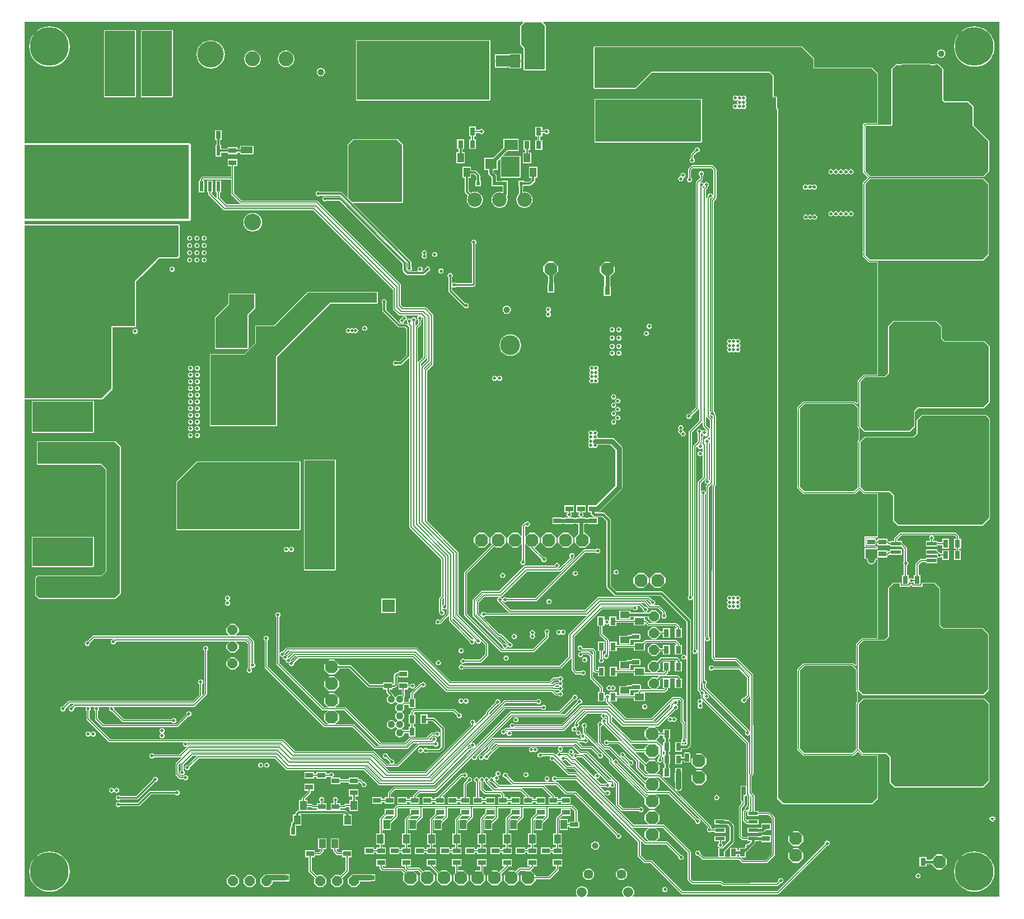
<source format=gbl>
G04*
G04 #@! TF.GenerationSoftware,Altium Limited,Altium Designer,19.0.11 (319)*
G04*
G04 Layer_Physical_Order=5*
G04 Layer_Color=16711680*
%FSLAX25Y25*%
%MOIN*%
G70*
G01*
G75*
%ADD15C,0.00800*%
G04:AMPARAMS|DCode=51|XSize=39.37mil|YSize=39.37mil|CornerRadius=19.68mil|HoleSize=0mil|Usage=FLASHONLY|Rotation=0.000|XOffset=0mil|YOffset=0mil|HoleType=Round|Shape=RoundedRectangle|*
%AMROUNDEDRECTD51*
21,1,0.03937,0.00000,0,0,0.0*
21,1,0.00000,0.03937,0,0,0.0*
1,1,0.03937,0.00000,0.00000*
1,1,0.03937,0.00000,0.00000*
1,1,0.03937,0.00000,0.00000*
1,1,0.03937,0.00000,0.00000*
%
%ADD51ROUNDEDRECTD51*%
%ADD53R,0.05512X0.03937*%
%ADD59R,0.03937X0.05512*%
%ADD71R,0.04724X0.03150*%
%ADD72R,0.03150X0.04724*%
%ADD156C,0.02000*%
%ADD157C,0.01200*%
%ADD158C,0.00787*%
%ADD159C,0.03000*%
%ADD162C,0.02400*%
%ADD163C,0.02000*%
%ADD164C,0.01600*%
%ADD165C,0.01000*%
%ADD166C,0.01968*%
%ADD167C,0.11811*%
%ADD168C,0.15748*%
%ADD169C,0.04362*%
%ADD170P,0.06494X8X67.5*%
%ADD171P,0.10824X8X247.5*%
%ADD172O,0.17718X0.08859*%
%ADD173C,0.08600*%
%ADD174C,0.08859*%
%ADD175C,0.23000*%
%ADD176P,0.06494X8X337.5*%
%ADD177C,0.10631*%
%ADD178P,0.10824X8X157.5*%
%ADD179C,0.10000*%
%ADD180P,0.08226X8X67.5*%
%ADD181P,0.08226X8X337.5*%
%ADD182R,0.07677X0.07677*%
%ADD183C,0.07677*%
%ADD184C,0.05709*%
%ADD185C,0.05937*%
%ADD186P,0.06000X8X67.5*%
%ADD187R,0.02165X0.05906*%
%ADD188R,0.06299X0.07087*%
%ADD189R,0.06299X0.07874*%
%ADD190R,0.07087X0.06299*%
%ADD191R,0.07874X0.06299*%
%ADD192R,0.05512X0.02047*%
%ADD193R,0.05906X0.02165*%
%ADD194R,0.02362X0.02362*%
%ADD195C,0.03200*%
%ADD196C,0.06600*%
G36*
X353081Y541700D02*
Y515700D01*
X341081D01*
Y528700D01*
X339081Y530700D01*
Y541700D01*
X341081Y543700D01*
X351081D01*
X353081Y541700D01*
D02*
G37*
G36*
X623688Y22739D02*
X405670D01*
X405424Y23239D01*
X405755Y23670D01*
X406114Y24538D01*
X406237Y25470D01*
X406114Y26402D01*
X405755Y27270D01*
X405183Y28015D01*
X404437Y28587D01*
X403569Y28947D01*
X402638Y29069D01*
X401706Y28947D01*
X400838Y28587D01*
X400093Y28015D01*
X399521Y27270D01*
X399161Y26402D01*
X399038Y25470D01*
X399161Y24538D01*
X399521Y23670D01*
X399851Y23239D01*
X399605Y22739D01*
X378111D01*
X377865Y23239D01*
X378196Y23670D01*
X378555Y24538D01*
X378678Y25470D01*
X378555Y26402D01*
X378196Y27270D01*
X377624Y28015D01*
X376878Y28587D01*
X376010Y28947D01*
X375079Y29069D01*
X374147Y28947D01*
X373279Y28587D01*
X372534Y28015D01*
X371962Y27270D01*
X371602Y26402D01*
X371479Y25470D01*
X371602Y24538D01*
X371962Y23670D01*
X372292Y23239D01*
X372046Y22739D01*
X43120D01*
Y319051D01*
X89081D01*
X89540Y319241D01*
X95540Y325241D01*
X95730Y325700D01*
Y362051D01*
X109081D01*
X109540Y362241D01*
X109730Y362700D01*
Y389431D01*
X112540Y392241D01*
X118540Y398241D01*
X121540Y401241D01*
X123350Y403051D01*
X134081D01*
X134540Y403241D01*
X135540Y404241D01*
X135730Y404700D01*
Y420700D01*
Y422700D01*
X135540Y423159D01*
X135081Y423349D01*
X43120D01*
Y425476D01*
X141081D01*
X141549Y425570D01*
X141946Y425835D01*
X142211Y426232D01*
X142305Y426700D01*
Y470700D01*
X142211Y471168D01*
X141946Y471565D01*
X141549Y471830D01*
X141081Y471924D01*
X43120D01*
Y544251D01*
X340007D01*
X340214Y543751D01*
X338622Y542159D01*
X338432Y541700D01*
Y530700D01*
X338622Y530241D01*
X340432Y528431D01*
Y515700D01*
X340622Y515241D01*
X341081Y515051D01*
X353081D01*
X353540Y515241D01*
X353730Y515700D01*
Y541700D01*
X353540Y542159D01*
X351948Y543751D01*
X352155Y544251D01*
X623688D01*
Y22739D01*
D02*
G37*
G36*
X141081Y426700D02*
X43120D01*
Y470700D01*
X141081D01*
Y426700D01*
D02*
G37*
G36*
X135081Y420700D02*
Y404700D01*
X134081Y403700D01*
X123081D01*
X121081Y401700D01*
X118081Y398700D01*
X112081Y392700D01*
X109081Y389700D01*
Y362700D01*
X95081D01*
Y325700D01*
X89081Y319700D01*
X43120D01*
Y422700D01*
X135081D01*
Y420700D01*
D02*
G37*
%LPC*%
G36*
X338914Y525287D02*
X331615D01*
Y524683D01*
X330639D01*
Y524894D01*
X323340D01*
Y521969D01*
X323287Y521842D01*
X323156Y520850D01*
X323287Y519858D01*
X323340Y519731D01*
Y516807D01*
X330639D01*
Y517017D01*
X331615D01*
Y516413D01*
X338914D01*
Y519731D01*
X338967Y519858D01*
X339098Y520850D01*
X338967Y521842D01*
X338914Y521969D01*
Y525287D01*
D02*
G37*
G36*
X589066Y527717D02*
X588103Y527525D01*
X587286Y526980D01*
X586741Y526163D01*
X586549Y525200D01*
X586741Y524237D01*
X587286Y523420D01*
X588103Y522875D01*
X589066Y522683D01*
X590029Y522875D01*
X590846Y523420D01*
X591391Y524237D01*
X591583Y525200D01*
X591391Y526163D01*
X590846Y526980D01*
X590029Y527525D01*
X589066Y527717D01*
D02*
G37*
G36*
X586881Y519241D02*
X586881Y519241D01*
X585580D01*
X585419Y519174D01*
X585250Y519129D01*
X584954Y518902D01*
X584452Y518694D01*
X583916Y518623D01*
X583378Y518694D01*
X582877Y518902D01*
X582581Y519129D01*
X582412Y519174D01*
X582251Y519241D01*
X565580D01*
X565419Y519174D01*
X565250Y519129D01*
X564954Y518902D01*
X564453Y518694D01*
X563916Y518623D01*
X563378Y518694D01*
X562878Y518901D01*
X562808Y518956D01*
X562639Y519001D01*
X562477Y519068D01*
X562443Y519054D01*
X562408Y519064D01*
X562256Y518977D01*
X562094Y518910D01*
X559533Y516349D01*
X559375Y515966D01*
X559375Y515966D01*
Y482990D01*
X559126Y482741D01*
X543916D01*
X543533Y482583D01*
X543375Y482200D01*
Y455234D01*
X543533Y454851D01*
X543533Y454851D01*
X546567Y451817D01*
X546950Y451659D01*
X546950Y451659D01*
X614081D01*
X614081Y451659D01*
X614081Y451659D01*
X614081D01*
X614274Y451739D01*
X614464Y451817D01*
X614464Y451817D01*
X614464Y451817D01*
X614464Y451817D01*
X617299Y454651D01*
X617299Y454651D01*
X617299Y454651D01*
X617373Y454830D01*
X617457Y455034D01*
X617457Y455034D01*
X617457Y455034D01*
Y472966D01*
Y472966D01*
X617457Y472966D01*
X617370Y473177D01*
X617299Y473349D01*
X617299Y473349D01*
Y473349D01*
X610581Y480066D01*
X610581Y480066D01*
X608257Y482390D01*
Y493566D01*
X608257Y493566D01*
X608257Y493566D01*
X608169Y493779D01*
X608099Y493949D01*
X608099Y493949D01*
X608099Y493949D01*
X605464Y496583D01*
X605464Y496583D01*
X605464Y496583D01*
X605464Y496583D01*
X605257Y496668D01*
X605081Y496741D01*
X605081D01*
X605081Y496741D01*
X605081Y496741D01*
X591105D01*
X590157Y497690D01*
Y515966D01*
X590157Y515966D01*
X590157Y515966D01*
X590073Y516170D01*
X589999Y516349D01*
X589999Y516349D01*
X589999Y516349D01*
X587264Y519083D01*
X587047Y519172D01*
X586881Y519241D01*
X586881D01*
X586881Y519241D01*
D02*
G37*
G36*
X608711Y541371D02*
X606828Y541223D01*
X604991Y540782D01*
X603246Y540059D01*
X601636Y539072D01*
X600200Y537846D01*
X598973Y536409D01*
X597986Y534799D01*
X597263Y533054D01*
X596822Y531217D01*
X596674Y529334D01*
X596822Y527451D01*
X597263Y525614D01*
X597986Y523869D01*
X598973Y522259D01*
X600200Y520822D01*
X601636Y519596D01*
X603246Y518609D01*
X604991Y517886D01*
X606828Y517445D01*
X608711Y517297D01*
X610594Y517445D01*
X612431Y517886D01*
X614176Y518609D01*
X615786Y519596D01*
X617222Y520822D01*
X618449Y522259D01*
X619436Y523869D01*
X620159Y525614D01*
X620600Y527451D01*
X620748Y529334D01*
X620600Y531217D01*
X620159Y533054D01*
X619436Y534799D01*
X618449Y536409D01*
X617222Y537846D01*
X615786Y539072D01*
X614176Y540059D01*
X612431Y540782D01*
X610594Y541223D01*
X608711Y541371D01*
D02*
G37*
G36*
X58081D02*
X56198Y541223D01*
X54361Y540782D01*
X52616Y540059D01*
X51006Y539072D01*
X49569Y537846D01*
X48343Y536409D01*
X47356Y534799D01*
X46633Y533054D01*
X46192Y531217D01*
X46044Y529334D01*
X46192Y527451D01*
X46633Y525614D01*
X47356Y523869D01*
X48343Y522259D01*
X49569Y520822D01*
X51006Y519596D01*
X52616Y518609D01*
X54361Y517886D01*
X56198Y517445D01*
X58081Y517297D01*
X59964Y517445D01*
X61801Y517886D01*
X63546Y518609D01*
X65156Y519596D01*
X66593Y520822D01*
X67819Y522259D01*
X68806Y523869D01*
X69529Y525614D01*
X69970Y527451D01*
X70118Y529334D01*
X69970Y531217D01*
X69529Y533054D01*
X68806Y534799D01*
X67819Y536409D01*
X66593Y537846D01*
X65156Y539072D01*
X63546Y540059D01*
X61801Y540782D01*
X59964Y541223D01*
X58081Y541371D01*
D02*
G37*
G36*
X198916Y526972D02*
X197629Y526803D01*
X196430Y526306D01*
X195400Y525516D01*
X194610Y524486D01*
X194113Y523287D01*
X193944Y522000D01*
X194113Y520713D01*
X194610Y519514D01*
X195400Y518484D01*
X196430Y517694D01*
X197629Y517197D01*
X198916Y517028D01*
X200203Y517197D01*
X201402Y517694D01*
X202432Y518484D01*
X203222Y519514D01*
X203719Y520713D01*
X203888Y522000D01*
X203719Y523287D01*
X203222Y524486D01*
X202432Y525516D01*
X201402Y526306D01*
X200203Y526803D01*
X198916Y526972D01*
D02*
G37*
G36*
X178916D02*
X177629Y526803D01*
X176430Y526306D01*
X175400Y525516D01*
X174610Y524486D01*
X174113Y523287D01*
X173944Y522000D01*
X174113Y520713D01*
X174610Y519514D01*
X175400Y518484D01*
X176430Y517694D01*
X177629Y517197D01*
X178916Y517028D01*
X180203Y517197D01*
X181402Y517694D01*
X182432Y518484D01*
X183222Y519514D01*
X183719Y520713D01*
X183888Y522000D01*
X183719Y523287D01*
X183222Y524486D01*
X182432Y525516D01*
X181402Y526306D01*
X180203Y526803D01*
X178916Y526972D01*
D02*
G37*
G36*
X154081Y533114D02*
X152439Y532953D01*
X150861Y532474D01*
X149406Y531696D01*
X148131Y530650D01*
X147085Y529375D01*
X146307Y527920D01*
X145828Y526342D01*
X145667Y524700D01*
X145828Y523058D01*
X146307Y521480D01*
X147085Y520025D01*
X148131Y518750D01*
X149406Y517704D01*
X150861Y516926D01*
X152439Y516447D01*
X154081Y516286D01*
X155723Y516447D01*
X157301Y516926D01*
X158756Y517704D01*
X160031Y518750D01*
X161077Y520025D01*
X161855Y521480D01*
X162334Y523058D01*
X162496Y524700D01*
X162334Y526342D01*
X161855Y527920D01*
X161077Y529375D01*
X160031Y530650D01*
X158756Y531696D01*
X157301Y532474D01*
X155723Y532953D01*
X154081Y533114D01*
D02*
G37*
G36*
X219631Y516787D02*
X218668Y516595D01*
X217851Y516050D01*
X217306Y515233D01*
X217114Y514270D01*
X217306Y513307D01*
X217851Y512490D01*
X218668Y511945D01*
X219631Y511753D01*
X220594Y511945D01*
X221411Y512490D01*
X221956Y513307D01*
X222148Y514270D01*
X221956Y515233D01*
X221411Y516050D01*
X220594Y516595D01*
X219631Y516787D01*
D02*
G37*
G36*
X471416Y500229D02*
X470831Y500113D01*
X470335Y499781D01*
X470166Y499529D01*
X469997Y499781D01*
X469501Y500113D01*
X468916Y500229D01*
X468331Y500113D01*
X467835Y499781D01*
X467666Y499529D01*
X467497Y499781D01*
X467001Y500113D01*
X466416Y500229D01*
X465831Y500113D01*
X465335Y499781D01*
X465003Y499285D01*
X464887Y498700D01*
X465003Y498115D01*
X465335Y497619D01*
X465831Y497287D01*
X466416Y497171D01*
X467001Y497287D01*
X467497Y497619D01*
X467666Y497871D01*
X467835Y497619D01*
X468087Y497450D01*
X467835Y497281D01*
X467503Y496785D01*
X467387Y496200D01*
X467503Y495615D01*
X467835Y495119D01*
X468087Y494950D01*
X467835Y494781D01*
X467666Y494529D01*
X467497Y494781D01*
X467001Y495113D01*
X466416Y495229D01*
X465831Y495113D01*
X465335Y494781D01*
X465003Y494285D01*
X464887Y493700D01*
X465003Y493115D01*
X465335Y492619D01*
X465831Y492287D01*
X466416Y492171D01*
X467001Y492287D01*
X467497Y492619D01*
X467666Y492871D01*
X467835Y492619D01*
X468331Y492287D01*
X468916Y492171D01*
X469501Y492287D01*
X469997Y492619D01*
X470166Y492871D01*
X470335Y492619D01*
X470831Y492287D01*
X471416Y492171D01*
X472001Y492287D01*
X472497Y492619D01*
X472829Y493115D01*
X472945Y493700D01*
X472829Y494285D01*
X472497Y494781D01*
X472245Y494950D01*
X472497Y495119D01*
X472829Y495615D01*
X472945Y496200D01*
X472829Y496785D01*
X472497Y497281D01*
X472245Y497450D01*
X472497Y497619D01*
X472829Y498115D01*
X472945Y498700D01*
X472829Y499285D01*
X472497Y499781D01*
X472001Y500113D01*
X471416Y500229D01*
D02*
G37*
G36*
X131081Y539241D02*
X113081D01*
X112698Y539083D01*
X112540Y538700D01*
Y499700D01*
X112698Y499317D01*
X113081Y499159D01*
X131081D01*
X131464Y499317D01*
X131622Y499700D01*
Y538700D01*
X131464Y539083D01*
X131081Y539241D01*
D02*
G37*
G36*
X109081D02*
X91081D01*
X90698Y539083D01*
X90540Y538700D01*
Y499700D01*
X90698Y499317D01*
X91081Y499159D01*
X109081D01*
X109464Y499317D01*
X109622Y499700D01*
Y538700D01*
X109464Y539083D01*
X109081Y539241D01*
D02*
G37*
G36*
X320081Y533241D02*
X241081D01*
X240698Y533083D01*
X240540Y532700D01*
Y497700D01*
X240698Y497317D01*
X241081Y497159D01*
X320081D01*
X320464Y497317D01*
X320622Y497700D01*
Y514700D01*
Y532700D01*
X320464Y533083D01*
X320081Y533241D01*
D02*
G37*
G36*
X311937Y481640D02*
X307787D01*
Y475916D01*
X308944D01*
Y474140D01*
X307787D01*
Y468416D01*
X311937D01*
Y474140D01*
X310780D01*
Y475916D01*
X311937D01*
Y477860D01*
X314140D01*
X314235Y477719D01*
X314731Y477387D01*
X315316Y477271D01*
X315901Y477387D01*
X316397Y477719D01*
X316729Y478215D01*
X316845Y478800D01*
X316729Y479385D01*
X316397Y479881D01*
X315901Y480213D01*
X315316Y480329D01*
X314731Y480213D01*
X314235Y479881D01*
X314110Y479696D01*
X311937D01*
Y481640D01*
D02*
G37*
G36*
X351502Y481562D02*
X347352D01*
Y475838D01*
X348509D01*
Y473562D01*
X347352D01*
Y467838D01*
X351502D01*
Y473562D01*
X350345D01*
Y475838D01*
X351502D01*
Y477782D01*
X352890D01*
X353000Y477619D01*
X353496Y477287D01*
X354081Y477171D01*
X354666Y477287D01*
X355162Y477619D01*
X355494Y478115D01*
X355610Y478700D01*
X355494Y479285D01*
X355162Y479781D01*
X354666Y480113D01*
X354081Y480229D01*
X353496Y480113D01*
X353000Y479781D01*
X352890Y479618D01*
X351502D01*
Y481562D01*
D02*
G37*
G36*
X446081Y498241D02*
X383081D01*
X382698Y498083D01*
X382540Y497700D01*
Y472700D01*
X382698Y472317D01*
X383081Y472159D01*
X446081D01*
X446464Y472317D01*
X446622Y472700D01*
Y497700D01*
X446464Y498083D01*
X446081Y498241D01*
D02*
G37*
G36*
X443716Y469379D02*
X443131Y469263D01*
X442635Y468931D01*
X442303Y468435D01*
X442187Y467850D01*
X442225Y467657D01*
X440067Y465499D01*
X439868Y465201D01*
X439798Y464850D01*
Y462791D01*
X439635Y462681D01*
X439303Y462185D01*
X439187Y461600D01*
X439303Y461015D01*
X439635Y460519D01*
X440131Y460187D01*
X440716Y460071D01*
X441301Y460187D01*
X441797Y460519D01*
X442129Y461015D01*
X442245Y461600D01*
X442129Y462185D01*
X441797Y462681D01*
X441634Y462791D01*
Y464470D01*
X443523Y466359D01*
X443716Y466321D01*
X444301Y466437D01*
X444797Y466769D01*
X445129Y467265D01*
X445245Y467850D01*
X445129Y468435D01*
X444797Y468931D01*
X444301Y469263D01*
X443716Y469379D01*
D02*
G37*
G36*
X160656Y479562D02*
X156506D01*
Y473838D01*
X157459D01*
Y470783D01*
X156999D01*
Y463877D01*
X160163D01*
Y466208D01*
X164219D01*
Y465255D01*
X169943D01*
Y466208D01*
X171540D01*
Y465700D01*
X171698Y465317D01*
X172081Y465159D01*
X179081D01*
X179464Y465317D01*
X179622Y465700D01*
Y469700D01*
X179464Y470083D01*
X179081Y470241D01*
X172081D01*
X171698Y470083D01*
X171540Y469700D01*
Y468452D01*
X169943D01*
Y469405D01*
X164219D01*
Y468452D01*
X160163D01*
Y470783D01*
X159703D01*
Y473838D01*
X160656D01*
Y479562D01*
D02*
G37*
G36*
X304851Y474140D02*
X300701D01*
Y468416D01*
X301654D01*
Y466365D01*
X300307D01*
Y459853D01*
X305244D01*
Y466365D01*
X303898D01*
Y468416D01*
X304851D01*
Y474140D01*
D02*
G37*
G36*
X344416Y473562D02*
X340266D01*
Y467838D01*
X341321D01*
Y466287D01*
X339873D01*
Y459775D01*
X344810D01*
Y466287D01*
X343361D01*
Y467838D01*
X344416D01*
Y473562D01*
D02*
G37*
G36*
X337253Y474362D02*
X328379D01*
Y469114D01*
X322303Y463037D01*
X316773D01*
Y455738D01*
X319287D01*
Y453965D01*
X319403Y453380D01*
X319735Y452884D01*
X321276Y451342D01*
Y449381D01*
X321124D01*
Y446019D01*
X324486D01*
Y446171D01*
X327676D01*
Y446019D01*
X327828D01*
Y442550D01*
X327334Y442754D01*
X326081Y442919D01*
X324828Y442754D01*
X323660Y442271D01*
X322658Y441501D01*
X321888Y440499D01*
X321405Y439331D01*
X321240Y438078D01*
X321405Y436825D01*
X321888Y435657D01*
X322658Y434655D01*
X323660Y433885D01*
X324828Y433402D01*
X326081Y433237D01*
X327334Y433402D01*
X328502Y433885D01*
X329504Y434655D01*
X330274Y435657D01*
X330757Y436825D01*
X330922Y438078D01*
X330757Y439331D01*
X330388Y440222D01*
X330438Y440273D01*
X330770Y440769D01*
X330886Y441354D01*
Y446019D01*
X331038D01*
Y449381D01*
X327676D01*
Y449229D01*
X324486D01*
Y449381D01*
X324334D01*
Y451976D01*
X324218Y452561D01*
X323886Y453057D01*
X322345Y454599D01*
Y455738D01*
X324859D01*
Y461269D01*
X326540Y462949D01*
Y451700D01*
X326698Y451317D01*
X327081Y451159D01*
X338081D01*
X338464Y451317D01*
X338622Y451700D01*
Y463700D01*
X338464Y464083D01*
X338081Y464241D01*
X327832D01*
X330653Y467063D01*
X337253D01*
Y474362D01*
D02*
G37*
G36*
X613923Y450841D02*
X613923Y450841D01*
X546608D01*
X546608Y450841D01*
X546608Y450841D01*
X546416Y450762D01*
X546225Y450683D01*
X546225Y450683D01*
X546225Y450683D01*
X543433Y447890D01*
X543433Y447890D01*
X543433Y447890D01*
X543433Y447890D01*
X543355Y447699D01*
X543275Y447507D01*
Y447507D01*
X543275Y447507D01*
X543275Y447507D01*
Y407559D01*
X543316Y407460D01*
X543316Y407421D01*
X543312Y407409D01*
X543316Y407383D01*
X543316Y407353D01*
X543322Y407338D01*
X543392Y406800D01*
X543322Y406262D01*
X543316Y406247D01*
X543316Y406217D01*
X543312Y406191D01*
X543316Y406179D01*
X543316Y406140D01*
X543275Y406041D01*
Y405093D01*
X543365Y404874D01*
X543433Y404710D01*
X543433Y404710D01*
X543433Y404710D01*
X543433Y404710D01*
X546225Y401917D01*
X546225Y401917D01*
X546225Y401917D01*
X546404Y401843D01*
X546608Y401759D01*
X546608Y401759D01*
X546608Y401759D01*
X613623D01*
X614006Y401917D01*
X614006Y401917D01*
X617199Y405110D01*
X617357Y405493D01*
X617357Y405493D01*
Y447407D01*
X617357Y447407D01*
X617199Y447790D01*
X614306Y450683D01*
X613923Y450841D01*
D02*
G37*
G36*
X435316Y454179D02*
X434731Y454063D01*
X434235Y453731D01*
X433903Y453235D01*
X433787Y452650D01*
X433901Y452076D01*
X433331Y451963D01*
X432835Y451631D01*
X432503Y451135D01*
X432387Y450550D01*
X432503Y449965D01*
X432835Y449469D01*
X433331Y449137D01*
X433916Y449021D01*
X434501Y449137D01*
X434997Y449469D01*
X435329Y449965D01*
X435445Y450550D01*
X435331Y451124D01*
X435901Y451237D01*
X436397Y451569D01*
X436729Y452065D01*
X436845Y452650D01*
X436729Y453235D01*
X436397Y453731D01*
X435901Y454063D01*
X435316Y454179D01*
D02*
G37*
G36*
X348550Y457625D02*
X343613D01*
Y451113D01*
X344959D01*
Y450165D01*
X343616Y448822D01*
X340486D01*
Y449381D01*
X337124D01*
Y446019D01*
X337683D01*
Y441702D01*
X337422Y441501D01*
X336652Y440499D01*
X336169Y439331D01*
X336004Y438078D01*
X336169Y436825D01*
X336652Y435657D01*
X337422Y434655D01*
X338424Y433885D01*
X339592Y433402D01*
X340845Y433237D01*
X342098Y433402D01*
X343266Y433885D01*
X344268Y434655D01*
X345038Y435657D01*
X345521Y436825D01*
X345686Y438078D01*
X345521Y439331D01*
X345038Y440499D01*
X344268Y441501D01*
X343266Y442271D01*
X342098Y442754D01*
X340845Y442919D01*
X339927Y442799D01*
Y446019D01*
X340486D01*
Y446578D01*
X344081D01*
X344081Y446578D01*
X344510Y446664D01*
X344874Y446907D01*
X346874Y448907D01*
X346874Y448907D01*
X347117Y449271D01*
X347203Y449700D01*
X347203Y449700D01*
Y451113D01*
X348550D01*
Y457625D01*
D02*
G37*
G36*
X308984Y457703D02*
X304047D01*
Y451191D01*
X305395D01*
Y442879D01*
X305394Y442879D01*
X305480Y442450D01*
X305723Y442086D01*
X307205Y440604D01*
X307124Y440499D01*
X306641Y439331D01*
X306476Y438078D01*
X306641Y436825D01*
X307124Y435657D01*
X307894Y434655D01*
X308896Y433885D01*
X310064Y433402D01*
X311317Y433237D01*
X312570Y433402D01*
X313738Y433885D01*
X314740Y434655D01*
X315510Y435657D01*
X315993Y436825D01*
X316158Y438078D01*
X315993Y439331D01*
X315510Y440499D01*
X314740Y441501D01*
X313738Y442271D01*
X312570Y442754D01*
X311317Y442919D01*
X310064Y442754D01*
X308896Y442271D01*
X308791Y442190D01*
X307638Y443344D01*
Y451191D01*
X308984D01*
Y453326D01*
X310869D01*
X312235Y451959D01*
Y449381D01*
X311676D01*
Y446019D01*
X315038D01*
Y449381D01*
X314478D01*
Y452424D01*
X314393Y452853D01*
X314150Y453217D01*
X314150Y453217D01*
X312127Y455240D01*
X311763Y455483D01*
X311334Y455569D01*
X311334Y455569D01*
X308984D01*
Y457703D01*
D02*
G37*
G36*
X265081Y474241D02*
X265081Y474241D01*
X239081D01*
X238698Y474083D01*
X235698Y471083D01*
X235540Y470700D01*
X235540Y470700D01*
Y439262D01*
X232309Y442493D01*
X231945Y442736D01*
X231516Y442822D01*
X231516Y442822D01*
X219102D01*
X218666Y443113D01*
X218081Y443229D01*
X217496Y443113D01*
X217000Y442781D01*
X216668Y442285D01*
X216552Y441700D01*
X216668Y441115D01*
X217000Y440619D01*
X217496Y440287D01*
X218081Y440171D01*
X218666Y440287D01*
X219102Y440578D01*
X231051D01*
X271294Y400335D01*
Y398221D01*
X271003Y397785D01*
X270887Y397200D01*
X271003Y396615D01*
X271335Y396119D01*
X271831Y395787D01*
X272416Y395671D01*
X273001Y395787D01*
X273497Y396119D01*
X273829Y396615D01*
X273945Y397200D01*
X273829Y397785D01*
X273538Y398221D01*
Y400800D01*
X273452Y401229D01*
X273209Y401593D01*
X273209Y401593D01*
X238643Y436159D01*
X268081D01*
X268464Y436317D01*
X268622Y436700D01*
Y470700D01*
X268464Y471083D01*
X265464Y474083D01*
X265081Y474241D01*
D02*
G37*
G36*
X452516Y458718D02*
X440816D01*
X440523Y458659D01*
X440465Y458648D01*
X440167Y458449D01*
X438467Y456749D01*
X438268Y456451D01*
X438198Y456100D01*
Y451191D01*
X438035Y451081D01*
X437703Y450585D01*
X437587Y450000D01*
X437703Y449415D01*
X438035Y448919D01*
X438531Y448587D01*
X439116Y448471D01*
X439701Y448587D01*
X440197Y448919D01*
X440529Y449415D01*
X440645Y450000D01*
X440529Y450585D01*
X440197Y451081D01*
X440034Y451191D01*
Y455720D01*
X441196Y456882D01*
X452136D01*
X453298Y455720D01*
Y439380D01*
X452067Y438149D01*
X451868Y437851D01*
X451798Y437500D01*
Y311991D01*
X451635Y311881D01*
X451303Y311385D01*
X451234Y311036D01*
Y438820D01*
X451323Y438909D01*
X451516Y438871D01*
X452101Y438987D01*
X452597Y439319D01*
X452929Y439815D01*
X453045Y440400D01*
X452929Y440985D01*
X452597Y441481D01*
X452101Y441813D01*
X451516Y441929D01*
X450931Y441813D01*
X450435Y441481D01*
X450103Y440985D01*
X449987Y440400D01*
X450025Y440207D01*
X449667Y439849D01*
X449468Y439551D01*
X449398Y439200D01*
Y308900D01*
X449468Y308549D01*
X449667Y308251D01*
X451198Y306720D01*
Y294236D01*
X451129Y294585D01*
X450797Y295081D01*
X450301Y295413D01*
X449716Y295529D01*
X449131Y295413D01*
X449004Y295328D01*
X449107Y295482D01*
X449216D01*
X449567Y295552D01*
X449865Y295751D01*
X450865Y296751D01*
X451064Y297049D01*
X451075Y297107D01*
X451134Y297400D01*
Y301100D01*
X451064Y301451D01*
X450865Y301749D01*
X448934Y303680D01*
Y444020D01*
X449765Y444851D01*
X449964Y445149D01*
X449975Y445207D01*
X450034Y445500D01*
Y446009D01*
X450197Y446119D01*
X450529Y446615D01*
X450645Y447200D01*
X450529Y447785D01*
X450197Y448281D01*
X449701Y448613D01*
X449116Y448729D01*
X448531Y448613D01*
X448035Y448281D01*
X447703Y447785D01*
X447596Y447248D01*
X447529Y447585D01*
X447197Y448081D01*
X446701Y448413D01*
X446116Y448529D01*
X445531Y448413D01*
X445035Y448081D01*
X444703Y447585D01*
X444634Y447236D01*
Y447820D01*
X446765Y449951D01*
X446964Y450249D01*
X446975Y450307D01*
X447034Y450600D01*
Y452409D01*
X447197Y452519D01*
X447529Y453015D01*
X447645Y453600D01*
X447529Y454185D01*
X447197Y454681D01*
X446701Y455013D01*
X446116Y455129D01*
X445531Y455013D01*
X445035Y454681D01*
X444703Y454185D01*
X444587Y453600D01*
X444703Y453015D01*
X445035Y452519D01*
X445198Y452409D01*
Y450980D01*
X443067Y448849D01*
X442868Y448551D01*
X442798Y448200D01*
Y314191D01*
X438938Y310485D01*
X438716Y310529D01*
X438131Y310413D01*
X437635Y310081D01*
X437303Y309585D01*
X437187Y309000D01*
X437303Y308415D01*
X437635Y307919D01*
X438131Y307587D01*
X438716Y307471D01*
X439301Y307587D01*
X439797Y307919D01*
X440129Y308415D01*
X440245Y309000D01*
X440213Y309165D01*
X444351Y313138D01*
X444357Y313146D01*
X444365Y313151D01*
X444459Y313292D01*
X444556Y313432D01*
X444558Y313441D01*
X444564Y313449D01*
X444597Y313615D01*
X444633Y313781D01*
X444632Y313791D01*
X444634Y313800D01*
Y446764D01*
X444703Y446415D01*
X445035Y445919D01*
X445098Y445876D01*
Y306480D01*
X438967Y300349D01*
X438768Y300051D01*
X438698Y299700D01*
Y202191D01*
X438535Y202081D01*
X438203Y201585D01*
X438087Y201000D01*
X438203Y200415D01*
X438535Y199919D01*
X439031Y199587D01*
X439616Y199471D01*
X440201Y199587D01*
X440697Y199919D01*
X441029Y200415D01*
X441145Y201000D01*
X441029Y201585D01*
X440697Y202081D01*
X440534Y202191D01*
Y299320D01*
X446665Y305451D01*
X446864Y305749D01*
X446934Y306100D01*
Y445742D01*
X447197Y445919D01*
X447529Y446415D01*
X447636Y446952D01*
X447703Y446615D01*
X448035Y446119D01*
X448198Y446009D01*
Y445880D01*
X447367Y445049D01*
X447168Y444751D01*
X447098Y444400D01*
Y303300D01*
X447168Y302949D01*
X447367Y302651D01*
X449298Y300720D01*
Y299636D01*
X449229Y299985D01*
X448897Y300481D01*
X448401Y300813D01*
X447816Y300929D01*
X447231Y300813D01*
X446735Y300481D01*
X446438Y300038D01*
X446329Y300585D01*
X445997Y301081D01*
X445501Y301413D01*
X444916Y301529D01*
X444331Y301413D01*
X443835Y301081D01*
X443503Y300585D01*
X443387Y300000D01*
X443503Y299415D01*
X443835Y298919D01*
X443998Y298809D01*
Y294180D01*
X441467Y291649D01*
X441268Y291351D01*
X441198Y291000D01*
Y170027D01*
X440903Y169585D01*
X440787Y169000D01*
X440903Y168415D01*
X441235Y167919D01*
X441731Y167587D01*
X442316Y167471D01*
X442901Y167587D01*
X443397Y167919D01*
X443729Y168415D01*
X443845Y169000D01*
X443729Y169585D01*
X443397Y170081D01*
X443034Y170325D01*
Y290620D01*
X444312Y291899D01*
X444103Y291585D01*
X443987Y291000D01*
X444103Y290415D01*
X444435Y289919D01*
X444931Y289587D01*
X445516Y289471D01*
X446101Y289587D01*
X446597Y289919D01*
X446929Y290415D01*
X446998Y290764D01*
Y287036D01*
X446929Y287385D01*
X446597Y287881D01*
X446101Y288213D01*
X445516Y288329D01*
X444931Y288213D01*
X444435Y287881D01*
X444103Y287385D01*
X443987Y286800D01*
X444103Y286215D01*
X444435Y285719D01*
X444931Y285387D01*
X445516Y285271D01*
X446101Y285387D01*
X446597Y285719D01*
X446929Y286215D01*
X446998Y286564D01*
Y272780D01*
X444267Y270049D01*
X444068Y269751D01*
X443998Y269400D01*
Y146000D01*
X444068Y145649D01*
X444267Y145351D01*
X445225Y144393D01*
X445187Y144200D01*
X445303Y143615D01*
X445635Y143119D01*
X445798Y143009D01*
Y141200D01*
X445868Y140849D01*
X446067Y140551D01*
X472798Y113820D01*
Y88766D01*
X472616Y88841D01*
X470016D01*
X469633Y88683D01*
X469475Y88300D01*
Y83300D01*
X469594Y83011D01*
Y80400D01*
X469680Y79971D01*
X469923Y79607D01*
X470098Y79490D01*
Y78080D01*
X468767Y76749D01*
X468568Y76451D01*
X468498Y76100D01*
Y58800D01*
X468568Y58449D01*
X468767Y58151D01*
X470267Y56651D01*
X470565Y56452D01*
X470916Y56382D01*
X473613D01*
Y55777D01*
X475543D01*
Y55735D01*
X474084Y54276D01*
X473816Y54329D01*
X473231Y54213D01*
X472735Y53881D01*
X472403Y53385D01*
X472287Y52800D01*
X472340Y52532D01*
X471670Y51862D01*
X468608D01*
Y50326D01*
X467444D01*
Y51862D01*
X463294D01*
Y46556D01*
X460358D01*
Y49867D01*
X465353Y54863D01*
X465641Y55293D01*
X465741Y55800D01*
Y64900D01*
X465641Y65407D01*
X465353Y65837D01*
X463053Y68137D01*
X462623Y68425D01*
X462116Y68525D01*
X460439D01*
Y68823D01*
X453927D01*
Y65776D01*
X460439D01*
Y65874D01*
X461567D01*
X463091Y64351D01*
Y56349D01*
X458603Y51862D01*
X456208D01*
Y46556D01*
X447523D01*
X445572Y48507D01*
X445610Y48700D01*
X445494Y49285D01*
X445162Y49781D01*
X444666Y50113D01*
X444081Y50229D01*
X443496Y50113D01*
X443000Y49781D01*
X442668Y49285D01*
X442552Y48700D01*
X442668Y48115D01*
X443000Y47619D01*
X443496Y47287D01*
X444081Y47171D01*
X444274Y47209D01*
X446494Y44989D01*
X446792Y44790D01*
X447143Y44720D01*
X468763D01*
X470432Y43051D01*
X470730Y42852D01*
X471081Y42782D01*
X485081D01*
X485432Y42852D01*
X485730Y43051D01*
X489730Y47051D01*
X489929Y47349D01*
X489940Y47407D01*
X489999Y47700D01*
Y69700D01*
X489929Y70051D01*
X489730Y70349D01*
X487130Y72949D01*
X486832Y73148D01*
X486481Y73218D01*
X480125D01*
Y73823D01*
X477787D01*
Y82947D01*
X477717Y83298D01*
X477518Y83596D01*
X476034Y85080D01*
Y94355D01*
X476860Y95181D01*
X476860Y95182D01*
X476861Y95182D01*
X476958Y95328D01*
X477059Y95479D01*
X477059Y95480D01*
X477059Y95480D01*
X477094Y95657D01*
X477129Y95830D01*
X477129Y95831D01*
X477129Y95832D01*
X477034Y154801D01*
X476999Y154976D01*
X476964Y155151D01*
X476963Y155152D01*
X476963Y155152D01*
X476866Y155297D01*
X476765Y155449D01*
X467465Y164749D01*
X467167Y164948D01*
X466816Y165018D01*
X454796D01*
X454134Y165679D01*
X454333Y267319D01*
X454565Y267551D01*
X454764Y267849D01*
X454834Y268200D01*
Y309600D01*
X454764Y309951D01*
X454565Y310249D01*
X454207Y310607D01*
X454245Y310800D01*
X454129Y311385D01*
X453797Y311881D01*
X453634Y311991D01*
Y437120D01*
X454865Y438351D01*
X455064Y438649D01*
X455134Y439000D01*
Y456100D01*
X455075Y456393D01*
X455064Y456451D01*
X454865Y456749D01*
X453165Y458449D01*
X452867Y458648D01*
X452516Y458718D01*
D02*
G37*
G36*
X179081Y430247D02*
X177645Y430058D01*
X176307Y429504D01*
X175158Y428623D01*
X174277Y427474D01*
X173723Y426136D01*
X173533Y424700D01*
X173723Y423264D01*
X174277Y421926D01*
X175158Y420777D01*
X176307Y419896D01*
X177645Y419342D01*
X179081Y419152D01*
X180517Y419342D01*
X181855Y419896D01*
X183004Y420777D01*
X183885Y421926D01*
X184439Y423264D01*
X184628Y424700D01*
X184439Y426136D01*
X183885Y427474D01*
X183004Y428623D01*
X181855Y429504D01*
X180517Y430058D01*
X179081Y430247D01*
D02*
G37*
G36*
X150168Y416709D02*
X149589Y416594D01*
X149098Y416266D01*
X148770Y415775D01*
X148655Y415196D01*
X148770Y414617D01*
X149098Y414126D01*
X149589Y413798D01*
X150168Y413683D01*
X150747Y413798D01*
X151238Y414126D01*
X151566Y414617D01*
X151681Y415196D01*
X151566Y415775D01*
X151238Y416266D01*
X150747Y416594D01*
X150168Y416709D01*
D02*
G37*
G36*
X145837D02*
X145258Y416594D01*
X144767Y416266D01*
X144439Y415775D01*
X144324Y415196D01*
X144439Y414617D01*
X144767Y414126D01*
X145258Y413798D01*
X145837Y413683D01*
X146416Y413798D01*
X146907Y414126D01*
X147235Y414617D01*
X147350Y415196D01*
X147235Y415775D01*
X146907Y416266D01*
X146416Y416594D01*
X145837Y416709D01*
D02*
G37*
G36*
X141506D02*
X140927Y416594D01*
X140436Y416266D01*
X140108Y415775D01*
X139993Y415196D01*
X140108Y414617D01*
X140436Y414126D01*
X140927Y413798D01*
X141506Y413683D01*
X142085Y413798D01*
X142576Y414126D01*
X142904Y414617D01*
X143019Y415196D01*
X142904Y415775D01*
X142576Y416266D01*
X142085Y416594D01*
X141506Y416709D01*
D02*
G37*
G36*
X150168Y412378D02*
X149589Y412263D01*
X149098Y411935D01*
X148770Y411444D01*
X148655Y410865D01*
X148770Y410286D01*
X149098Y409795D01*
X149589Y409467D01*
X150168Y409352D01*
X150747Y409467D01*
X151238Y409795D01*
X151566Y410286D01*
X151681Y410865D01*
X151566Y411444D01*
X151238Y411935D01*
X150747Y412263D01*
X150168Y412378D01*
D02*
G37*
G36*
X145837D02*
X145258Y412263D01*
X144767Y411935D01*
X144439Y411444D01*
X144324Y410865D01*
X144439Y410286D01*
X144767Y409795D01*
X145258Y409467D01*
X145837Y409352D01*
X146416Y409467D01*
X146907Y409795D01*
X147235Y410286D01*
X147350Y410865D01*
X147235Y411444D01*
X146907Y411935D01*
X146416Y412263D01*
X145837Y412378D01*
D02*
G37*
G36*
X141506D02*
X140927Y412263D01*
X140436Y411935D01*
X140108Y411444D01*
X139993Y410865D01*
X140108Y410286D01*
X140436Y409795D01*
X140927Y409467D01*
X141506Y409352D01*
X142085Y409467D01*
X142576Y409795D01*
X142904Y410286D01*
X143019Y410865D01*
X142904Y411444D01*
X142576Y411935D01*
X142085Y412263D01*
X141506Y412378D01*
D02*
G37*
G36*
X150168Y408048D02*
X149589Y407933D01*
X149098Y407605D01*
X148770Y407114D01*
X148655Y406535D01*
X148770Y405956D01*
X149098Y405465D01*
X149589Y405137D01*
X150168Y405022D01*
X150747Y405137D01*
X151238Y405465D01*
X151566Y405956D01*
X151681Y406535D01*
X151566Y407114D01*
X151238Y407605D01*
X150747Y407933D01*
X150168Y408048D01*
D02*
G37*
G36*
X145837D02*
X145258Y407933D01*
X144767Y407605D01*
X144439Y407114D01*
X144324Y406535D01*
X144439Y405956D01*
X144767Y405465D01*
X145258Y405137D01*
X145837Y405022D01*
X146416Y405137D01*
X146907Y405465D01*
X147235Y405956D01*
X147350Y406535D01*
X147235Y407114D01*
X146907Y407605D01*
X146416Y407933D01*
X145837Y408048D01*
D02*
G37*
G36*
X141506D02*
X140927Y407933D01*
X140436Y407605D01*
X140108Y407114D01*
X139993Y406535D01*
X140108Y405956D01*
X140436Y405465D01*
X140927Y405137D01*
X141506Y405022D01*
X142085Y405137D01*
X142576Y405465D01*
X142904Y405956D01*
X143019Y406535D01*
X142904Y407114D01*
X142576Y407605D01*
X142085Y407933D01*
X141506Y408048D01*
D02*
G37*
G36*
X287416Y407029D02*
X286831Y406913D01*
X286335Y406581D01*
X286003Y406085D01*
X285887Y405500D01*
X286003Y404915D01*
X286335Y404419D01*
X286831Y404087D01*
X287416Y403971D01*
X288001Y404087D01*
X288497Y404419D01*
X288829Y404915D01*
X288945Y405500D01*
X288829Y406085D01*
X288497Y406581D01*
X288001Y406913D01*
X287416Y407029D01*
D02*
G37*
G36*
X281216Y408029D02*
X280631Y407913D01*
X280135Y407581D01*
X279803Y407085D01*
X279687Y406500D01*
X279803Y405915D01*
X280114Y405450D01*
X279803Y404985D01*
X279687Y404400D01*
X279803Y403815D01*
X280135Y403319D01*
X280631Y402987D01*
X281216Y402871D01*
X281801Y402987D01*
X282297Y403319D01*
X282629Y403815D01*
X282745Y404400D01*
X282629Y404985D01*
X282318Y405450D01*
X282629Y405915D01*
X282745Y406500D01*
X282629Y407085D01*
X282297Y407581D01*
X281801Y407913D01*
X281216Y408029D01*
D02*
G37*
G36*
X150168Y403717D02*
X149589Y403602D01*
X149098Y403274D01*
X148770Y402783D01*
X148655Y402204D01*
X148770Y401625D01*
X149098Y401134D01*
X149589Y400806D01*
X150168Y400691D01*
X150747Y400806D01*
X151238Y401134D01*
X151566Y401625D01*
X151681Y402204D01*
X151566Y402783D01*
X151238Y403274D01*
X150747Y403602D01*
X150168Y403717D01*
D02*
G37*
G36*
X145837D02*
X145258Y403602D01*
X144767Y403274D01*
X144439Y402783D01*
X144324Y402204D01*
X144439Y401625D01*
X144767Y401134D01*
X145258Y400806D01*
X145837Y400691D01*
X146416Y400806D01*
X146907Y401134D01*
X147235Y401625D01*
X147350Y402204D01*
X147235Y402783D01*
X146907Y403274D01*
X146416Y403602D01*
X145837Y403717D01*
D02*
G37*
G36*
X141506D02*
X140927Y403602D01*
X140436Y403274D01*
X140108Y402783D01*
X139993Y402204D01*
X140108Y401625D01*
X140436Y401134D01*
X140927Y400806D01*
X141506Y400691D01*
X142085Y400806D01*
X142576Y401134D01*
X142904Y401625D01*
X143019Y402204D01*
X142904Y402783D01*
X142576Y403274D01*
X142085Y403602D01*
X141506Y403717D01*
D02*
G37*
G36*
X131081Y398229D02*
X130496Y398113D01*
X130000Y397781D01*
X129668Y397285D01*
X129552Y396700D01*
X129668Y396115D01*
X130000Y395619D01*
X130496Y395287D01*
X131081Y395171D01*
X131666Y395287D01*
X132162Y395619D01*
X132494Y396115D01*
X132610Y396700D01*
X132494Y397285D01*
X132162Y397781D01*
X131666Y398113D01*
X131081Y398229D01*
D02*
G37*
G36*
X291116Y397129D02*
X290531Y397013D01*
X290035Y396681D01*
X289703Y396185D01*
X289587Y395600D01*
X289703Y395015D01*
X290035Y394519D01*
X290531Y394187D01*
X291116Y394071D01*
X291701Y394187D01*
X292197Y394519D01*
X292529Y395015D01*
X292645Y395600D01*
X292529Y396185D01*
X292197Y396681D01*
X291701Y397013D01*
X291116Y397129D01*
D02*
G37*
G36*
X222081Y440229D02*
X221496Y440113D01*
X221000Y439781D01*
X220668Y439285D01*
X220552Y438700D01*
X220668Y438115D01*
X221000Y437619D01*
X221496Y437287D01*
X222081Y437171D01*
X222666Y437287D01*
X223102Y437578D01*
X230651D01*
X255823Y412407D01*
X255827Y412404D01*
X255829Y412401D01*
X268394Y400030D01*
Y396000D01*
X268394Y396000D01*
X268480Y395571D01*
X268723Y395207D01*
X270423Y393507D01*
X270423Y393507D01*
X270787Y393264D01*
X271216Y393179D01*
X280716D01*
X280716Y393178D01*
X281145Y393264D01*
X281509Y393507D01*
X283287Y395285D01*
X283801Y395387D01*
X284297Y395719D01*
X284629Y396215D01*
X284745Y396800D01*
X284629Y397385D01*
X284297Y397881D01*
X283801Y398213D01*
X283216Y398329D01*
X282631Y398213D01*
X282135Y397881D01*
X281803Y397385D01*
X281701Y396871D01*
X280251Y395422D01*
X279503D01*
X279797Y395619D01*
X280129Y396115D01*
X280245Y396700D01*
X280129Y397285D01*
X279797Y397781D01*
X279301Y398113D01*
X278716Y398229D01*
X278131Y398113D01*
X277635Y397781D01*
X277303Y397285D01*
X277187Y396700D01*
X277303Y396115D01*
X277635Y395619D01*
X277929Y395422D01*
X271681D01*
X270638Y396465D01*
Y400500D01*
X270637Y400504D01*
X270637Y400509D01*
X270594Y400719D01*
X270552Y400929D01*
X270550Y400933D01*
X270549Y400937D01*
X270428Y401115D01*
X270309Y401293D01*
X270305Y401296D01*
X270303Y401299D01*
X257405Y413997D01*
X231909Y439493D01*
X231545Y439736D01*
X231116Y439822D01*
X231116Y439822D01*
X223102D01*
X222666Y440113D01*
X222081Y440229D01*
D02*
G37*
G36*
X310716Y414329D02*
X310131Y414213D01*
X309635Y413881D01*
X309303Y413385D01*
X309187Y412800D01*
X309303Y412215D01*
X309635Y411719D01*
X309696Y411677D01*
Y388322D01*
X309694Y388320D01*
X300139D01*
X300097Y388381D01*
X299601Y388713D01*
X299016Y388829D01*
X298431Y388713D01*
X297935Y388381D01*
X297636Y387934D01*
Y391777D01*
X297697Y391819D01*
X298029Y392315D01*
X298145Y392900D01*
X298029Y393485D01*
X297697Y393981D01*
X297201Y394313D01*
X296616Y394429D01*
X296031Y394313D01*
X295535Y393981D01*
X295203Y393485D01*
X295087Y392900D01*
X295203Y392315D01*
X295535Y391819D01*
X295596Y391777D01*
Y383800D01*
X295674Y383410D01*
X295895Y383079D01*
X304695Y374279D01*
X305026Y374058D01*
X305044Y374054D01*
X305135Y373919D01*
X305631Y373587D01*
X306216Y373471D01*
X306801Y373587D01*
X307297Y373919D01*
X307629Y374415D01*
X307745Y375000D01*
X307629Y375585D01*
X307297Y376081D01*
X306801Y376413D01*
X306216Y376529D01*
X305631Y376413D01*
X305519Y376339D01*
X297636Y384222D01*
Y386666D01*
X297935Y386219D01*
X298431Y385887D01*
X299016Y385771D01*
X299601Y385887D01*
X300097Y386219D01*
X300139Y386280D01*
X310116D01*
X310506Y386358D01*
X310837Y386579D01*
X311437Y387179D01*
X311658Y387510D01*
X311736Y387900D01*
Y411677D01*
X311797Y411719D01*
X312129Y412215D01*
X312245Y412800D01*
X312129Y413385D01*
X311797Y413881D01*
X311301Y414213D01*
X310716Y414329D01*
D02*
G37*
G36*
X169943Y462319D02*
X164219D01*
Y458169D01*
X166163D01*
Y451890D01*
X149353D01*
X149060Y451831D01*
X149002Y451820D01*
X148704Y451621D01*
X147932Y450849D01*
X147733Y450551D01*
X147663Y450200D01*
Y449523D01*
X146999D01*
Y442617D01*
X150163D01*
Y449523D01*
X149499D01*
Y449820D01*
X149733Y450054D01*
X166163D01*
Y441700D01*
X166233Y441349D01*
X166432Y441051D01*
X171432Y436051D01*
X171730Y435852D01*
X172081Y435782D01*
X216636D01*
X265498Y386920D01*
Y386915D01*
X217155Y435258D01*
X216976Y435377D01*
X216857Y435457D01*
X216506Y435527D01*
X163552D01*
X159499Y439580D01*
Y442617D01*
X160163D01*
Y449523D01*
X156999D01*
Y442617D01*
X157663D01*
Y439200D01*
X157733Y438849D01*
X157932Y438551D01*
X162523Y433960D01*
X162821Y433761D01*
X162879Y433750D01*
X163172Y433691D01*
X216126D01*
X263998Y385820D01*
Y385715D01*
X216365Y433349D01*
X216067Y433548D01*
X215716Y433618D01*
X162761D01*
X154499Y441880D01*
Y442617D01*
X155164D01*
Y449523D01*
X151998D01*
Y442617D01*
X152663D01*
Y441500D01*
X152733Y441149D01*
X152932Y440851D01*
X161732Y432051D01*
X162030Y431852D01*
X162381Y431782D01*
X215336D01*
X262498Y384620D01*
Y373200D01*
X262568Y372849D01*
X262767Y372551D01*
X265867Y369451D01*
X266165Y369252D01*
X266516Y369182D01*
X279236D01*
X280698Y367720D01*
Y344480D01*
X277567Y341349D01*
X277434Y341149D01*
Y361720D01*
X279165Y363451D01*
X279364Y363749D01*
X279434Y364100D01*
Y366409D01*
X279597Y366519D01*
X279929Y367015D01*
X280045Y367600D01*
X279929Y368185D01*
X279597Y368681D01*
X279101Y369013D01*
X278516Y369129D01*
X277931Y369013D01*
X277435Y368681D01*
X277103Y368185D01*
X276987Y367600D01*
X277103Y367015D01*
X277435Y366519D01*
X277598Y366409D01*
Y364480D01*
X275867Y362749D01*
X275834Y362699D01*
Y365409D01*
X275997Y365519D01*
X276329Y366015D01*
X276445Y366600D01*
X276329Y367185D01*
X275997Y367681D01*
X275501Y368013D01*
X274916Y368129D01*
X274331Y368013D01*
X273835Y367681D01*
X273503Y367185D01*
X273432Y366829D01*
X273397Y366881D01*
X272901Y367213D01*
X272316Y367329D01*
X271731Y367213D01*
X271235Y366881D01*
X270903Y366385D01*
X270787Y365800D01*
X270903Y365215D01*
X271235Y364719D01*
X271398Y364609D01*
Y363900D01*
X271468Y363549D01*
X271667Y363251D01*
X272398Y362520D01*
Y362504D01*
X271009Y363893D01*
X270645Y364136D01*
X270216Y364222D01*
X270216Y364222D01*
X266781D01*
X258438Y372565D01*
Y376379D01*
X258729Y376815D01*
X258845Y377400D01*
X258729Y377985D01*
X258397Y378481D01*
X257901Y378813D01*
X257316Y378929D01*
X256731Y378813D01*
X256235Y378481D01*
X255903Y377985D01*
X255787Y377400D01*
X255903Y376815D01*
X256194Y376379D01*
Y372100D01*
X256194Y372100D01*
X256280Y371671D01*
X256523Y371307D01*
X265523Y362307D01*
X265523Y362307D01*
X265887Y362064D01*
X266316Y361979D01*
X269751D01*
X270495Y361235D01*
Y345465D01*
X266851Y341822D01*
X265102D01*
X264666Y342113D01*
X264081Y342229D01*
X263496Y342113D01*
X263000Y341781D01*
X262668Y341285D01*
X262552Y340700D01*
X262668Y340115D01*
X263000Y339619D01*
X263496Y339287D01*
X264081Y339171D01*
X264666Y339287D01*
X265102Y339579D01*
X267316D01*
X267316Y339578D01*
X267745Y339664D01*
X268109Y339907D01*
X272398Y344196D01*
Y243100D01*
X272468Y242749D01*
X272667Y242451D01*
X291298Y223820D01*
Y201980D01*
X290367Y201049D01*
X290168Y200751D01*
X290098Y200400D01*
Y192600D01*
X290168Y192249D01*
X290236Y192148D01*
X290187Y191900D01*
X290303Y191315D01*
X290635Y190819D01*
X291131Y190487D01*
X291716Y190371D01*
X292301Y190487D01*
X292797Y190819D01*
X293129Y191315D01*
X293245Y191900D01*
X293129Y192485D01*
X292797Y192981D01*
X292301Y193313D01*
X291934Y193386D01*
Y194719D01*
X292135Y194419D01*
X292631Y194087D01*
X293216Y193971D01*
X293801Y194087D01*
X294297Y194419D01*
X294498Y194719D01*
Y191380D01*
X290536Y187418D01*
X290507D01*
X290397Y187581D01*
X289901Y187913D01*
X289316Y188029D01*
X288731Y187913D01*
X288235Y187581D01*
X287903Y187085D01*
X287787Y186500D01*
X287903Y185915D01*
X288235Y185419D01*
X288731Y185087D01*
X289316Y184971D01*
X289901Y185087D01*
X290397Y185419D01*
X290507Y185582D01*
X290916D01*
X291267Y185652D01*
X291565Y185851D01*
X296065Y190351D01*
X296098Y190401D01*
Y187300D01*
X296168Y186949D01*
X296367Y186651D01*
X308225Y174793D01*
X308187Y174600D01*
X308303Y174015D01*
X308635Y173519D01*
X309131Y173187D01*
X309716Y173071D01*
X310301Y173187D01*
X310797Y173519D01*
X311129Y174015D01*
X311245Y174600D01*
X311129Y175185D01*
X310797Y175681D01*
X310301Y176013D01*
X309716Y176129D01*
X309523Y176091D01*
X297934Y187680D01*
Y189201D01*
X297967Y189151D01*
X311925Y175193D01*
X311887Y175000D01*
X312003Y174415D01*
X312335Y173919D01*
X312831Y173587D01*
X313416Y173471D01*
X314001Y173587D01*
X314497Y173919D01*
X314829Y174415D01*
X314945Y175000D01*
X314878Y175341D01*
X317498Y172720D01*
Y167180D01*
X314336Y164018D01*
X305407D01*
X305297Y164181D01*
X304801Y164513D01*
X304216Y164629D01*
X303631Y164513D01*
X303135Y164181D01*
X302803Y163685D01*
X302687Y163100D01*
X302803Y162515D01*
X303135Y162019D01*
X303631Y161687D01*
X304216Y161571D01*
X304801Y161687D01*
X305297Y162019D01*
X305407Y162182D01*
X314716D01*
X315067Y162252D01*
X315365Y162451D01*
X319065Y166151D01*
X319264Y166449D01*
X319334Y166800D01*
Y173100D01*
X319264Y173451D01*
X319065Y173749D01*
X301634Y191180D01*
Y227600D01*
X301575Y227893D01*
X301564Y227951D01*
X301365Y228249D01*
X282834Y246780D01*
Y336020D01*
X286365Y339551D01*
X286564Y339849D01*
X286634Y340200D01*
Y369200D01*
X286575Y369493D01*
X286564Y369551D01*
X286365Y369849D01*
X282465Y373749D01*
X282167Y373948D01*
X281816Y374018D01*
X268696D01*
X267334Y375380D01*
Y387300D01*
X267264Y387651D01*
X267065Y387949D01*
X217665Y437349D01*
X217367Y437548D01*
X217016Y437618D01*
X172461D01*
X167999Y442080D01*
Y450972D01*
Y458169D01*
X169943D01*
Y462319D01*
D02*
G37*
G36*
X358001Y401426D02*
X354961Y401426D01*
X351920Y398385D01*
X351920Y395345D01*
X354820Y392445D01*
Y388562D01*
X354549D01*
Y382838D01*
X358699D01*
Y388562D01*
X358286D01*
Y392589D01*
X361042Y395345D01*
X361042Y398385D01*
X358001Y401426D01*
D02*
G37*
G36*
X391632Y401230D02*
X388592Y401230D01*
X385551Y398189D01*
X385551Y395149D01*
X388379Y392321D01*
Y386562D01*
X388037D01*
Y380838D01*
X392187D01*
Y386562D01*
X391845D01*
Y392321D01*
X394673Y395149D01*
X394673Y398189D01*
X391632Y401230D01*
D02*
G37*
G36*
X330316Y375117D02*
X329353Y374925D01*
X328536Y374380D01*
X327991Y373563D01*
X327799Y372600D01*
X327991Y371637D01*
X328536Y370820D01*
X329353Y370275D01*
X330316Y370083D01*
X331279Y370275D01*
X332096Y370820D01*
X332641Y371637D01*
X332833Y372600D01*
X332641Y373563D01*
X332096Y374380D01*
X331279Y374925D01*
X330316Y375117D01*
D02*
G37*
G36*
X355081Y374229D02*
X354496Y374113D01*
X354000Y373781D01*
X353668Y373285D01*
X353552Y372700D01*
X353668Y372115D01*
X354000Y371619D01*
X354496Y371287D01*
X354933Y371200D01*
X354496Y371113D01*
X354000Y370781D01*
X353668Y370285D01*
X353552Y369700D01*
X353668Y369115D01*
X354000Y368619D01*
X354496Y368287D01*
X355081Y368171D01*
X355666Y368287D01*
X356162Y368619D01*
X356494Y369115D01*
X356610Y369700D01*
X356494Y370285D01*
X356162Y370781D01*
X355666Y371113D01*
X355229Y371200D01*
X355666Y371287D01*
X356162Y371619D01*
X356494Y372115D01*
X356610Y372700D01*
X356494Y373285D01*
X356162Y373781D01*
X355666Y374113D01*
X355081Y374229D01*
D02*
G37*
G36*
X586023Y365841D02*
X586023Y365841D01*
X560608D01*
X560608Y365841D01*
X560608Y365841D01*
X560416Y365761D01*
X560225Y365683D01*
X560225Y365683D01*
X560225Y365683D01*
X557433Y362890D01*
X557433Y362890D01*
X557433Y362890D01*
X557433Y362890D01*
X557355Y362700D01*
X557275Y362507D01*
Y362507D01*
X557275Y362507D01*
X557275Y362507D01*
Y334731D01*
X555385Y332841D01*
X543609D01*
X543609Y332841D01*
X543226Y332683D01*
X540433Y329890D01*
X540275Y329507D01*
X540275Y329507D01*
Y303093D01*
X540275Y303093D01*
X540433Y302710D01*
X543226Y299917D01*
X543609Y299759D01*
X543609Y299759D01*
X570023D01*
X570023Y299759D01*
X570406Y299917D01*
X573199Y302710D01*
X573357Y303093D01*
X573357Y303093D01*
Y311869D01*
X575247Y313759D01*
X614023D01*
X614023Y313759D01*
X614294Y313871D01*
X614406Y313917D01*
X614406Y313917D01*
X617799Y317310D01*
X617957Y317693D01*
X617957Y317693D01*
Y350507D01*
X617957Y350507D01*
X617799Y350890D01*
X615006Y353683D01*
X614623Y353841D01*
X614623Y353841D01*
X591247D01*
X589357Y355731D01*
Y362507D01*
X589357Y362507D01*
X589199Y362890D01*
X586406Y365683D01*
X586023Y365841D01*
D02*
G37*
G36*
X269416Y369029D02*
X268831Y368913D01*
X268335Y368581D01*
X268003Y368085D01*
X267892Y367525D01*
X267331Y367413D01*
X266835Y367081D01*
X266503Y366585D01*
X266387Y366000D01*
X266503Y365415D01*
X266835Y364919D01*
X267331Y364587D01*
X267916Y364471D01*
X268501Y364587D01*
X268997Y364919D01*
X269329Y365415D01*
X269441Y365975D01*
X270001Y366087D01*
X270497Y366419D01*
X270829Y366915D01*
X270945Y367500D01*
X270829Y368085D01*
X270497Y368581D01*
X270001Y368913D01*
X269416Y369029D01*
D02*
G37*
G36*
X415116Y364229D02*
X414531Y364113D01*
X414035Y363781D01*
X413703Y363285D01*
X413587Y362700D01*
X413703Y362115D01*
X414035Y361619D01*
X414531Y361287D01*
X415116Y361171D01*
X415701Y361287D01*
X416197Y361619D01*
X416529Y362115D01*
X416645Y362700D01*
X416529Y363285D01*
X416197Y363781D01*
X415701Y364113D01*
X415116Y364229D01*
D02*
G37*
G36*
X240316Y361629D02*
X239731Y361513D01*
X239235Y361181D01*
X239216Y361154D01*
X239197Y361181D01*
X238701Y361513D01*
X238116Y361629D01*
X237531Y361513D01*
X237066Y361202D01*
X236601Y361513D01*
X236016Y361629D01*
X235431Y361513D01*
X234935Y361181D01*
X234603Y360685D01*
X234487Y360100D01*
X234603Y359515D01*
X234935Y359019D01*
X235431Y358687D01*
X236016Y358571D01*
X236601Y358687D01*
X237066Y358998D01*
X237531Y358687D01*
X238116Y358571D01*
X238701Y358687D01*
X239197Y359019D01*
X239216Y359046D01*
X239235Y359019D01*
X239731Y358687D01*
X240316Y358571D01*
X240901Y358687D01*
X241397Y359019D01*
X241729Y359515D01*
X241845Y360100D01*
X241729Y360685D01*
X241397Y361181D01*
X240901Y361513D01*
X240316Y361629D01*
D02*
G37*
G36*
X245716Y363029D02*
X245131Y362913D01*
X244635Y362581D01*
X244303Y362085D01*
X244187Y361500D01*
X244303Y360915D01*
X244635Y360419D01*
X245131Y360087D01*
X245716Y359971D01*
X246301Y360087D01*
X246797Y360419D01*
X247129Y360915D01*
X247245Y361500D01*
X247129Y362085D01*
X246797Y362581D01*
X246301Y362913D01*
X245716Y363029D01*
D02*
G37*
G36*
X397081Y362229D02*
X396496Y362113D01*
X396000Y361781D01*
X395668Y361285D01*
X395552Y360700D01*
X395668Y360115D01*
X396000Y359619D01*
X396496Y359287D01*
X397081Y359171D01*
X397666Y359287D01*
X398162Y359619D01*
X398494Y360115D01*
X398610Y360700D01*
X398494Y361285D01*
X398162Y361781D01*
X397666Y362113D01*
X397081Y362229D01*
D02*
G37*
G36*
X393081D02*
X392496Y362113D01*
X392000Y361781D01*
X391668Y361285D01*
X391552Y360700D01*
X391668Y360115D01*
X392000Y359619D01*
X392496Y359287D01*
X393081Y359171D01*
X393666Y359287D01*
X394162Y359619D01*
X394494Y360115D01*
X394610Y360700D01*
X394494Y361285D01*
X394162Y361781D01*
X393666Y362113D01*
X393081Y362229D01*
D02*
G37*
G36*
X109081Y361229D02*
X108496Y361113D01*
X108000Y360781D01*
X107668Y360285D01*
X107552Y359700D01*
X107668Y359115D01*
X108000Y358619D01*
X108496Y358287D01*
X109081Y358171D01*
X109666Y358287D01*
X110162Y358619D01*
X110494Y359115D01*
X110610Y359700D01*
X110494Y360285D01*
X110162Y360781D01*
X109666Y361113D01*
X109081Y361229D01*
D02*
G37*
G36*
X413416Y359929D02*
X412831Y359813D01*
X412335Y359481D01*
X412003Y358985D01*
X411887Y358400D01*
X412003Y357815D01*
X412335Y357319D01*
X412831Y356987D01*
X413416Y356871D01*
X414001Y356987D01*
X414497Y357319D01*
X414829Y357815D01*
X414945Y358400D01*
X414829Y358985D01*
X414497Y359481D01*
X414001Y359813D01*
X413416Y359929D01*
D02*
G37*
G36*
X467916Y355229D02*
X467331Y355113D01*
X466835Y354781D01*
X466666Y354529D01*
X466497Y354781D01*
X466001Y355113D01*
X465416Y355229D01*
X464831Y355113D01*
X464335Y354781D01*
X464166Y354529D01*
X463997Y354781D01*
X463501Y355113D01*
X462916Y355229D01*
X462331Y355113D01*
X461835Y354781D01*
X461503Y354285D01*
X461387Y353700D01*
X461503Y353115D01*
X461835Y352619D01*
X462087Y352450D01*
X461835Y352281D01*
X461503Y351785D01*
X461387Y351200D01*
X461503Y350615D01*
X461835Y350119D01*
X462087Y349950D01*
X461835Y349781D01*
X461503Y349285D01*
X461387Y348700D01*
X461503Y348115D01*
X461835Y347619D01*
X462331Y347287D01*
X462916Y347171D01*
X463501Y347287D01*
X463997Y347619D01*
X464166Y347871D01*
X464335Y347619D01*
X464831Y347287D01*
X465416Y347171D01*
X466001Y347287D01*
X466497Y347619D01*
X466666Y347871D01*
X466835Y347619D01*
X467331Y347287D01*
X467916Y347171D01*
X468501Y347287D01*
X468997Y347619D01*
X469329Y348115D01*
X469445Y348700D01*
X469329Y349285D01*
X468997Y349781D01*
X468745Y349950D01*
X468997Y350119D01*
X469329Y350615D01*
X469445Y351200D01*
X469329Y351785D01*
X468997Y352281D01*
X468745Y352450D01*
X468997Y352619D01*
X469329Y353115D01*
X469445Y353700D01*
X469329Y354285D01*
X468997Y354781D01*
X468501Y355113D01*
X467916Y355229D01*
D02*
G37*
G36*
X397081Y357229D02*
X396496Y357113D01*
X396000Y356781D01*
X395668Y356285D01*
X395552Y355700D01*
X395668Y355115D01*
X396000Y354619D01*
X396496Y354287D01*
X397081Y354171D01*
X397666Y354287D01*
X398162Y354619D01*
X398494Y355115D01*
X398610Y355700D01*
X398494Y356285D01*
X398162Y356781D01*
X397666Y357113D01*
X397081Y357229D01*
D02*
G37*
G36*
X393081D02*
X392496Y357113D01*
X392000Y356781D01*
X391668Y356285D01*
X391552Y355700D01*
X391668Y355115D01*
X392000Y354619D01*
X392496Y354287D01*
X393081Y354171D01*
X393666Y354287D01*
X394162Y354619D01*
X394494Y355115D01*
X394610Y355700D01*
X394494Y356285D01*
X394162Y356781D01*
X393666Y357113D01*
X393081Y357229D01*
D02*
G37*
G36*
X397081Y352229D02*
X396496Y352113D01*
X396000Y351781D01*
X395668Y351285D01*
X395552Y350700D01*
X395668Y350115D01*
X396000Y349619D01*
X396496Y349287D01*
X397081Y349171D01*
X397666Y349287D01*
X398162Y349619D01*
X398494Y350115D01*
X398610Y350700D01*
X398494Y351285D01*
X398162Y351781D01*
X397666Y352113D01*
X397081Y352229D01*
D02*
G37*
G36*
X393081D02*
X392496Y352113D01*
X392000Y351781D01*
X391668Y351285D01*
X391552Y350700D01*
X391668Y350115D01*
X392000Y349619D01*
X392496Y349287D01*
X393081Y349171D01*
X393666Y349287D01*
X394162Y349619D01*
X394494Y350115D01*
X394610Y350700D01*
X394494Y351285D01*
X394162Y351781D01*
X393666Y352113D01*
X393081Y352229D01*
D02*
G37*
G36*
X180081Y382241D02*
X165081D01*
X164698Y382083D01*
X164540Y381700D01*
Y375924D01*
X156698Y368083D01*
X156540Y367700D01*
X156540Y367700D01*
Y349700D01*
X156698Y349317D01*
X157081Y349159D01*
X176081D01*
X176464Y349317D01*
X176622Y349700D01*
Y369476D01*
X180464Y373317D01*
X180622Y373700D01*
X180622Y373700D01*
Y381700D01*
X180464Y382083D01*
X180081Y382241D01*
D02*
G37*
G36*
X397081Y348229D02*
X396496Y348113D01*
X396000Y347781D01*
X395668Y347285D01*
X395552Y346700D01*
X395668Y346115D01*
X396000Y345619D01*
X396496Y345287D01*
X397081Y345171D01*
X397666Y345287D01*
X398162Y345619D01*
X398494Y346115D01*
X398610Y346700D01*
X398494Y347285D01*
X398162Y347781D01*
X397666Y348113D01*
X397081Y348229D01*
D02*
G37*
G36*
X393081D02*
X392496Y348113D01*
X392000Y347781D01*
X391668Y347285D01*
X391552Y346700D01*
X391668Y346115D01*
X392000Y345619D01*
X392496Y345287D01*
X393081Y345171D01*
X393666Y345287D01*
X394162Y345619D01*
X394494Y346115D01*
X394610Y346700D01*
X394494Y347285D01*
X394162Y347781D01*
X393666Y348113D01*
X393081Y348229D01*
D02*
G37*
G36*
X332420Y357845D02*
X331164Y357722D01*
X329957Y357355D01*
X328844Y356761D01*
X327869Y355960D01*
X327068Y354985D01*
X326473Y353872D01*
X326107Y352665D01*
X325984Y351409D01*
X326107Y350153D01*
X326473Y348946D01*
X327068Y347833D01*
X327869Y346858D01*
X328844Y346057D01*
X329957Y345462D01*
X331164Y345096D01*
X332420Y344972D01*
X333676Y345096D01*
X334883Y345462D01*
X335996Y346057D01*
X336971Y346858D01*
X337772Y347833D01*
X338367Y348946D01*
X338733Y350153D01*
X338857Y351409D01*
X338733Y352665D01*
X338367Y353872D01*
X337772Y354985D01*
X336971Y355960D01*
X335996Y356761D01*
X334883Y357355D01*
X333676Y357722D01*
X332420Y357845D01*
D02*
G37*
G36*
X383416Y339229D02*
X382831Y339113D01*
X382335Y338781D01*
X382166Y338529D01*
X381997Y338781D01*
X381501Y339113D01*
X380916Y339229D01*
X380331Y339113D01*
X379835Y338781D01*
X379503Y338285D01*
X379387Y337700D01*
X379503Y337115D01*
X379835Y336619D01*
X380087Y336450D01*
X379835Y336281D01*
X379503Y335785D01*
X379387Y335200D01*
X379503Y334615D01*
X379835Y334119D01*
X380087Y333950D01*
X379835Y333781D01*
X379503Y333285D01*
X379387Y332700D01*
X379503Y332115D01*
X379835Y331619D01*
X380087Y331450D01*
X379835Y331281D01*
X379503Y330785D01*
X379387Y330200D01*
X379503Y329615D01*
X379835Y329119D01*
X380331Y328787D01*
X380916Y328671D01*
X381501Y328787D01*
X381997Y329119D01*
X382166Y329371D01*
X382335Y329119D01*
X382831Y328787D01*
X383416Y328671D01*
X384001Y328787D01*
X384497Y329119D01*
X384829Y329615D01*
X384945Y330200D01*
X384829Y330785D01*
X384497Y331281D01*
X384245Y331450D01*
X384497Y331619D01*
X384829Y332115D01*
X384945Y332700D01*
X384829Y333285D01*
X384497Y333781D01*
X384245Y333950D01*
X384497Y334119D01*
X384829Y334615D01*
X384945Y335200D01*
X384829Y335785D01*
X384497Y336281D01*
X384245Y336450D01*
X384497Y336619D01*
X384829Y337115D01*
X384945Y337700D01*
X384829Y338285D01*
X384497Y338781D01*
X384001Y339113D01*
X383416Y339229D01*
D02*
G37*
G36*
X146081D02*
X145496Y339113D01*
X145000Y338781D01*
X144668Y338285D01*
X144552Y337700D01*
X144668Y337115D01*
X145000Y336619D01*
X145496Y336287D01*
X146081Y336171D01*
X146666Y336287D01*
X147162Y336619D01*
X147494Y337115D01*
X147610Y337700D01*
X147494Y338285D01*
X147162Y338781D01*
X146666Y339113D01*
X146081Y339229D01*
D02*
G37*
G36*
X142081D02*
X141496Y339113D01*
X141000Y338781D01*
X140668Y338285D01*
X140552Y337700D01*
X140668Y337115D01*
X141000Y336619D01*
X141496Y336287D01*
X142081Y336171D01*
X142666Y336287D01*
X143162Y336619D01*
X143494Y337115D01*
X143610Y337700D01*
X143494Y338285D01*
X143162Y338781D01*
X142666Y339113D01*
X142081Y339229D01*
D02*
G37*
G36*
X146081Y335229D02*
X145496Y335113D01*
X145000Y334781D01*
X144668Y334285D01*
X144552Y333700D01*
X144668Y333115D01*
X145000Y332619D01*
X145496Y332287D01*
X146081Y332171D01*
X146666Y332287D01*
X147162Y332619D01*
X147494Y333115D01*
X147610Y333700D01*
X147494Y334285D01*
X147162Y334781D01*
X146666Y335113D01*
X146081Y335229D01*
D02*
G37*
G36*
X142081D02*
X141496Y335113D01*
X141000Y334781D01*
X140668Y334285D01*
X140552Y333700D01*
X140668Y333115D01*
X141000Y332619D01*
X141496Y332287D01*
X142081Y332171D01*
X142666Y332287D01*
X143162Y332619D01*
X143494Y333115D01*
X143610Y333700D01*
X143494Y334285D01*
X143162Y334781D01*
X142666Y335113D01*
X142081Y335229D01*
D02*
G37*
G36*
X326081Y333229D02*
X325496Y333113D01*
X325000Y332781D01*
X324668Y332285D01*
X324581Y331848D01*
X324494Y332285D01*
X324162Y332781D01*
X323666Y333113D01*
X323081Y333229D01*
X322496Y333113D01*
X322000Y332781D01*
X321668Y332285D01*
X321552Y331700D01*
X321668Y331115D01*
X322000Y330619D01*
X322496Y330287D01*
X323081Y330171D01*
X323666Y330287D01*
X324162Y330619D01*
X324494Y331115D01*
X324581Y331552D01*
X324668Y331115D01*
X325000Y330619D01*
X325496Y330287D01*
X326081Y330171D01*
X326666Y330287D01*
X327162Y330619D01*
X327494Y331115D01*
X327610Y331700D01*
X327494Y332285D01*
X327162Y332781D01*
X326666Y333113D01*
X326081Y333229D01*
D02*
G37*
G36*
X146081Y331229D02*
X145496Y331113D01*
X145000Y330781D01*
X144668Y330285D01*
X144552Y329700D01*
X144668Y329115D01*
X145000Y328619D01*
X145496Y328287D01*
X146081Y328171D01*
X146666Y328287D01*
X147162Y328619D01*
X147494Y329115D01*
X147610Y329700D01*
X147494Y330285D01*
X147162Y330781D01*
X146666Y331113D01*
X146081Y331229D01*
D02*
G37*
G36*
X142081D02*
X141496Y331113D01*
X141000Y330781D01*
X140668Y330285D01*
X140552Y329700D01*
X140668Y329115D01*
X141000Y328619D01*
X141496Y328287D01*
X142081Y328171D01*
X142666Y328287D01*
X143162Y328619D01*
X143494Y329115D01*
X143610Y329700D01*
X143494Y330285D01*
X143162Y330781D01*
X142666Y331113D01*
X142081Y331229D01*
D02*
G37*
G36*
X146081Y327229D02*
X145496Y327113D01*
X145000Y326781D01*
X144668Y326285D01*
X144552Y325700D01*
X144668Y325115D01*
X145000Y324619D01*
X145496Y324287D01*
X146081Y324171D01*
X146666Y324287D01*
X147162Y324619D01*
X147494Y325115D01*
X147610Y325700D01*
X147494Y326285D01*
X147162Y326781D01*
X146666Y327113D01*
X146081Y327229D01*
D02*
G37*
G36*
X142081D02*
X141496Y327113D01*
X141000Y326781D01*
X140668Y326285D01*
X140552Y325700D01*
X140668Y325115D01*
X141000Y324619D01*
X141496Y324287D01*
X142081Y324171D01*
X142666Y324287D01*
X143162Y324619D01*
X143494Y325115D01*
X143610Y325700D01*
X143494Y326285D01*
X143162Y326781D01*
X142666Y327113D01*
X142081Y327229D01*
D02*
G37*
G36*
X146081Y323229D02*
X145496Y323113D01*
X145000Y322781D01*
X144668Y322285D01*
X144552Y321700D01*
X144668Y321115D01*
X145000Y320619D01*
X145496Y320287D01*
X146081Y320171D01*
X146666Y320287D01*
X147162Y320619D01*
X147494Y321115D01*
X147610Y321700D01*
X147494Y322285D01*
X147162Y322781D01*
X146666Y323113D01*
X146081Y323229D01*
D02*
G37*
G36*
X142081D02*
X141496Y323113D01*
X141000Y322781D01*
X140668Y322285D01*
X140552Y321700D01*
X140668Y321115D01*
X141000Y320619D01*
X141496Y320287D01*
X142081Y320171D01*
X142666Y320287D01*
X143162Y320619D01*
X143494Y321115D01*
X143610Y321700D01*
X143494Y322285D01*
X143162Y322781D01*
X142666Y323113D01*
X142081Y323229D01*
D02*
G37*
G36*
X393916Y322229D02*
X393331Y322113D01*
X392835Y321781D01*
X392503Y321285D01*
X392387Y320700D01*
X392503Y320115D01*
X392835Y319619D01*
X393331Y319287D01*
X393916Y319171D01*
X394501Y319287D01*
X394997Y319619D01*
X395329Y320115D01*
X395445Y320700D01*
X395329Y321285D01*
X394997Y321781D01*
X394501Y322113D01*
X393916Y322229D01*
D02*
G37*
G36*
X537023Y316841D02*
X537023Y316841D01*
X507609D01*
X507609Y316841D01*
X507226Y316683D01*
X504433Y313890D01*
X504275Y313507D01*
X504275Y313507D01*
Y267093D01*
X504275Y267093D01*
X504433Y266710D01*
X507226Y263917D01*
X507609Y263759D01*
X507609Y263759D01*
X537023D01*
X537023Y263759D01*
X537294Y263871D01*
X537406Y263917D01*
X537406Y263917D01*
X539672Y266183D01*
X539693Y266235D01*
X539739Y266266D01*
X539770Y266420D01*
X539830Y266566D01*
X539809Y266617D01*
X539820Y266672D01*
X539725Y267146D01*
Y293453D01*
X539819Y293920D01*
X540082Y294316D01*
X540197Y294430D01*
X540198Y294431D01*
X540199Y294431D01*
X540278Y294622D01*
X540357Y294812D01*
X540357Y294813D01*
X540357Y294814D01*
Y301786D01*
X540357Y301787D01*
X540357Y301788D01*
X540278Y301978D01*
X540199Y302169D01*
X540198Y302169D01*
X540197Y302170D01*
X540082Y302285D01*
X539819Y302680D01*
X539725Y303147D01*
Y314139D01*
X539725Y314139D01*
X539613Y314410D01*
X539567Y314522D01*
X539567Y314522D01*
X537406Y316683D01*
X537023Y316841D01*
D02*
G37*
G36*
X396416Y319729D02*
X395831Y319613D01*
X395335Y319281D01*
X395003Y318785D01*
X394887Y318200D01*
X395003Y317615D01*
X395335Y317119D01*
X395831Y316787D01*
X396416Y316671D01*
X397001Y316787D01*
X397497Y317119D01*
X397829Y317615D01*
X397945Y318200D01*
X397829Y318785D01*
X397497Y319281D01*
X397001Y319613D01*
X396416Y319729D01*
D02*
G37*
G36*
X505923Y529541D02*
X505923Y529541D01*
X382516D01*
X382133Y529383D01*
X381975Y529000D01*
Y504800D01*
X382133Y504417D01*
X382516Y504259D01*
X407023D01*
X407023Y504259D01*
X407406Y504417D01*
X416847Y513859D01*
X486684D01*
X488575Y511969D01*
Y499562D01*
X488733Y499179D01*
X489116Y499021D01*
X490707D01*
Y492600D01*
X490865Y492217D01*
X491248Y492059D01*
X491275D01*
Y81593D01*
X491275Y81593D01*
X491387Y81322D01*
X491433Y81210D01*
X491433Y81210D01*
X494726Y77917D01*
X495109Y77759D01*
X495109Y77759D01*
X547523D01*
X547523Y77759D01*
X547794Y77871D01*
X547906Y77917D01*
X547906Y77917D01*
X551199Y81210D01*
X551357Y81593D01*
X551357Y81593D01*
Y106669D01*
X551199Y107052D01*
X550816Y107210D01*
X542662D01*
X542195Y107303D01*
X541800Y107566D01*
X539699Y109669D01*
X539699Y109669D01*
X539699Y109669D01*
X539509Y109747D01*
X539316Y109827D01*
X539316Y109827D01*
X539316Y109827D01*
X539130Y109750D01*
X538933Y109669D01*
X538933Y109669D01*
X538933Y109669D01*
X536831Y107566D01*
X536436Y107303D01*
X535970Y107210D01*
X507662D01*
X507195Y107303D01*
X506800Y107566D01*
X504082Y110284D01*
X503818Y110680D01*
X503725Y111146D01*
Y157454D01*
X503818Y157920D01*
X504082Y158316D01*
X506800Y161033D01*
X507195Y161297D01*
X507662Y161390D01*
X535970D01*
X536436Y161297D01*
X536831Y161033D01*
X537340Y160525D01*
X537439Y160484D01*
X537515Y160408D01*
X537623Y160408D01*
X537722Y160367D01*
X537822Y160408D01*
X537929Y160408D01*
X538391Y160599D01*
X538467Y160675D01*
X538567Y160716D01*
X538608Y160816D01*
X538684Y160892D01*
X538684Y160999D01*
X538725Y161099D01*
Y172454D01*
X538818Y172920D01*
X539082Y173316D01*
X541800Y176033D01*
X542195Y176297D01*
X542662Y176390D01*
X550816D01*
X551199Y176548D01*
X551357Y176931D01*
Y223782D01*
X551199Y224165D01*
X550816Y224323D01*
X550295D01*
X550277Y224316D01*
X550259Y224322D01*
X550088Y224238D01*
X549912Y224165D01*
X549905Y224147D01*
X549888Y224139D01*
X549641Y223857D01*
X549590Y223707D01*
X549511Y223570D01*
X549432Y222962D01*
X549224Y222462D01*
X548894Y222032D01*
X548464Y221702D01*
X547963Y221494D01*
X547426Y221424D01*
X546888Y221494D01*
X546387Y221702D01*
X545957Y222032D01*
X545627Y222462D01*
X545420Y222962D01*
X545349Y223500D01*
X545354Y223535D01*
X545349Y223554D01*
X545357Y223571D01*
X545296Y223751D01*
X545247Y223935D01*
X545230Y223945D01*
X545224Y223963D01*
X544894Y224339D01*
X544877Y224347D01*
X544870Y224365D01*
X544693Y224438D01*
X544522Y224522D01*
X544504Y224516D01*
X544487Y224523D01*
X543805D01*
Y229791D01*
X550816D01*
X551199Y229949D01*
X551357Y230332D01*
Y230868D01*
X551199Y231251D01*
X550816Y231409D01*
X550364D01*
X550347Y231451D01*
X549964Y231609D01*
X543805D01*
Y236877D01*
X550816D01*
X551199Y237035D01*
X551357Y237418D01*
Y262669D01*
X551199Y263052D01*
X550816Y263210D01*
X543662D01*
X543195Y263303D01*
X542800Y263566D01*
X540699Y265669D01*
X540699Y265669D01*
X540699Y265669D01*
X540510Y265747D01*
X540316Y265827D01*
X540316Y265827D01*
X540316Y265827D01*
X540130Y265750D01*
X539933Y265669D01*
X539933Y265669D01*
X539933Y265669D01*
X537831Y263566D01*
X537436Y263303D01*
X536970Y263210D01*
X507662D01*
X507195Y263303D01*
X506800Y263566D01*
X504082Y266284D01*
X503818Y266680D01*
X503725Y267146D01*
Y313454D01*
X503818Y313920D01*
X504082Y314316D01*
X506800Y317034D01*
X507195Y317297D01*
X507662Y317390D01*
X536970D01*
X537436Y317297D01*
X537831Y317034D01*
X538339Y316525D01*
X538439Y316483D01*
X538516Y316407D01*
X538623Y316407D01*
X538722Y316366D01*
X538822Y316407D01*
X538930Y316407D01*
X539392Y316599D01*
X539467Y316675D01*
X539567Y316716D01*
X539608Y316816D01*
X539684Y316893D01*
X539684Y317000D01*
X539725Y317099D01*
Y329453D01*
X539819Y329920D01*
X540083Y330316D01*
X542800Y333033D01*
X543195Y333297D01*
X543662Y333390D01*
X550816D01*
X551199Y333548D01*
X551357Y333931D01*
Y400669D01*
X551199Y401052D01*
X550816Y401210D01*
X546661D01*
X546195Y401303D01*
X545800Y401567D01*
X543083Y404284D01*
X542819Y404680D01*
X542725Y405147D01*
Y405988D01*
X542765Y406186D01*
X542754Y406240D01*
X542767Y406263D01*
X542826Y406703D01*
X542845Y406800D01*
X542826Y406897D01*
X542767Y407337D01*
X542754Y407360D01*
X542765Y407414D01*
X542725Y407612D01*
Y447453D01*
X542819Y447920D01*
X543083Y448316D01*
X545805Y451038D01*
X545963Y451421D01*
X545805Y451804D01*
X545805Y451804D01*
X543183Y454426D01*
X542919Y454821D01*
X542825Y455288D01*
Y482146D01*
X542919Y482613D01*
X543152Y482963D01*
X543502Y483197D01*
X543969Y483290D01*
X550816D01*
X551199Y483448D01*
X551357Y483831D01*
Y513007D01*
X551357Y513007D01*
X551245Y513278D01*
X551199Y513390D01*
X551199Y513390D01*
X547906Y516683D01*
X547523Y516841D01*
X547523Y516841D01*
X513357D01*
Y522107D01*
X513199Y522490D01*
X513199Y522490D01*
X506306Y529383D01*
X505923Y529541D01*
D02*
G37*
G36*
X146081Y319229D02*
X145496Y319113D01*
X145000Y318781D01*
X144668Y318285D01*
X144552Y317700D01*
X144668Y317115D01*
X145000Y316619D01*
X145496Y316287D01*
X146081Y316171D01*
X146666Y316287D01*
X147162Y316619D01*
X147494Y317115D01*
X147610Y317700D01*
X147494Y318285D01*
X147162Y318781D01*
X146666Y319113D01*
X146081Y319229D01*
D02*
G37*
G36*
X142081D02*
X141496Y319113D01*
X141000Y318781D01*
X140668Y318285D01*
X140552Y317700D01*
X140668Y317115D01*
X141000Y316619D01*
X141496Y316287D01*
X142081Y316171D01*
X142666Y316287D01*
X143162Y316619D01*
X143494Y317115D01*
X143610Y317700D01*
X143494Y318285D01*
X143162Y318781D01*
X142666Y319113D01*
X142081Y319229D01*
D02*
G37*
G36*
X393916Y317229D02*
X393331Y317113D01*
X392835Y316781D01*
X392503Y316285D01*
X392387Y315700D01*
X392503Y315115D01*
X392835Y314619D01*
X393331Y314287D01*
X393916Y314171D01*
X394501Y314287D01*
X394997Y314619D01*
X395329Y315115D01*
X395445Y315700D01*
X395329Y316285D01*
X394997Y316781D01*
X394501Y317113D01*
X393916Y317229D01*
D02*
G37*
G36*
X146081Y315229D02*
X145496Y315113D01*
X145000Y314781D01*
X144668Y314285D01*
X144552Y313700D01*
X144668Y313115D01*
X145000Y312619D01*
X145496Y312287D01*
X146081Y312171D01*
X146666Y312287D01*
X147162Y312619D01*
X147494Y313115D01*
X147610Y313700D01*
X147494Y314285D01*
X147162Y314781D01*
X146666Y315113D01*
X146081Y315229D01*
D02*
G37*
G36*
X142081D02*
X141496Y315113D01*
X141000Y314781D01*
X140668Y314285D01*
X140552Y313700D01*
X140668Y313115D01*
X141000Y312619D01*
X141496Y312287D01*
X142081Y312171D01*
X142666Y312287D01*
X143162Y312619D01*
X143494Y313115D01*
X143610Y313700D01*
X143494Y314285D01*
X143162Y314781D01*
X142666Y315113D01*
X142081Y315229D01*
D02*
G37*
G36*
X396416Y314729D02*
X395831Y314613D01*
X395335Y314281D01*
X395003Y313785D01*
X394887Y313200D01*
X395003Y312615D01*
X395335Y312119D01*
X395831Y311787D01*
X396416Y311671D01*
X397001Y311787D01*
X397497Y312119D01*
X397829Y312615D01*
X397945Y313200D01*
X397829Y313785D01*
X397497Y314281D01*
X397001Y314613D01*
X396416Y314729D01*
D02*
G37*
G36*
X615531Y309841D02*
X577608D01*
X577608Y309841D01*
X577608Y309841D01*
X577416Y309762D01*
X577225Y309683D01*
X577225Y309683D01*
X577225Y309683D01*
X574433Y306890D01*
X574433Y306890D01*
X574433Y306890D01*
X574433Y306890D01*
X574355Y306699D01*
X574275Y306507D01*
Y306507D01*
X574275Y306507D01*
X574275Y306507D01*
Y298731D01*
X572385Y296841D01*
X543609D01*
X543609Y296841D01*
X543226Y296683D01*
X540433Y293890D01*
X540275Y293507D01*
X540275Y293507D01*
Y267093D01*
X540275Y267093D01*
X540433Y266710D01*
X543226Y263917D01*
X543609Y263759D01*
X543609Y263759D01*
X558384D01*
X560275Y261869D01*
Y247093D01*
X560275Y247093D01*
X560433Y246710D01*
X563226Y243917D01*
X563609Y243759D01*
X563609Y243759D01*
X613423D01*
X613423Y243759D01*
X613694Y243871D01*
X613806Y243917D01*
X613806Y243917D01*
X617899Y248010D01*
X618057Y248393D01*
X618057Y248393D01*
Y307199D01*
X617981Y307384D01*
X617909Y307571D01*
X615924Y309672D01*
X615917Y309675D01*
X615914Y309683D01*
X615729Y309759D01*
X615546Y309841D01*
X615539Y309838D01*
X615531Y309841D01*
D02*
G37*
G36*
X393916Y312229D02*
X393331Y312113D01*
X392835Y311781D01*
X392503Y311285D01*
X392387Y310700D01*
X392503Y310115D01*
X392835Y309619D01*
X393331Y309287D01*
X393916Y309171D01*
X394501Y309287D01*
X394997Y309619D01*
X395329Y310115D01*
X395445Y310700D01*
X395329Y311285D01*
X394997Y311781D01*
X394501Y312113D01*
X393916Y312229D01*
D02*
G37*
G36*
X146081Y311229D02*
X145496Y311113D01*
X145000Y310781D01*
X144668Y310285D01*
X144552Y309700D01*
X144668Y309115D01*
X145000Y308619D01*
X145496Y308287D01*
X146081Y308171D01*
X146666Y308287D01*
X147162Y308619D01*
X147494Y309115D01*
X147610Y309700D01*
X147494Y310285D01*
X147162Y310781D01*
X146666Y311113D01*
X146081Y311229D01*
D02*
G37*
G36*
X142081D02*
X141496Y311113D01*
X141000Y310781D01*
X140668Y310285D01*
X140552Y309700D01*
X140668Y309115D01*
X141000Y308619D01*
X141496Y308287D01*
X142081Y308171D01*
X142666Y308287D01*
X143162Y308619D01*
X143494Y309115D01*
X143610Y309700D01*
X143494Y310285D01*
X143162Y310781D01*
X142666Y311113D01*
X142081Y311229D01*
D02*
G37*
G36*
X396416Y309729D02*
X395831Y309613D01*
X395335Y309281D01*
X395003Y308785D01*
X394887Y308200D01*
X395003Y307615D01*
X395335Y307119D01*
X395831Y306787D01*
X396416Y306671D01*
X397001Y306787D01*
X397497Y307119D01*
X397829Y307615D01*
X397945Y308200D01*
X397829Y308785D01*
X397497Y309281D01*
X397001Y309613D01*
X396416Y309729D01*
D02*
G37*
G36*
X393916Y307229D02*
X393331Y307113D01*
X392835Y306781D01*
X392503Y306285D01*
X392387Y305700D01*
X392503Y305115D01*
X392835Y304619D01*
X393331Y304287D01*
X393916Y304171D01*
X394501Y304287D01*
X394997Y304619D01*
X395329Y305115D01*
X395445Y305700D01*
X395329Y306285D01*
X394997Y306781D01*
X394501Y307113D01*
X393916Y307229D01*
D02*
G37*
G36*
X146081D02*
X145496Y307113D01*
X145000Y306781D01*
X144668Y306285D01*
X144552Y305700D01*
X144668Y305115D01*
X145000Y304619D01*
X145496Y304287D01*
X146081Y304171D01*
X146666Y304287D01*
X147162Y304619D01*
X147494Y305115D01*
X147610Y305700D01*
X147494Y306285D01*
X147162Y306781D01*
X146666Y307113D01*
X146081Y307229D01*
D02*
G37*
G36*
X142081D02*
X141496Y307113D01*
X141000Y306781D01*
X140668Y306285D01*
X140552Y305700D01*
X140668Y305115D01*
X141000Y304619D01*
X141496Y304287D01*
X142081Y304171D01*
X142666Y304287D01*
X143162Y304619D01*
X143494Y305115D01*
X143610Y305700D01*
X143494Y306285D01*
X143162Y306781D01*
X142666Y307113D01*
X142081Y307229D01*
D02*
G37*
G36*
X253081Y383241D02*
X212081D01*
X211698Y383083D01*
X191857Y363241D01*
X181081D01*
X180698Y363083D01*
X180540Y362700D01*
Y352924D01*
X173857Y346241D01*
X154081D01*
X153698Y346083D01*
X153540Y345700D01*
Y303700D01*
X153698Y303317D01*
X154081Y303159D01*
X193081D01*
X193464Y303317D01*
X193622Y303700D01*
Y344476D01*
X225305Y376159D01*
X253081D01*
X253464Y376317D01*
X253622Y376700D01*
Y382700D01*
X253464Y383083D01*
X253081Y383241D01*
D02*
G37*
G36*
X146081Y303329D02*
X145496Y303213D01*
X145000Y302881D01*
X144668Y302385D01*
X144552Y301800D01*
X144668Y301215D01*
X145000Y300719D01*
X145496Y300387D01*
X146081Y300271D01*
X146666Y300387D01*
X147162Y300719D01*
X147494Y301215D01*
X147610Y301800D01*
X147494Y302385D01*
X147162Y302881D01*
X146666Y303213D01*
X146081Y303329D01*
D02*
G37*
G36*
X142081Y303229D02*
X141496Y303113D01*
X141000Y302781D01*
X140668Y302285D01*
X140552Y301700D01*
X140668Y301115D01*
X141000Y300619D01*
X141496Y300287D01*
X142081Y300171D01*
X142666Y300287D01*
X143162Y300619D01*
X143494Y301115D01*
X143610Y301700D01*
X143494Y302285D01*
X143162Y302781D01*
X142666Y303113D01*
X142081Y303229D01*
D02*
G37*
G36*
X382916Y300729D02*
X382331Y300613D01*
X381835Y300281D01*
X381666Y300029D01*
X381497Y300281D01*
X381001Y300613D01*
X380416Y300729D01*
X379831Y300613D01*
X379335Y300281D01*
X379003Y299785D01*
X378887Y299200D01*
X379003Y298615D01*
X379335Y298119D01*
X379587Y297950D01*
X379335Y297781D01*
X379003Y297285D01*
X378887Y296700D01*
X379003Y296115D01*
X379335Y295619D01*
X379587Y295450D01*
X379335Y295281D01*
X379003Y294785D01*
X378887Y294200D01*
X379003Y293615D01*
X379335Y293119D01*
X379587Y292950D01*
X379335Y292781D01*
X379003Y292285D01*
X378887Y291700D01*
X379003Y291115D01*
X379335Y290619D01*
X379831Y290287D01*
X380416Y290171D01*
X381001Y290287D01*
X381497Y290619D01*
X381666Y290871D01*
X381835Y290619D01*
X382331Y290287D01*
X382916Y290171D01*
X383501Y290287D01*
X383997Y290619D01*
X384329Y291115D01*
X384445Y291700D01*
X384354Y292161D01*
X391971D01*
X395077Y289055D01*
Y267745D01*
X383350Y256018D01*
X378754D01*
Y251868D01*
X380291D01*
Y251300D01*
X380391Y250793D01*
X380679Y250363D01*
X381579Y249463D01*
X382009Y249175D01*
X382516Y249075D01*
X387167D01*
X389690Y246551D01*
Y207700D01*
X389791Y207193D01*
X390079Y206763D01*
X394279Y202563D01*
X394709Y202275D01*
X395216Y202174D01*
X421867D01*
X437391Y186651D01*
Y114049D01*
X436667Y113326D01*
X434644D01*
Y114854D01*
X434735Y114719D01*
X435231Y114387D01*
X435816Y114271D01*
X436401Y114387D01*
X436897Y114719D01*
X437229Y115215D01*
X437345Y115800D01*
X437229Y116385D01*
X436897Y116881D01*
X436734Y116991D01*
Y126100D01*
X436675Y126393D01*
X436664Y126451D01*
X436465Y126749D01*
X435634Y127580D01*
Y139800D01*
X435575Y140093D01*
X435564Y140151D01*
X435365Y140449D01*
X434365Y141449D01*
X434067Y141648D01*
X433716Y141718D01*
X429316D01*
X428965Y141648D01*
X428667Y141449D01*
X416436Y129218D01*
X401396D01*
X391134Y139480D01*
Y140709D01*
X391297Y140819D01*
X391629Y141315D01*
X391684Y141591D01*
Y139038D01*
X395834D01*
Y140982D01*
X405991D01*
Y139432D01*
X412503D01*
Y144369D01*
X410382D01*
X410596Y144582D01*
X424316D01*
X424667Y144652D01*
X424965Y144851D01*
X426065Y145951D01*
X426264Y146249D01*
X426275Y146307D01*
X426334Y146600D01*
Y147038D01*
X427448D01*
Y152762D01*
X423298D01*
Y147038D01*
X424498D01*
Y146980D01*
X423936Y146418D01*
X419383D01*
X421628Y148663D01*
Y151137D01*
X421112Y151654D01*
X422238Y152780D01*
X431194D01*
X431212Y152762D01*
X430384D01*
Y147038D01*
X434534D01*
Y152762D01*
X433479D01*
Y152957D01*
X433401Y153347D01*
X433180Y153678D01*
X432337Y154521D01*
X432006Y154742D01*
X431616Y154820D01*
X425018D01*
X425065Y154851D01*
X426065Y155851D01*
X426264Y156149D01*
X426275Y156207D01*
X426334Y156500D01*
Y157038D01*
X427448D01*
Y162762D01*
X423298D01*
Y157038D01*
X424498D01*
Y156880D01*
X424036Y156418D01*
X419383D01*
X421628Y158663D01*
Y161137D01*
X421112Y161654D01*
X423038Y163580D01*
X430794D01*
X431439Y162935D01*
Y162762D01*
X430384D01*
Y157038D01*
X434534D01*
Y162762D01*
X433479D01*
Y163357D01*
X433401Y163747D01*
X433180Y164078D01*
X431937Y165321D01*
X431606Y165542D01*
X431216Y165620D01*
X422616D01*
X422226Y165542D01*
X421895Y165321D01*
X419670Y163096D01*
X419153Y163612D01*
X416679D01*
X414204Y161137D01*
Y158663D01*
X416449Y156418D01*
X412503D01*
Y159369D01*
X405991D01*
Y157818D01*
X395834D01*
Y159762D01*
X391684D01*
Y154038D01*
X395834D01*
Y155982D01*
X405991D01*
Y154431D01*
X412503D01*
Y154582D01*
X421187D01*
X421095Y154521D01*
X419670Y153096D01*
X419153Y153612D01*
X416679D01*
X414204Y151137D01*
Y148663D01*
X416449Y146418D01*
X410216D01*
X410157Y146406D01*
Y148900D01*
X409999Y149283D01*
X409616Y149441D01*
X404941D01*
X404558Y149283D01*
X404400Y148900D01*
Y148875D01*
X402495D01*
X401988Y148775D01*
X401558Y148487D01*
X401179Y148108D01*
X397329D01*
Y143172D01*
X403841D01*
Y146224D01*
X404431D01*
X404558Y145917D01*
X404941Y145759D01*
X409177D01*
X408598Y145180D01*
X408399Y144882D01*
X408329Y144531D01*
Y144369D01*
X405991D01*
Y142818D01*
X395834D01*
Y144762D01*
X391684D01*
Y142209D01*
X391629Y142485D01*
X391297Y142981D01*
X390801Y143313D01*
X390216Y143429D01*
X389631Y143313D01*
X389135Y142981D01*
X388803Y142485D01*
X388748Y142209D01*
Y144762D01*
X387591D01*
Y147343D01*
X387521Y147694D01*
X387322Y147992D01*
X381734Y153580D01*
Y157451D01*
X381867Y157251D01*
X382867Y156251D01*
X383165Y156052D01*
X383223Y156041D01*
X383516Y155982D01*
X384598D01*
Y154038D01*
X388748D01*
Y159762D01*
X384598D01*
Y157818D01*
X383896D01*
X383434Y158280D01*
Y168875D01*
X383375Y169168D01*
X383364Y169226D01*
X383165Y169524D01*
X382165Y170524D01*
X381867Y170723D01*
X381516Y170793D01*
X375524D01*
X375545Y170900D01*
X375429Y171485D01*
X375097Y171981D01*
X374601Y172313D01*
X374016Y172429D01*
X373431Y172313D01*
X372935Y171981D01*
X372603Y171485D01*
X372487Y170900D01*
X372603Y170315D01*
X372935Y169819D01*
X373431Y169487D01*
X374016Y169371D01*
X374209Y169409D01*
X374392Y169226D01*
X374690Y169027D01*
X375041Y168957D01*
X381136D01*
X381598Y168495D01*
Y166549D01*
X381465Y166749D01*
X379665Y168549D01*
X379367Y168748D01*
X379016Y168818D01*
X375116D01*
X374765Y168748D01*
X374467Y168549D01*
X374409Y168491D01*
X374216Y168529D01*
X373631Y168413D01*
X373135Y168081D01*
X372803Y167585D01*
X372687Y167000D01*
X372803Y166415D01*
X373135Y165919D01*
X373631Y165587D01*
X374216Y165471D01*
X374801Y165587D01*
X375297Y165919D01*
X375629Y166415D01*
X375742Y166982D01*
X378636D01*
X379898Y165720D01*
Y153200D01*
X379968Y152849D01*
X380167Y152551D01*
X385755Y146963D01*
Y144762D01*
X384598D01*
Y139038D01*
X388748D01*
Y141591D01*
X388803Y141315D01*
X389135Y140819D01*
X389298Y140709D01*
Y139100D01*
X389368Y138749D01*
X389567Y138451D01*
X391222Y136797D01*
X391116Y136818D01*
X374516D01*
X374165Y136748D01*
X373867Y136549D01*
X362936Y125618D01*
X334807D01*
X334697Y125781D01*
X334201Y126113D01*
X333616Y126229D01*
X333031Y126113D01*
X332535Y125781D01*
X332203Y125285D01*
X332087Y124700D01*
X332203Y124115D01*
X332535Y123619D01*
X332985Y123318D01*
X329816D01*
X329465Y123248D01*
X329167Y123049D01*
X328609Y122491D01*
X328416Y122529D01*
X327831Y122413D01*
X327335Y122081D01*
X327003Y121585D01*
X326887Y121000D01*
X327003Y120415D01*
X327335Y119919D01*
X327831Y119587D01*
X328416Y119471D01*
X329001Y119587D01*
X329497Y119919D01*
X329829Y120415D01*
X329945Y121000D01*
X329907Y121193D01*
X330196Y121482D01*
X331580D01*
X331231Y121413D01*
X330735Y121081D01*
X330403Y120585D01*
X330287Y120000D01*
X330403Y119415D01*
X330735Y118919D01*
X331231Y118587D01*
X331816Y118471D01*
X332401Y118587D01*
X332897Y118919D01*
X333229Y119415D01*
X333345Y120000D01*
X333229Y120585D01*
X332897Y121081D01*
X332401Y121413D01*
X332052Y121482D01*
X364016D01*
X364367Y121552D01*
X364665Y121751D01*
X376296Y133382D01*
X377317D01*
X377267Y133349D01*
X371367Y127449D01*
X371168Y127151D01*
X371098Y126800D01*
Y126391D01*
X370935Y126281D01*
X370603Y125785D01*
X370487Y125200D01*
X370603Y124615D01*
X370935Y124119D01*
X371089Y124015D01*
X370516Y124129D01*
X369931Y124013D01*
X369435Y123681D01*
X369103Y123185D01*
X368987Y122600D01*
X369103Y122015D01*
X369435Y121519D01*
X369931Y121187D01*
X370516Y121071D01*
X371101Y121187D01*
X371597Y121519D01*
X371929Y122015D01*
X372045Y122600D01*
X371929Y123185D01*
X371597Y123681D01*
X371443Y123785D01*
X372016Y123671D01*
X372601Y123787D01*
X373097Y124119D01*
X373429Y124615D01*
X373545Y125200D01*
X373429Y125785D01*
X373097Y126281D01*
X372934Y126391D01*
Y126420D01*
X378296Y131782D01*
X387135D01*
X386835Y131581D01*
X386503Y131085D01*
X386387Y130500D01*
X386503Y129915D01*
X386835Y129419D01*
X387331Y129087D01*
X387916Y128971D01*
X388501Y129087D01*
X388997Y129419D01*
X389107Y129582D01*
X389236D01*
X389498Y129320D01*
Y128031D01*
X389197Y128481D01*
X388701Y128813D01*
X388116Y128929D01*
X387531Y128813D01*
X387035Y128481D01*
X386703Y127985D01*
X386587Y127400D01*
X386703Y126815D01*
X386868Y126568D01*
X386501Y126813D01*
X385916Y126929D01*
X385331Y126813D01*
X384835Y126481D01*
X384503Y125985D01*
X384387Y125400D01*
X384503Y124815D01*
X384598Y124672D01*
Y114700D01*
X384668Y114349D01*
X384867Y114051D01*
X388067Y110851D01*
X388365Y110652D01*
X388423Y110641D01*
X388716Y110582D01*
X391036D01*
X412255Y89363D01*
Y88280D01*
X414817Y85718D01*
X413996D01*
X396623Y103090D01*
X396645Y103200D01*
X396529Y103785D01*
X396197Y104281D01*
X395701Y104613D01*
X395116Y104729D01*
X394531Y104613D01*
X394035Y104281D01*
X393703Y103785D01*
X393587Y103200D01*
X393703Y102615D01*
X393913Y102301D01*
X393234Y102980D01*
Y104900D01*
X393175Y105193D01*
X393164Y105251D01*
X392965Y105549D01*
X377434Y121080D01*
Y123609D01*
X377597Y123719D01*
X377929Y124215D01*
X378045Y124800D01*
X377929Y125385D01*
X377597Y125881D01*
X377101Y126213D01*
X376516Y126329D01*
X375931Y126213D01*
X375435Y125881D01*
X375103Y125385D01*
X374987Y124800D01*
X375103Y124215D01*
X375435Y123719D01*
X375598Y123609D01*
Y120700D01*
X375668Y120349D01*
X375867Y120051D01*
X376213Y119705D01*
X376201Y119713D01*
X375616Y119829D01*
X375031Y119713D01*
X374535Y119381D01*
X374203Y118885D01*
X374087Y118300D01*
X374203Y117715D01*
X374535Y117219D01*
X375031Y116887D01*
X375616Y116771D01*
X376013Y116850D01*
X375925Y116718D01*
X373696D01*
X373165Y117249D01*
X372867Y117448D01*
X372516Y117518D01*
X321981D01*
X321630Y117448D01*
X321332Y117249D01*
X311274Y107191D01*
X311081Y107229D01*
X310865Y107186D01*
X333361Y129682D01*
X335480D01*
X335131Y129613D01*
X334635Y129281D01*
X334303Y128785D01*
X334187Y128200D01*
X334303Y127615D01*
X334635Y127119D01*
X335131Y126787D01*
X335716Y126671D01*
X336301Y126787D01*
X336797Y127119D01*
X337129Y127615D01*
X337245Y128200D01*
X337129Y128785D01*
X336797Y129281D01*
X336301Y129613D01*
X335952Y129682D01*
X365116D01*
X365467Y129752D01*
X365765Y129951D01*
X373523Y137709D01*
X373716Y137671D01*
X374301Y137787D01*
X374797Y138119D01*
X375129Y138615D01*
X375245Y139200D01*
X375129Y139785D01*
X374797Y140281D01*
X374301Y140613D01*
X373716Y140729D01*
X373131Y140613D01*
X372635Y140281D01*
X372303Y139785D01*
X372187Y139200D01*
X372225Y139007D01*
X364736Y131518D01*
X333196D01*
X333361Y131682D01*
X361916D01*
X362267Y131752D01*
X362565Y131951D01*
X370723Y140109D01*
X370916Y140071D01*
X371501Y140187D01*
X371997Y140519D01*
X372329Y141015D01*
X372445Y141600D01*
X372329Y142185D01*
X371997Y142681D01*
X371501Y143013D01*
X370916Y143129D01*
X370331Y143013D01*
X369835Y142681D01*
X369503Y142185D01*
X369387Y141600D01*
X369425Y141407D01*
X361536Y133518D01*
X332981D01*
X332688Y133459D01*
X332630Y133448D01*
X332332Y133249D01*
X311501Y112418D01*
X311610Y112968D01*
X311494Y113553D01*
X311162Y114049D01*
X310666Y114381D01*
X310081Y114497D01*
X309496Y114381D01*
X309000Y114049D01*
X308668Y113553D01*
X308552Y112968D01*
X308590Y112775D01*
X308086Y112271D01*
X307734D01*
X307383Y112201D01*
X307085Y112002D01*
X286101Y91018D01*
X285458D01*
X285632Y91052D01*
X285930Y91251D01*
X329361Y134682D01*
X351025D01*
X351135Y134519D01*
X351631Y134187D01*
X352216Y134071D01*
X352801Y134187D01*
X353297Y134519D01*
X353629Y135015D01*
X353745Y135600D01*
X353629Y136185D01*
X353297Y136681D01*
X352801Y137013D01*
X352216Y137129D01*
X351631Y137013D01*
X351135Y136681D01*
X351025Y136518D01*
X328981D01*
X328688Y136459D01*
X328630Y136448D01*
X328332Y136249D01*
X284901Y92818D01*
X284258D01*
X284432Y92852D01*
X284730Y93051D01*
X329761Y138082D01*
X348125D01*
X348235Y137919D01*
X348731Y137587D01*
X349316Y137471D01*
X349901Y137587D01*
X350397Y137919D01*
X350729Y138415D01*
X350845Y139000D01*
X350729Y139585D01*
X350397Y140081D01*
X349901Y140413D01*
X349316Y140529D01*
X348731Y140413D01*
X348235Y140081D01*
X348125Y139918D01*
X329381D01*
X329088Y139859D01*
X329030Y139848D01*
X328732Y139649D01*
X283701Y94618D01*
X283296D01*
X307690Y119011D01*
X307750Y119051D01*
X319643Y130943D01*
X319643Y130943D01*
X319643Y130943D01*
X319761Y131121D01*
X319842Y131241D01*
Y131241D01*
X319842Y131241D01*
X319912Y131592D01*
Y132498D01*
X324823Y137409D01*
X325016Y137371D01*
X325601Y137487D01*
X326097Y137819D01*
X326429Y138315D01*
X326545Y138900D01*
X326429Y139485D01*
X326097Y139981D01*
X325601Y140313D01*
X325016Y140429D01*
X324431Y140313D01*
X323935Y139981D01*
X323603Y139485D01*
X323487Y138900D01*
X323525Y138707D01*
X318345Y133527D01*
X318146Y133229D01*
X318076Y132878D01*
Y131972D01*
X310999Y124895D01*
Y125509D01*
X311162Y125619D01*
X311494Y126115D01*
X311610Y126700D01*
X311494Y127285D01*
X311162Y127781D01*
X310666Y128113D01*
X310081Y128229D01*
X309496Y128113D01*
X309000Y127781D01*
X308668Y127285D01*
X308552Y126700D01*
X308668Y126115D01*
X309000Y125619D01*
X309163Y125509D01*
Y125080D01*
X281701Y97618D01*
X260461D01*
X250730Y107349D01*
X250432Y107548D01*
X250081Y107618D01*
X203461D01*
X196730Y114349D01*
X196432Y114548D01*
X196081Y114618D01*
X140272D01*
X140162Y114781D01*
X140161Y114782D01*
X196701D01*
X203432Y108051D01*
X203730Y107852D01*
X203788Y107841D01*
X204081Y107782D01*
X250701D01*
X258132Y100351D01*
X258430Y100152D01*
X258488Y100141D01*
X258781Y100082D01*
X265381D01*
X265732Y100152D01*
X266030Y100351D01*
X278461Y112782D01*
X286890D01*
X287000Y112619D01*
X287496Y112287D01*
X288081Y112171D01*
X288666Y112287D01*
X289162Y112619D01*
X289494Y113115D01*
X289610Y113700D01*
X289494Y114285D01*
X289162Y114781D01*
X288666Y115113D01*
X288081Y115229D01*
X287496Y115113D01*
X287000Y114781D01*
X286890Y114618D01*
X286296D01*
X286888Y115209D01*
X287081Y115171D01*
X287666Y115287D01*
X288162Y115619D01*
X288494Y116115D01*
X288610Y116700D01*
X288494Y117285D01*
X288162Y117781D01*
X287666Y118113D01*
X287081Y118229D01*
X286496Y118113D01*
X286000Y117781D01*
X285668Y117285D01*
X285552Y116700D01*
X285590Y116507D01*
X285101Y116018D01*
X283680D01*
X283730Y116051D01*
X286461Y118782D01*
X287890D01*
X288000Y118619D01*
X288496Y118287D01*
X289081Y118171D01*
X289666Y118287D01*
X290162Y118619D01*
X290494Y119115D01*
X290610Y119700D01*
X290494Y120285D01*
X290162Y120781D01*
X289666Y121113D01*
X289081Y121229D01*
X288496Y121113D01*
X288000Y120781D01*
X287890Y120618D01*
X286081D01*
X285730Y120548D01*
X285432Y120349D01*
X282701Y117618D01*
X273081D01*
X272730Y117548D01*
X272432Y117349D01*
X269701Y114618D01*
X255461D01*
X234730Y135349D01*
X234432Y135548D01*
X234081Y135618D01*
X228080D01*
X230642Y138180D01*
X230642Y141220D01*
X227601Y144261D01*
X224561Y144261D01*
X221520Y141220D01*
X221520Y138180D01*
X224082Y135618D01*
X221461D01*
X194999Y162080D01*
Y189509D01*
X195162Y189619D01*
X195494Y190115D01*
X195610Y190700D01*
X195494Y191285D01*
X195162Y191781D01*
X194666Y192113D01*
X194081Y192229D01*
X193496Y192113D01*
X193000Y191781D01*
X192668Y191285D01*
X192552Y190700D01*
X192668Y190115D01*
X193000Y189619D01*
X193163Y189509D01*
Y161700D01*
X193233Y161349D01*
X193432Y161051D01*
X220432Y134051D01*
X220730Y133852D01*
X221081Y133782D01*
X224082D01*
X221520Y131220D01*
X221520Y128180D01*
X224082Y125618D01*
X222461D01*
X187999Y160080D01*
Y175509D01*
X188162Y175619D01*
X188494Y176115D01*
X188610Y176700D01*
X188494Y177285D01*
X188162Y177781D01*
X187666Y178113D01*
X187081Y178229D01*
X186496Y178113D01*
X186000Y177781D01*
X185668Y177285D01*
X185552Y176700D01*
X185668Y176115D01*
X186000Y175619D01*
X186163Y175509D01*
Y159700D01*
X186233Y159349D01*
X186432Y159051D01*
X221432Y124051D01*
X221730Y123852D01*
X221788Y123841D01*
X222081Y123782D01*
X238701D01*
X251432Y111051D01*
X251730Y110852D01*
X252081Y110782D01*
X271081D01*
X271432Y110852D01*
X271730Y111051D01*
X274861Y114182D01*
X277266D01*
X265001Y101918D01*
X263096D01*
X263097Y101919D01*
X263429Y102415D01*
X263545Y103000D01*
X263429Y103585D01*
X263097Y104081D01*
X262601Y104413D01*
X262016Y104529D01*
X261823Y104491D01*
X259610Y106704D01*
X259494Y107285D01*
X259162Y107781D01*
X258666Y108113D01*
X258081Y108229D01*
X257496Y108113D01*
X257000Y107781D01*
X256668Y107285D01*
X256552Y106700D01*
X256668Y106115D01*
X257000Y105619D01*
X257496Y105287D01*
X258081Y105171D01*
X258470Y105248D01*
X260525Y103193D01*
X260487Y103000D01*
X260603Y102415D01*
X260935Y101919D01*
X260936Y101918D01*
X259161D01*
X251730Y109349D01*
X251432Y109548D01*
X251081Y109618D01*
X204461D01*
X197730Y116349D01*
X197432Y116548D01*
X197081Y116618D01*
X94461D01*
X81999Y129080D01*
Y133509D01*
X82162Y133619D01*
X82494Y134115D01*
X82610Y134700D01*
X82494Y135285D01*
X82162Y135781D01*
X82161Y135782D01*
X85001D01*
X85000Y135781D01*
X84668Y135285D01*
X84552Y134700D01*
X84668Y134115D01*
X85000Y133619D01*
X85163Y133509D01*
Y128700D01*
X85233Y128349D01*
X85432Y128051D01*
X89432Y124051D01*
X89730Y123852D01*
X89788Y123841D01*
X90081Y123782D01*
X134081D01*
X134432Y123852D01*
X134730Y124051D01*
X140888Y130209D01*
X141081Y130171D01*
X141666Y130287D01*
X142162Y130619D01*
X142494Y131115D01*
X142610Y131700D01*
X142494Y132285D01*
X142162Y132781D01*
X141666Y133113D01*
X141081Y133229D01*
X140496Y133113D01*
X140000Y132781D01*
X139668Y132285D01*
X139552Y131700D01*
X139590Y131507D01*
X133701Y125618D01*
X90461D01*
X86999Y129080D01*
Y133509D01*
X87162Y133619D01*
X87494Y134115D01*
X87610Y134700D01*
X87494Y135285D01*
X87162Y135781D01*
X87161Y135782D01*
X94001D01*
X94000Y135781D01*
X93668Y135285D01*
X93552Y134700D01*
X93668Y134115D01*
X94000Y133619D01*
X94496Y133287D01*
X95081Y133171D01*
X95274Y133209D01*
X101432Y127051D01*
X101730Y126852D01*
X101788Y126841D01*
X102081Y126782D01*
X130890D01*
X131000Y126619D01*
X131496Y126287D01*
X132081Y126171D01*
X132666Y126287D01*
X133162Y126619D01*
X133494Y127115D01*
X133610Y127700D01*
X133494Y128285D01*
X133162Y128781D01*
X132666Y129113D01*
X132081Y129229D01*
X131496Y129113D01*
X131000Y128781D01*
X130890Y128618D01*
X102461D01*
X96572Y134507D01*
X96610Y134700D01*
X96494Y135285D01*
X96162Y135781D01*
X96161Y135782D01*
X144081D01*
X144432Y135852D01*
X144730Y136051D01*
X151730Y143051D01*
X151929Y143349D01*
X151940Y143407D01*
X151999Y143700D01*
Y169509D01*
X152162Y169619D01*
X152494Y170115D01*
X152610Y170700D01*
X152494Y171285D01*
X152162Y171781D01*
X151666Y172113D01*
X151081Y172229D01*
X150496Y172113D01*
X150000Y171781D01*
X149668Y171285D01*
X149552Y170700D01*
X149668Y170115D01*
X150000Y169619D01*
X150163Y169509D01*
Y144080D01*
X148999Y142915D01*
Y149509D01*
X149162Y149619D01*
X149494Y150115D01*
X149610Y150700D01*
X149494Y151285D01*
X149162Y151781D01*
X148666Y152113D01*
X148081Y152229D01*
X147496Y152113D01*
X147000Y151781D01*
X146668Y151285D01*
X146552Y150700D01*
X146668Y150115D01*
X147000Y149619D01*
X147163Y149509D01*
Y143080D01*
X143701Y139618D01*
X70081D01*
X69788Y139559D01*
X69730Y139548D01*
X69432Y139349D01*
X66274Y136191D01*
X66081Y136229D01*
X65496Y136113D01*
X65000Y135781D01*
X64668Y135285D01*
X64552Y134700D01*
X64668Y134115D01*
X65000Y133619D01*
X65496Y133287D01*
X66081Y133171D01*
X66666Y133287D01*
X67162Y133619D01*
X67494Y134115D01*
X67610Y134700D01*
X67572Y134893D01*
X70461Y137782D01*
X143866D01*
X143701Y137618D01*
X73081D01*
X72730Y137548D01*
X72432Y137349D01*
X71274Y136191D01*
X71081Y136229D01*
X70496Y136113D01*
X70000Y135781D01*
X69668Y135285D01*
X69552Y134700D01*
X69668Y134115D01*
X70000Y133619D01*
X70496Y133287D01*
X71081Y133171D01*
X71666Y133287D01*
X72162Y133619D01*
X72494Y134115D01*
X72610Y134700D01*
X72572Y134893D01*
X73461Y135782D01*
X80001D01*
X80000Y135781D01*
X79668Y135285D01*
X79552Y134700D01*
X79668Y134115D01*
X80000Y133619D01*
X80163Y133509D01*
Y128700D01*
X80233Y128349D01*
X80432Y128051D01*
X93432Y115051D01*
X93730Y114852D01*
X94081Y114782D01*
X138001D01*
X138000Y114781D01*
X137668Y114285D01*
X137552Y113700D01*
X137668Y113115D01*
X138000Y112619D01*
X138496Y112287D01*
X139081Y112171D01*
X139666Y112287D01*
X140162Y112619D01*
X140272Y112782D01*
X195701D01*
X202432Y106051D01*
X202730Y105852D01*
X202788Y105841D01*
X203081Y105782D01*
X249701D01*
X259432Y96051D01*
X259482Y96018D01*
X259061D01*
X249730Y105349D01*
X249432Y105548D01*
X249081Y105618D01*
X202461D01*
X195730Y112349D01*
X195432Y112548D01*
X195081Y112618D01*
X141081D01*
X140730Y112548D01*
X140432Y112349D01*
X135701Y107618D01*
X120272D01*
X120162Y107781D01*
X119666Y108113D01*
X119081Y108229D01*
X118496Y108113D01*
X118000Y107781D01*
X117668Y107285D01*
X117552Y106700D01*
X117668Y106115D01*
X118000Y105619D01*
X118496Y105287D01*
X119081Y105171D01*
X119666Y105287D01*
X120162Y105619D01*
X120272Y105782D01*
X136081D01*
X136432Y105852D01*
X136730Y106051D01*
X141461Y110782D01*
X194701D01*
X201432Y104051D01*
X201730Y103852D01*
X201788Y103841D01*
X202081Y103782D01*
X248701D01*
X257866Y94618D01*
X257461D01*
X248730Y103349D01*
X248432Y103548D01*
X248081Y103618D01*
X201461D01*
X194730Y110349D01*
X194432Y110548D01*
X194081Y110618D01*
X142081D01*
X141730Y110548D01*
X141432Y110349D01*
X133432Y102349D01*
X133233Y102051D01*
X133163Y101700D01*
Y95700D01*
X133233Y95349D01*
X133432Y95051D01*
X135432Y93051D01*
X135730Y92852D01*
X136081Y92782D01*
X137890D01*
X138000Y92619D01*
X138496Y92287D01*
X139081Y92171D01*
X139666Y92287D01*
X140162Y92619D01*
X140494Y93115D01*
X140610Y93700D01*
X140494Y94285D01*
X140162Y94781D01*
X139666Y95113D01*
X139081Y95229D01*
X138496Y95113D01*
X138000Y94781D01*
X137890Y94618D01*
X136461D01*
X134999Y96080D01*
Y101320D01*
X142461Y108782D01*
X193701D01*
X194035Y108448D01*
X193886Y108548D01*
X193535Y108618D01*
X143081D01*
X142730Y108548D01*
X142432Y108349D01*
X136432Y102349D01*
X136233Y102051D01*
X136163Y101700D01*
Y97891D01*
X136000Y97781D01*
X135668Y97285D01*
X135552Y96700D01*
X135668Y96115D01*
X136000Y95619D01*
X136496Y95287D01*
X137081Y95171D01*
X137666Y95287D01*
X138162Y95619D01*
X138494Y96115D01*
X138610Y96700D01*
X138494Y97285D01*
X138162Y97781D01*
X137999Y97891D01*
Y101320D01*
X143461Y106782D01*
X145866D01*
X140274Y101191D01*
X140081Y101229D01*
X139496Y101113D01*
X139000Y100781D01*
X138668Y100285D01*
X138552Y99700D01*
X138668Y99115D01*
X139000Y98619D01*
X139496Y98287D01*
X140081Y98171D01*
X140666Y98287D01*
X141162Y98619D01*
X141494Y99115D01*
X141610Y99700D01*
X141572Y99893D01*
X146915Y105236D01*
X192155D01*
X198941Y98451D01*
X199101Y98344D01*
X199239Y98252D01*
X199239Y98252D01*
X199239Y98252D01*
X199368Y98227D01*
X199590Y98182D01*
X245301D01*
X254032Y89451D01*
X254330Y89252D01*
X254681Y89182D01*
X286481D01*
X286832Y89252D01*
X287130Y89451D01*
X308114Y110435D01*
X308466D01*
X308817Y110505D01*
X309115Y110704D01*
X309888Y111477D01*
X310081Y111439D01*
X310631Y111548D01*
X287301Y88218D01*
X263316D01*
X262965Y88148D01*
X262667Y87949D01*
X259867Y85149D01*
X259668Y84851D01*
X259598Y84500D01*
Y82118D01*
X257654D01*
Y80961D01*
X255878D01*
Y82118D01*
X250154D01*
Y77968D01*
X255878D01*
Y79125D01*
X257654D01*
Y77968D01*
X263378D01*
Y82118D01*
X261434D01*
Y84120D01*
X263696Y86382D01*
X278039D01*
X277865Y86348D01*
X277567Y86149D01*
X274867Y83449D01*
X274668Y83151D01*
X274598Y82800D01*
Y82118D01*
X272654D01*
Y80961D01*
X270878D01*
Y82118D01*
X265154D01*
Y77968D01*
X270878D01*
Y79125D01*
X272654D01*
Y77968D01*
X278378D01*
Y82118D01*
X276434D01*
Y82420D01*
X278596Y84582D01*
X287881D01*
X288232Y84652D01*
X288530Y84851D01*
X309594Y105916D01*
X309552Y105700D01*
X309668Y105115D01*
X310000Y104619D01*
X310496Y104287D01*
X311081Y104171D01*
X311666Y104287D01*
X312162Y104619D01*
X312494Y105115D01*
X312610Y105700D01*
X312572Y105893D01*
X322361Y115682D01*
X372136D01*
X372230Y115588D01*
X372081Y115618D01*
X323196D01*
X323027Y115584D01*
X322845Y115548D01*
X322845Y115548D01*
X322845Y115548D01*
X322702Y115453D01*
X322547Y115349D01*
X319489Y112292D01*
X319489Y112292D01*
X319489Y112292D01*
X319401Y112161D01*
X319290Y111994D01*
X319290Y111994D01*
X319290Y111994D01*
X319254Y111812D01*
X319220Y111643D01*
X319220Y111643D01*
X319220Y111643D01*
Y111137D01*
X315274Y107191D01*
X315081Y107229D01*
X314496Y107113D01*
X314000Y106781D01*
X313668Y106285D01*
X313552Y105700D01*
X313668Y105115D01*
X314000Y104619D01*
X314496Y104287D01*
X315081Y104171D01*
X315666Y104287D01*
X316162Y104619D01*
X316494Y105115D01*
X316610Y105700D01*
X316572Y105893D01*
X316813Y106135D01*
X316787Y106000D01*
X316903Y105415D01*
X317235Y104919D01*
X317731Y104587D01*
X318316Y104471D01*
X318901Y104587D01*
X319397Y104919D01*
X319729Y105415D01*
X319845Y106000D01*
X319807Y106193D01*
X325596Y111982D01*
X361435D01*
X361135Y111781D01*
X360803Y111285D01*
X360687Y110700D01*
X360803Y110115D01*
X361135Y109619D01*
X361631Y109287D01*
X362216Y109171D01*
X362801Y109287D01*
X363297Y109619D01*
X363629Y110115D01*
X363745Y110700D01*
X363629Y111285D01*
X363297Y111781D01*
X362997Y111982D01*
X369736D01*
X373667Y108051D01*
X373965Y107852D01*
X374316Y107782D01*
X377636D01*
X395398Y90020D01*
Y77600D01*
X395468Y77249D01*
X395667Y76951D01*
X398567Y74051D01*
X398865Y73852D01*
X399216Y73782D01*
X409025D01*
X409135Y73619D01*
X409631Y73287D01*
X410216Y73171D01*
X410801Y73287D01*
X411297Y73619D01*
X411629Y74115D01*
X411745Y74700D01*
X411629Y75285D01*
X411297Y75781D01*
X410801Y76113D01*
X410216Y76229D01*
X409631Y76113D01*
X409135Y75781D01*
X409025Y75618D01*
X399596D01*
X397234Y77980D01*
Y90400D01*
X397164Y90751D01*
X396965Y91049D01*
X378665Y109349D01*
X378367Y109548D01*
X378016Y109618D01*
X374696D01*
X370765Y113549D01*
X370467Y113748D01*
X370293Y113782D01*
X371701D01*
X374432Y111051D01*
X374730Y110852D01*
X375081Y110782D01*
X380701D01*
X384590Y106893D01*
X384552Y106700D01*
X384668Y106115D01*
X385000Y105619D01*
X385496Y105287D01*
X386081Y105171D01*
X386666Y105287D01*
X387162Y105619D01*
X387494Y106115D01*
X387610Y106700D01*
X387494Y107285D01*
X387162Y107781D01*
X386666Y108113D01*
X386081Y108229D01*
X385888Y108191D01*
X381730Y112349D01*
X381432Y112548D01*
X381081Y112618D01*
X375461D01*
X373167Y114912D01*
X373316Y114882D01*
X375925D01*
X376035Y114719D01*
X376531Y114387D01*
X377116Y114271D01*
X377701Y114387D01*
X378197Y114719D01*
X378529Y115215D01*
X378645Y115800D01*
X378529Y116385D01*
X378197Y116881D01*
X377701Y117213D01*
X377116Y117329D01*
X376719Y117250D01*
X377029Y117715D01*
X377145Y118300D01*
X377029Y118885D01*
X377021Y118897D01*
X391398Y104520D01*
Y102600D01*
X391468Y102249D01*
X391667Y101951D01*
X412277Y81342D01*
X412255Y81320D01*
X412255Y78280D01*
X415296Y75239D01*
X418336Y75239D01*
X421377Y78280D01*
X421377Y81320D01*
X418815Y83882D01*
X426601D01*
X442590Y67893D01*
X442552Y67700D01*
X442668Y67115D01*
X443000Y66619D01*
X443496Y66287D01*
X444081Y66171D01*
X444666Y66287D01*
X445162Y66619D01*
X445494Y67115D01*
X445610Y67700D01*
X445494Y68285D01*
X445162Y68781D01*
X444666Y69113D01*
X444081Y69229D01*
X443888Y69191D01*
X427630Y85449D01*
X427332Y85648D01*
X426981Y85718D01*
X418815D01*
X421377Y88280D01*
X421377Y91320D01*
X418815Y93882D01*
X420736D01*
X450163Y64455D01*
Y63891D01*
X450000Y63781D01*
X449668Y63285D01*
X449552Y62700D01*
X449668Y62115D01*
X450000Y61619D01*
X450496Y61287D01*
X451081Y61171D01*
X451666Y61287D01*
X451809Y61382D01*
X453927D01*
Y60777D01*
X460439D01*
Y63823D01*
X453927D01*
Y63218D01*
X452507D01*
X452494Y63285D01*
X452162Y63781D01*
X451999Y63891D01*
Y64835D01*
X451929Y65186D01*
X451730Y65484D01*
X421765Y95449D01*
X421467Y95648D01*
X421116Y95718D01*
X418815D01*
X421377Y98280D01*
X421377Y101320D01*
X418336Y104361D01*
X415296Y104361D01*
X413224Y102289D01*
X406586Y108928D01*
X406816Y108882D01*
X412255D01*
Y108280D01*
X415296Y105239D01*
X418336Y105239D01*
X421377Y108280D01*
X421377Y111320D01*
X418815Y113882D01*
X419236D01*
X421398Y111720D01*
Y106880D01*
X420867Y106349D01*
X420668Y106051D01*
X420598Y105700D01*
Y105291D01*
X420435Y105181D01*
X420103Y104685D01*
X419987Y104100D01*
X420103Y103515D01*
X420435Y103019D01*
X420931Y102687D01*
X421516Y102571D01*
X422101Y102687D01*
X422597Y103019D01*
X422929Y103515D01*
X423045Y104100D01*
X422929Y104685D01*
X422597Y105181D01*
X422434Y105291D01*
Y105320D01*
X422965Y105851D01*
X423164Y106149D01*
X423234Y106500D01*
Y112100D01*
X423164Y112451D01*
X422965Y112749D01*
X420265Y115449D01*
X419967Y115648D01*
X419616Y115718D01*
X418815D01*
X421377Y118280D01*
Y118782D01*
X423408D01*
Y116838D01*
X424157D01*
Y114862D01*
X423408D01*
Y109138D01*
X424258D01*
Y107462D01*
X423508D01*
Y101738D01*
X424157D01*
Y99562D01*
X423408D01*
Y93838D01*
X427558D01*
Y99562D01*
X426809D01*
Y101738D01*
X427658D01*
Y107462D01*
X426908D01*
Y109138D01*
X427558D01*
Y114862D01*
X426809D01*
Y116838D01*
X427558D01*
Y122562D01*
X423408D01*
Y120618D01*
X421377D01*
Y121320D01*
X418515Y124182D01*
X420316D01*
X420667Y124252D01*
X420965Y124451D01*
X430623Y134109D01*
X430816Y134071D01*
X431401Y134187D01*
X431897Y134519D01*
X432229Y135015D01*
X432345Y135600D01*
X432229Y136185D01*
X431897Y136681D01*
X431401Y137013D01*
X430964Y137100D01*
X431401Y137187D01*
X431897Y137519D01*
X432229Y138015D01*
X432345Y138600D01*
X432229Y139185D01*
X431897Y139681D01*
X431597Y139882D01*
X433336D01*
X433798Y139420D01*
Y127200D01*
X433868Y126849D01*
X434067Y126551D01*
X434898Y125720D01*
Y116991D01*
X434735Y116881D01*
X434403Y116385D01*
X434287Y115800D01*
X434403Y115215D01*
X434639Y114862D01*
X430494D01*
Y109138D01*
X434644D01*
Y110675D01*
X437216D01*
X437723Y110775D01*
X438153Y111063D01*
X439653Y112563D01*
X439941Y112993D01*
X440041Y113500D01*
Y187200D01*
X439941Y187707D01*
X439653Y188137D01*
X423353Y204437D01*
X422923Y204725D01*
X422416Y204825D01*
X395765D01*
X392341Y208249D01*
Y247100D01*
X392241Y247607D01*
X391953Y248037D01*
X388653Y251337D01*
X388223Y251625D01*
X387716Y251726D01*
X383065D01*
X382942Y251849D01*
Y251868D01*
X384478D01*
Y251967D01*
X384939Y252059D01*
X385601Y252501D01*
X398558Y265458D01*
X398558Y265458D01*
X399000Y266120D01*
X399155Y266900D01*
X399155Y266900D01*
Y289900D01*
X399000Y290680D01*
X398558Y291342D01*
X394258Y295642D01*
X393596Y296084D01*
X392816Y296239D01*
X384354D01*
X384445Y296700D01*
X384329Y297285D01*
X383997Y297781D01*
X383745Y297950D01*
X383997Y298119D01*
X384329Y298615D01*
X384445Y299200D01*
X384329Y299785D01*
X383997Y300281D01*
X383501Y300613D01*
X382916Y300729D01*
D02*
G37*
G36*
X84081Y318241D02*
X48081D01*
X47698Y318083D01*
X47540Y317700D01*
Y299700D01*
X47698Y299317D01*
X48081Y299159D01*
X84081D01*
X84464Y299317D01*
X84622Y299700D01*
Y317700D01*
X84464Y318083D01*
X84081Y318241D01*
D02*
G37*
G36*
X433916Y303779D02*
X433331Y303663D01*
X432835Y303331D01*
X432503Y302835D01*
X432387Y302250D01*
X432503Y301665D01*
X432814Y301200D01*
X432503Y300735D01*
X432387Y300150D01*
X432503Y299565D01*
X432835Y299069D01*
X433331Y298737D01*
X433805Y298643D01*
X433787Y298550D01*
X433903Y297965D01*
X434235Y297469D01*
X434731Y297137D01*
X435316Y297021D01*
X435901Y297137D01*
X436397Y297469D01*
X436729Y297965D01*
X436845Y298550D01*
X436729Y299135D01*
X436397Y299631D01*
X435901Y299963D01*
X435427Y300057D01*
X435445Y300150D01*
X435329Y300735D01*
X435018Y301200D01*
X435329Y301665D01*
X435445Y302250D01*
X435329Y302835D01*
X434997Y303331D01*
X434501Y303663D01*
X433916Y303779D01*
D02*
G37*
G36*
X146081Y299229D02*
X145496Y299113D01*
X145000Y298781D01*
X144668Y298285D01*
X144552Y297700D01*
X144668Y297115D01*
X145000Y296619D01*
X145496Y296287D01*
X146081Y296171D01*
X146666Y296287D01*
X147162Y296619D01*
X147494Y297115D01*
X147610Y297700D01*
X147494Y298285D01*
X147162Y298781D01*
X146666Y299113D01*
X146081Y299229D01*
D02*
G37*
G36*
X141981D02*
X141396Y299113D01*
X140900Y298781D01*
X140568Y298285D01*
X140452Y297700D01*
X140568Y297115D01*
X140900Y296619D01*
X141396Y296287D01*
X141981Y296171D01*
X142566Y296287D01*
X143062Y296619D01*
X143394Y297115D01*
X143510Y297700D01*
X143394Y298285D01*
X143062Y298781D01*
X142566Y299113D01*
X141981Y299229D01*
D02*
G37*
G36*
X377378Y256018D02*
X371654D01*
Y251868D01*
X373598D01*
Y251591D01*
X373435Y251481D01*
X373103Y250985D01*
X372987Y250400D01*
X373103Y249815D01*
X373435Y249319D01*
X373931Y248987D01*
X374207Y248932D01*
X371654D01*
Y248590D01*
X370378D01*
Y248932D01*
X367825D01*
X368101Y248987D01*
X368597Y249319D01*
X368929Y249815D01*
X369045Y250400D01*
X368929Y250985D01*
X368597Y251481D01*
X368434Y251591D01*
Y251868D01*
X370378D01*
Y256018D01*
X364654D01*
Y251868D01*
X366598D01*
Y251591D01*
X366435Y251481D01*
X366103Y250985D01*
X365987Y250400D01*
X366103Y249815D01*
X366435Y249319D01*
X366931Y248987D01*
X367207Y248932D01*
X364654D01*
Y248490D01*
X363178D01*
Y248832D01*
X357454D01*
Y244682D01*
X363178D01*
Y245024D01*
X364654D01*
Y244782D01*
X370378D01*
Y245124D01*
X371654D01*
Y244782D01*
X372783D01*
Y238837D01*
X370733Y236787D01*
X370733Y233747D01*
X373774Y230706D01*
X376814Y230706D01*
X379855Y233747D01*
X379855Y236787D01*
X376814Y239828D01*
X376249D01*
Y244782D01*
X377378D01*
Y245124D01*
X378754D01*
Y244782D01*
X384478D01*
Y248932D01*
X378754D01*
Y248590D01*
X377378D01*
Y248932D01*
X374825D01*
X375101Y248987D01*
X375597Y249319D01*
X375929Y249815D01*
X376045Y250400D01*
X375929Y250985D01*
X375597Y251481D01*
X375434Y251591D01*
Y251868D01*
X377378D01*
Y256018D01*
D02*
G37*
G36*
X342616Y246329D02*
X342031Y246213D01*
X341535Y245881D01*
X341425Y245718D01*
X341216D01*
X340865Y245648D01*
X340567Y245449D01*
X339667Y244549D01*
X339468Y244251D01*
X339398Y243900D01*
Y237244D01*
X336814Y239828D01*
X333774Y239828D01*
X330733Y236787D01*
X330733Y233747D01*
X333774Y230706D01*
X336814Y230706D01*
X339398Y233290D01*
Y223426D01*
X339331Y223413D01*
X338835Y223081D01*
X338503Y222585D01*
X338387Y222000D01*
X338503Y221415D01*
X338835Y220919D01*
X339331Y220587D01*
X339916Y220471D01*
X340501Y220587D01*
X340997Y220919D01*
X341329Y221415D01*
X341445Y222000D01*
X341329Y222585D01*
X341234Y222728D01*
Y233246D01*
X343774Y230706D01*
X344409D01*
X344446Y230521D01*
X344645Y230223D01*
X351025Y223843D01*
X350987Y223650D01*
X351103Y223065D01*
X351435Y222569D01*
X351931Y222237D01*
X352516Y222121D01*
X353101Y222237D01*
X353597Y222569D01*
X353929Y223065D01*
X354045Y223650D01*
X353929Y224235D01*
X353597Y224731D01*
X353101Y225063D01*
X352516Y225179D01*
X352323Y225141D01*
X346758Y230706D01*
X346814D01*
X349855Y233747D01*
X349855Y236787D01*
X346814Y239828D01*
X343774Y239828D01*
X341234Y237288D01*
Y243520D01*
X341494Y243780D01*
X341535Y243719D01*
X342031Y243387D01*
X342616Y243271D01*
X343201Y243387D01*
X343697Y243719D01*
X344029Y244215D01*
X344145Y244800D01*
X344029Y245385D01*
X343697Y245881D01*
X343201Y246213D01*
X342616Y246329D01*
D02*
G37*
G36*
X207081Y282241D02*
X146081D01*
X145698Y282083D01*
X145698Y282083D01*
X133698Y270083D01*
X133540Y269700D01*
X133540Y269700D01*
Y241700D01*
X133698Y241317D01*
X134081Y241159D01*
X207081D01*
X207464Y241317D01*
X207622Y241700D01*
Y281700D01*
X207464Y282083D01*
X207081Y282241D01*
D02*
G37*
G36*
X366814Y239828D02*
X363774Y239828D01*
X360733Y236787D01*
X360733Y233747D01*
X363774Y230706D01*
X366814Y230706D01*
X369855Y233747D01*
X369855Y236787D01*
X366814Y239828D01*
D02*
G37*
G36*
X356814D02*
X353774Y239828D01*
X350733Y236787D01*
X350733Y233747D01*
X353774Y230706D01*
X356814Y230706D01*
X359855Y233747D01*
X359855Y236787D01*
X356814Y239828D01*
D02*
G37*
G36*
X326814D02*
X323774Y239828D01*
X320733Y236787D01*
X320733Y233747D01*
X321605Y232875D01*
X305167Y216438D01*
X304968Y216140D01*
X304898Y215789D01*
Y215400D01*
Y215100D01*
Y190800D01*
X304968Y190449D01*
X305167Y190151D01*
X326467Y168851D01*
X326765Y168652D01*
X327116Y168582D01*
X346216D01*
X346567Y168652D01*
X346865Y168851D01*
X354865Y176851D01*
X355064Y177149D01*
X355134Y177500D01*
Y179509D01*
X355297Y179619D01*
X355629Y180115D01*
X355745Y180700D01*
X355629Y181285D01*
X355297Y181781D01*
X354801Y182113D01*
X354216Y182229D01*
X353631Y182113D01*
X353135Y181781D01*
X352803Y181285D01*
X352687Y180700D01*
X352803Y180115D01*
X353135Y179619D01*
X353298Y179509D01*
Y177880D01*
X345836Y170418D01*
X327496D01*
X306734Y191180D01*
Y215100D01*
Y215400D01*
Y215409D01*
X322902Y231578D01*
X323774Y230706D01*
X326814Y230706D01*
X329855Y233747D01*
X329855Y236787D01*
X326814Y239828D01*
D02*
G37*
G36*
X316814D02*
X313774Y239828D01*
X310733Y236787D01*
X310733Y233747D01*
X313774Y230706D01*
X316814Y230706D01*
X319855Y233747D01*
X319855Y236787D01*
X316814Y239828D01*
D02*
G37*
G36*
X202081Y231229D02*
X201496Y231113D01*
X201000Y230781D01*
X200668Y230285D01*
X200581Y229848D01*
X200494Y230285D01*
X200162Y230781D01*
X199666Y231113D01*
X199081Y231229D01*
X198496Y231113D01*
X198000Y230781D01*
X197668Y230285D01*
X197552Y229700D01*
X197668Y229115D01*
X198000Y228619D01*
X198496Y228287D01*
X199081Y228171D01*
X199666Y228287D01*
X200162Y228619D01*
X200494Y229115D01*
X200581Y229552D01*
X200668Y229115D01*
X201000Y228619D01*
X201496Y228287D01*
X202081Y228171D01*
X202666Y228287D01*
X203162Y228619D01*
X203494Y229115D01*
X203610Y229700D01*
X203494Y230285D01*
X203162Y230781D01*
X202666Y231113D01*
X202081Y231229D01*
D02*
G37*
G36*
X565449Y229682D02*
X558543D01*
Y229018D01*
X558216D01*
X557865Y228948D01*
X557567Y228749D01*
X556788Y227970D01*
Y229032D01*
X551064D01*
Y224882D01*
X556788D01*
Y225982D01*
X557016D01*
X557367Y226052D01*
X557665Y226251D01*
X558543Y227129D01*
Y226518D01*
X565449D01*
Y229682D01*
D02*
G37*
G36*
X384516Y230329D02*
X383931Y230213D01*
X383435Y229881D01*
X383325Y229718D01*
X376516D01*
X376223Y229659D01*
X376165Y229648D01*
X375867Y229449D01*
X347136Y200718D01*
X330307D01*
X330197Y200881D01*
X329701Y201213D01*
X329116Y201329D01*
X328531Y201213D01*
X328035Y200881D01*
X327703Y200385D01*
X327616Y199948D01*
X327529Y200385D01*
X327197Y200881D01*
X326701Y201213D01*
X326116Y201329D01*
X325531Y201213D01*
X325035Y200881D01*
X324703Y200385D01*
X324587Y199800D01*
X324703Y199215D01*
X325035Y198719D01*
X325265Y198565D01*
X325268Y198549D01*
X325467Y198251D01*
X331467Y192251D01*
X331765Y192052D01*
X332116Y191982D01*
X377216D01*
X377567Y192052D01*
X377865Y192251D01*
X385296Y199682D01*
X414336D01*
X415825Y198193D01*
X415787Y198000D01*
X415903Y197415D01*
X416235Y196919D01*
X416731Y196587D01*
X417080Y196518D01*
X415996D01*
X413165Y199349D01*
X412867Y199548D01*
X412516Y199618D01*
X385616D01*
X385323Y199559D01*
X385265Y199548D01*
X384967Y199349D01*
X377536Y191918D01*
X317707D01*
X317597Y192081D01*
X317101Y192413D01*
X316516Y192529D01*
X315931Y192413D01*
X315435Y192081D01*
X315103Y191585D01*
X314987Y191000D01*
X315103Y190415D01*
X315313Y190101D01*
X313734Y191680D01*
Y198120D01*
X317196Y201582D01*
X326916D01*
X327267Y201652D01*
X327565Y201851D01*
X342296Y216582D01*
X362016D01*
X362367Y216652D01*
X362665Y216851D01*
X369765Y223951D01*
X369964Y224249D01*
X370034Y224600D01*
Y224709D01*
X370197Y224819D01*
X370529Y225315D01*
X370645Y225900D01*
X370529Y226485D01*
X370197Y226981D01*
X369701Y227313D01*
X369116Y227429D01*
X368531Y227313D01*
X368035Y226981D01*
X367703Y226485D01*
X367587Y225900D01*
X367703Y225315D01*
X368035Y224819D01*
X368036Y224818D01*
X361636Y218418D01*
X359815D01*
X359865Y218451D01*
X360123Y218709D01*
X360316Y218671D01*
X360901Y218787D01*
X361397Y219119D01*
X361729Y219615D01*
X361845Y220200D01*
X361729Y220785D01*
X361397Y221281D01*
X360901Y221613D01*
X360316Y221729D01*
X359731Y221613D01*
X359235Y221281D01*
X358903Y220785D01*
X358787Y220200D01*
X358823Y220018D01*
X341116D01*
X340823Y219959D01*
X340765Y219948D01*
X340467Y219749D01*
X325736Y205018D01*
X315516D01*
X315223Y204959D01*
X315165Y204948D01*
X314867Y204749D01*
X310167Y200049D01*
X309968Y199751D01*
X309898Y199400D01*
Y190500D01*
X309968Y190149D01*
X310167Y189851D01*
X327725Y172293D01*
X327687Y172100D01*
X327803Y171515D01*
X328135Y171019D01*
X328631Y170687D01*
X329216Y170571D01*
X329801Y170687D01*
X330297Y171019D01*
X330629Y171515D01*
X330745Y172100D01*
X330629Y172685D01*
X330297Y173181D01*
X329801Y173513D01*
X329216Y173629D01*
X329023Y173591D01*
X311734Y190880D01*
Y199020D01*
X315896Y203182D01*
X316217D01*
X316167Y203149D01*
X312167Y199149D01*
X311968Y198851D01*
X311898Y198500D01*
Y191300D01*
X311968Y190949D01*
X312167Y190651D01*
X324967Y177851D01*
X325265Y177652D01*
X325323Y177641D01*
X325616Y177582D01*
X326236D01*
X330825Y172993D01*
X330787Y172800D01*
X330903Y172215D01*
X331235Y171719D01*
X331731Y171387D01*
X332316Y171271D01*
X332901Y171387D01*
X333397Y171719D01*
X333729Y172215D01*
X333845Y172800D01*
X333729Y173385D01*
X333397Y173881D01*
X332901Y174213D01*
X332316Y174329D01*
X332123Y174291D01*
X327265Y179149D01*
X326967Y179348D01*
X326616Y179418D01*
X325996D01*
X315617Y189796D01*
X315931Y189587D01*
X316516Y189471D01*
X317101Y189587D01*
X317597Y189919D01*
X317707Y190082D01*
X377916D01*
X378147Y190128D01*
X367367Y179349D01*
X367168Y179051D01*
X367098Y178700D01*
Y165780D01*
X361836Y160518D01*
X304407D01*
X304297Y160681D01*
X303801Y161013D01*
X303216Y161129D01*
X302631Y161013D01*
X302135Y160681D01*
X301803Y160185D01*
X301687Y159600D01*
X301803Y159015D01*
X302135Y158519D01*
X302631Y158187D01*
X303216Y158071D01*
X303801Y158187D01*
X304297Y158519D01*
X304407Y158682D01*
X362216D01*
X362567Y158752D01*
X362865Y158951D01*
X368665Y164751D01*
X368864Y165049D01*
X368898Y165223D01*
Y158000D01*
X368968Y157649D01*
X369167Y157351D01*
X371067Y155451D01*
X371365Y155252D01*
X371716Y155182D01*
X374625D01*
X374735Y155019D01*
X375231Y154687D01*
X375816Y154571D01*
X376401Y154687D01*
X376897Y155019D01*
X377229Y155515D01*
X377345Y156100D01*
X377229Y156685D01*
X376897Y157181D01*
X376401Y157513D01*
X375816Y157629D01*
X375231Y157513D01*
X374735Y157181D01*
X374625Y157018D01*
X372096D01*
X370734Y158380D01*
Y177820D01*
X386896Y193982D01*
X405525D01*
X405635Y193819D01*
X406131Y193487D01*
X406716Y193371D01*
X407301Y193487D01*
X407797Y193819D01*
X408129Y194315D01*
X408245Y194900D01*
X408129Y195485D01*
X407797Y195981D01*
X407497Y196182D01*
X409336D01*
X411425Y194093D01*
X411387Y193900D01*
X411503Y193315D01*
X411835Y192819D01*
X412331Y192487D01*
X412916Y192371D01*
X413501Y192487D01*
X413997Y192819D01*
X414329Y193315D01*
X414445Y193900D01*
X414329Y194485D01*
X413997Y194981D01*
X413501Y195313D01*
X412916Y195429D01*
X412723Y195391D01*
X410365Y197749D01*
X410315Y197782D01*
X412136D01*
X414967Y194951D01*
X415265Y194752D01*
X415616Y194682D01*
X420236D01*
X422998Y191920D01*
Y191191D01*
X422835Y191081D01*
X422503Y190585D01*
X422387Y190000D01*
X422503Y189415D01*
X422835Y188919D01*
X423331Y188587D01*
X423916Y188471D01*
X424501Y188587D01*
X424997Y188919D01*
X425329Y189415D01*
X425445Y190000D01*
X425329Y190585D01*
X424997Y191081D01*
X424834Y191191D01*
Y192300D01*
X424775Y192593D01*
X424764Y192651D01*
X424565Y192949D01*
X421265Y196249D01*
X420967Y196448D01*
X420616Y196518D01*
X417552D01*
X417901Y196587D01*
X418397Y196919D01*
X418729Y197415D01*
X418845Y198000D01*
X418729Y198585D01*
X418397Y199081D01*
X417901Y199413D01*
X417316Y199529D01*
X417123Y199491D01*
X415365Y201249D01*
X415067Y201448D01*
X414716Y201518D01*
X384916D01*
X384623Y201459D01*
X384565Y201448D01*
X384267Y201249D01*
X376836Y193818D01*
X332496D01*
X327357Y198957D01*
X327529Y199215D01*
X327616Y199652D01*
X327703Y199215D01*
X328035Y198719D01*
X328531Y198387D01*
X329116Y198271D01*
X329701Y198387D01*
X330197Y198719D01*
X330307Y198882D01*
X347516D01*
X347867Y198952D01*
X348165Y199151D01*
X376896Y227882D01*
X383325D01*
X383435Y227719D01*
X383931Y227387D01*
X384516Y227271D01*
X385101Y227387D01*
X385597Y227719D01*
X385929Y228215D01*
X386045Y228800D01*
X385929Y229385D01*
X385597Y229881D01*
X385101Y230213D01*
X384516Y230329D01*
D02*
G37*
G36*
X597416Y239818D02*
X564916D01*
X564565Y239748D01*
X564267Y239549D01*
X561367Y236649D01*
X561168Y236351D01*
X561098Y236000D01*
Y234682D01*
X558543D01*
Y234018D01*
X558296D01*
X557622Y234692D01*
X557324Y234891D01*
X556973Y234961D01*
X556788D01*
Y236118D01*
X551064D01*
Y235161D01*
X550088D01*
Y236318D01*
X544364D01*
Y232168D01*
X550088D01*
Y233325D01*
X551064D01*
Y231968D01*
X556788D01*
Y232930D01*
X557267Y232451D01*
X557565Y232252D01*
X557623Y232241D01*
X557916Y232182D01*
X558543D01*
Y231518D01*
X565301D01*
X566665Y230153D01*
Y222228D01*
X566503Y221985D01*
X566387Y221400D01*
X566503Y220815D01*
X566665Y220572D01*
Y214362D01*
X565508D01*
Y208638D01*
X569658D01*
Y210841D01*
X569703Y210615D01*
X570035Y210119D01*
X570531Y209787D01*
X571116Y209671D01*
X571701Y209787D01*
X572197Y210119D01*
X572307Y210282D01*
X572594D01*
Y208638D01*
X576744D01*
Y214362D01*
X575588D01*
Y220474D01*
X577296Y222182D01*
X579803D01*
Y221517D01*
X586709D01*
Y224682D01*
X579803D01*
Y224018D01*
X576916D01*
X576623Y223959D01*
X576565Y223948D01*
X576267Y223749D01*
X574021Y221503D01*
X573822Y221205D01*
X573752Y220854D01*
Y214362D01*
X572594D01*
Y212118D01*
X572307D01*
X572197Y212281D01*
X571701Y212613D01*
X571116Y212729D01*
X570531Y212613D01*
X570035Y212281D01*
X569703Y211785D01*
X569658Y211559D01*
Y214362D01*
X568501D01*
Y219987D01*
X568501Y219987D01*
X568997Y220319D01*
X569329Y220815D01*
X569445Y221400D01*
X569329Y221985D01*
X568997Y222481D01*
X568501Y222813D01*
X568501Y222813D01*
Y230533D01*
X568442Y230826D01*
X568431Y230884D01*
X568232Y231182D01*
X565765Y233649D01*
X565467Y233848D01*
X565449Y233851D01*
Y234682D01*
X562934D01*
Y235620D01*
X565296Y237982D01*
X582685D01*
X582235Y237681D01*
X581903Y237185D01*
X581787Y236600D01*
X581903Y236015D01*
X582235Y235519D01*
X582398Y235409D01*
Y234682D01*
X579803D01*
Y231518D01*
X586709D01*
Y232182D01*
X589598D01*
Y230248D01*
X593748D01*
Y235972D01*
X589598D01*
Y234018D01*
X586709D01*
Y234682D01*
X584234D01*
Y235409D01*
X584397Y235519D01*
X584729Y236015D01*
X584845Y236600D01*
X584729Y237185D01*
X584397Y237681D01*
X583947Y237982D01*
X597036D01*
X597841Y237177D01*
Y235972D01*
X596684D01*
Y230248D01*
X597841D01*
Y229272D01*
X596584D01*
Y223548D01*
X600734D01*
Y229272D01*
X599677D01*
Y230248D01*
X600834D01*
Y235972D01*
X599677D01*
Y237557D01*
X599607Y237908D01*
X599408Y238206D01*
X598065Y239549D01*
X597767Y239748D01*
X597416Y239818D01*
D02*
G37*
G36*
X586709Y229682D02*
X579803D01*
Y226518D01*
X586501D01*
X586542Y226477D01*
X586487Y226200D01*
X586603Y225615D01*
X586935Y225119D01*
X587431Y224787D01*
X588016Y224671D01*
X588601Y224787D01*
X589097Y225119D01*
X589340Y225482D01*
X589498D01*
Y223548D01*
X593648D01*
Y229272D01*
X589498D01*
Y227318D01*
X589043D01*
X588601Y227613D01*
X588016Y227729D01*
X587906Y227708D01*
X586865Y228749D01*
X586709Y228853D01*
Y229682D01*
D02*
G37*
G36*
X84081Y237241D02*
X48081D01*
X47698Y237083D01*
X47540Y236700D01*
Y219700D01*
X47698Y219317D01*
X48081Y219159D01*
X84081D01*
X84464Y219317D01*
X84622Y219700D01*
Y236700D01*
X84464Y237083D01*
X84081Y237241D01*
D02*
G37*
G36*
X228081Y283241D02*
X210081D01*
X209698Y283083D01*
X209540Y282700D01*
Y217700D01*
X209698Y217317D01*
X210081Y217159D01*
X228081D01*
X228464Y217317D01*
X228622Y217700D01*
Y282700D01*
X228464Y283083D01*
X228081Y283241D01*
D02*
G37*
G36*
X395516Y217729D02*
X394931Y217613D01*
X394435Y217281D01*
X394103Y216785D01*
X393987Y216200D01*
X394103Y215615D01*
X394435Y215119D01*
X394931Y214787D01*
X395516Y214671D01*
X396101Y214787D01*
X396597Y215119D01*
X396929Y215615D01*
X397045Y216200D01*
X396929Y216785D01*
X396597Y217281D01*
X396101Y217613D01*
X395516Y217729D01*
D02*
G37*
G36*
X371116Y216929D02*
X370531Y216813D01*
X370035Y216481D01*
X369703Y215985D01*
X369587Y215400D01*
X369703Y214815D01*
X370035Y214319D01*
X370531Y213987D01*
X371116Y213871D01*
X371701Y213987D01*
X372197Y214319D01*
X372529Y214815D01*
X372645Y215400D01*
X372529Y215985D01*
X372197Y216481D01*
X371701Y216813D01*
X371116Y216929D01*
D02*
G37*
G36*
X327916Y215729D02*
X327331Y215613D01*
X326835Y215281D01*
X326503Y214785D01*
X326387Y214200D01*
X326503Y213615D01*
X326835Y213119D01*
X327331Y212787D01*
X327916Y212671D01*
X328501Y212787D01*
X328997Y213119D01*
X329329Y213615D01*
X329445Y214200D01*
X329329Y214785D01*
X328997Y215281D01*
X328501Y215613D01*
X327916Y215729D01*
D02*
G37*
G36*
X585023Y209841D02*
X585023Y209841D01*
X577844D01*
X577461Y209683D01*
X577303Y209300D01*
Y208079D01*
X572035D01*
Y208248D01*
X572028Y208266D01*
X572034Y208284D01*
X571950Y208455D01*
X571877Y208631D01*
X571859Y208638D01*
X571850Y208655D01*
X571489Y208971D01*
X571335Y209023D01*
X571193Y209102D01*
X571145Y209088D01*
X571097Y209104D01*
X570951Y209032D01*
X570795Y208987D01*
X570420Y208687D01*
X570405Y208659D01*
X570375Y208647D01*
X570307Y208481D01*
X570220Y208324D01*
X570229Y208293D01*
X570217Y208264D01*
Y208079D01*
X564949D01*
Y209300D01*
X564791Y209683D01*
X564408Y209841D01*
X560608D01*
X560608Y209841D01*
X560608Y209841D01*
X560416Y209762D01*
X560225Y209683D01*
X560225Y209683D01*
X560225Y209683D01*
X557433Y206890D01*
X557433Y206890D01*
X557433Y206890D01*
X557433Y206890D01*
X557355Y206699D01*
X557275Y206507D01*
Y206507D01*
X557275Y206507D01*
X557275Y206507D01*
Y177731D01*
X555385Y175841D01*
X542609D01*
X542609Y175841D01*
X542226Y175683D01*
X539433Y172890D01*
X539275Y172507D01*
X539275Y172507D01*
Y146093D01*
X539275Y146093D01*
X539433Y145710D01*
X542226Y142917D01*
X542609Y142759D01*
X542609Y142759D01*
X613923D01*
X613923Y142759D01*
X614306Y142917D01*
X617199Y145810D01*
X617357Y146193D01*
X617357Y146193D01*
Y179107D01*
X617199Y179490D01*
X617199Y179490D01*
X614006Y182683D01*
X613623Y182841D01*
X613623Y182841D01*
X590247D01*
X588357Y184731D01*
Y206507D01*
X588357Y206507D01*
X588199Y206890D01*
X585406Y209683D01*
X585023Y209841D01*
D02*
G37*
G36*
X421736Y215761D02*
X418696Y215761D01*
X415655Y212720D01*
X415655Y209680D01*
X418696Y206639D01*
X421736Y206639D01*
X424777Y209680D01*
X424777Y212720D01*
X421736Y215761D01*
D02*
G37*
G36*
X411736D02*
X408696Y215761D01*
X405655Y212720D01*
X405655Y209680D01*
X408696Y206639D01*
X411736Y206639D01*
X414777Y209680D01*
X414777Y212720D01*
X411736Y215761D01*
D02*
G37*
G36*
X467916Y202229D02*
X467331Y202113D01*
X466835Y201781D01*
X466666Y201529D01*
X466497Y201781D01*
X466001Y202113D01*
X465416Y202229D01*
X464831Y202113D01*
X464335Y201781D01*
X464166Y201529D01*
X463997Y201781D01*
X463501Y202113D01*
X462916Y202229D01*
X462331Y202113D01*
X461835Y201781D01*
X461503Y201285D01*
X461387Y200700D01*
X461503Y200115D01*
X461835Y199619D01*
X462087Y199450D01*
X461835Y199281D01*
X461503Y198785D01*
X461387Y198200D01*
X461503Y197615D01*
X461835Y197119D01*
X462087Y196950D01*
X461835Y196781D01*
X461503Y196285D01*
X461387Y195700D01*
X461503Y195115D01*
X461835Y194619D01*
X462331Y194287D01*
X462916Y194171D01*
X463501Y194287D01*
X463997Y194619D01*
X464166Y194871D01*
X464335Y194619D01*
X464831Y194287D01*
X465416Y194171D01*
X466001Y194287D01*
X466497Y194619D01*
X466666Y194871D01*
X466835Y194619D01*
X467331Y194287D01*
X467916Y194171D01*
X468501Y194287D01*
X468997Y194619D01*
X469329Y195115D01*
X469445Y195700D01*
X469329Y196285D01*
X468997Y196781D01*
X468745Y196950D01*
X468997Y197119D01*
X469329Y197615D01*
X469445Y198200D01*
X469329Y198785D01*
X468997Y199281D01*
X468745Y199450D01*
X468997Y199619D01*
X469329Y200115D01*
X469445Y200700D01*
X469329Y201285D01*
X468997Y201781D01*
X468501Y202113D01*
X467916Y202229D01*
D02*
G37*
G36*
X97081Y294241D02*
X97081Y294241D01*
X51081D01*
X50698Y294083D01*
X50540Y293700D01*
Y282700D01*
Y280700D01*
X50698Y280317D01*
X51081Y280159D01*
X88857D01*
X91540Y277476D01*
Y216924D01*
X88857Y214241D01*
X51081D01*
X50698Y214083D01*
X50698Y214083D01*
X49698Y213083D01*
X49540Y212700D01*
X49540Y212700D01*
Y202700D01*
X49540Y202700D01*
X49652Y202429D01*
X49698Y202317D01*
X49698Y202317D01*
X51698Y200317D01*
X52081Y200159D01*
X52081Y200159D01*
X97081D01*
X97464Y200317D01*
X100464Y203317D01*
X100622Y203700D01*
X100622Y203700D01*
Y290700D01*
X100464Y291083D01*
X97464Y294083D01*
X97081Y294241D01*
D02*
G37*
G36*
X355516Y200129D02*
X354931Y200013D01*
X354435Y199681D01*
X354103Y199185D01*
X353987Y198600D01*
X354103Y198015D01*
X354435Y197519D01*
X354931Y197187D01*
X355516Y197071D01*
X356101Y197187D01*
X356597Y197519D01*
X356929Y198015D01*
X357045Y198600D01*
X356929Y199185D01*
X356597Y199681D01*
X356101Y200013D01*
X355516Y200129D01*
D02*
G37*
G36*
X164081Y202229D02*
X163496Y202113D01*
X163000Y201781D01*
X162668Y201285D01*
X162552Y200700D01*
X162668Y200115D01*
X163000Y199619D01*
X163496Y199287D01*
X163933Y199200D01*
X163496Y199113D01*
X163000Y198781D01*
X162668Y198285D01*
X162552Y197700D01*
X162668Y197115D01*
X163000Y196619D01*
X163496Y196287D01*
X164081Y196171D01*
X164666Y196287D01*
X165162Y196619D01*
X165494Y197115D01*
X165610Y197700D01*
X165494Y198285D01*
X165162Y198781D01*
X164666Y199113D01*
X164229Y199200D01*
X164666Y199287D01*
X165162Y199619D01*
X165494Y200115D01*
X165610Y200700D01*
X165494Y201285D01*
X165162Y201781D01*
X164666Y202113D01*
X164081Y202229D01*
D02*
G37*
G36*
X419153Y193612D02*
X416679D01*
X415032Y191965D01*
X403841D01*
Y193108D01*
X397329D01*
Y188172D01*
X403841D01*
Y189314D01*
X405991D01*
Y187818D01*
X395534D01*
Y189762D01*
X391384D01*
Y186709D01*
X391329Y186985D01*
X390997Y187481D01*
X390501Y187813D01*
X389916Y187929D01*
X389331Y187813D01*
X388835Y187481D01*
X388503Y186985D01*
X388448Y186709D01*
Y189762D01*
X384298D01*
Y184038D01*
X385455D01*
Y179243D01*
X385525Y178892D01*
X385724Y178594D01*
X389298Y175020D01*
Y167486D01*
X388931Y167413D01*
X388435Y167081D01*
X388103Y166585D01*
X387987Y166000D01*
X388103Y165415D01*
X388435Y164919D01*
X388931Y164587D01*
X389516Y164471D01*
X390101Y164587D01*
X390597Y164919D01*
X390929Y165415D01*
X391045Y166000D01*
X390996Y166248D01*
X391064Y166349D01*
X391134Y166700D01*
Y175400D01*
X391075Y175693D01*
X391064Y175751D01*
X390865Y176049D01*
X387291Y179623D01*
Y184038D01*
X388448D01*
Y186091D01*
X388503Y185815D01*
X388835Y185319D01*
X389331Y184987D01*
X389916Y184871D01*
X390501Y184987D01*
X390997Y185319D01*
X391329Y185815D01*
X391384Y186091D01*
Y184038D01*
X395534D01*
Y185982D01*
X405991D01*
Y184432D01*
X412503D01*
Y185982D01*
X412636D01*
X414367Y184251D01*
X414665Y184052D01*
X415016Y183982D01*
X430536D01*
X431541Y182977D01*
Y182762D01*
X430384D01*
Y177038D01*
X434534D01*
Y182762D01*
X433377D01*
Y183357D01*
X433307Y183708D01*
X433108Y184006D01*
X431565Y185549D01*
X431267Y185748D01*
X430916Y185818D01*
X415396D01*
X413665Y187549D01*
X413367Y187748D01*
X413016Y187818D01*
X412503D01*
Y189314D01*
X414204D01*
Y188663D01*
X416679Y186188D01*
X419153D01*
X421628Y188663D01*
Y191137D01*
X419153Y193612D01*
D02*
G37*
G36*
X264420Y200354D02*
X255743D01*
Y191676D01*
X264420D01*
Y200354D01*
D02*
G37*
G36*
X363816Y181879D02*
X363231Y181763D01*
X362735Y181431D01*
X362616Y181254D01*
X362497Y181431D01*
X362001Y181763D01*
X361416Y181879D01*
X360831Y181763D01*
X360335Y181431D01*
X360003Y180935D01*
X359887Y180350D01*
X360003Y179765D01*
X360335Y179269D01*
X360831Y178937D01*
X361416Y178821D01*
X362001Y178937D01*
X362497Y179269D01*
X362616Y179446D01*
X362735Y179269D01*
X363231Y178937D01*
X363816Y178821D01*
X364401Y178937D01*
X364897Y179269D01*
X365229Y179765D01*
X365345Y180350D01*
X365229Y180935D01*
X364897Y181431D01*
X364401Y181763D01*
X363816Y181879D01*
D02*
G37*
G36*
X419153Y183612D02*
X416679D01*
X414204Y181137D01*
Y178663D01*
X416679Y176188D01*
X419153D01*
X421628Y178663D01*
Y178982D01*
X423298D01*
Y177038D01*
X427448D01*
Y182762D01*
X423298D01*
Y180818D01*
X421628D01*
Y181137D01*
X419153Y183612D01*
D02*
G37*
G36*
X345616Y181679D02*
X345031Y181563D01*
X344535Y181231D01*
X344203Y180735D01*
X344087Y180150D01*
X344203Y179565D01*
X344535Y179069D01*
X344562Y179050D01*
X344535Y179031D01*
X344203Y178535D01*
X344087Y177950D01*
X344203Y177365D01*
X344535Y176869D01*
X345031Y176537D01*
X345616Y176421D01*
X346201Y176537D01*
X346697Y176869D01*
X347029Y177365D01*
X347145Y177950D01*
X347029Y178535D01*
X346697Y179031D01*
X346670Y179050D01*
X346697Y179069D01*
X347029Y179565D01*
X347145Y180150D01*
X347029Y180735D01*
X346697Y181231D01*
X346201Y181563D01*
X345616Y181679D01*
D02*
G37*
G36*
X334716Y179329D02*
X334131Y179213D01*
X333635Y178881D01*
X333303Y178385D01*
X333187Y177800D01*
X333303Y177215D01*
X333635Y176719D01*
X334131Y176387D01*
X334716Y176271D01*
X335301Y176387D01*
X335797Y176719D01*
X336129Y177215D01*
X336245Y177800D01*
X336129Y178385D01*
X335797Y178881D01*
X335301Y179213D01*
X334716Y179329D01*
D02*
G37*
G36*
X168318Y185412D02*
X165844D01*
X163369Y182937D01*
Y180463D01*
X165394Y178437D01*
X84351D01*
X84000Y178367D01*
X83702Y178169D01*
X80724Y175191D01*
X80531Y175229D01*
X79946Y175113D01*
X79450Y174781D01*
X79118Y174285D01*
X79002Y173700D01*
X79118Y173115D01*
X79450Y172619D01*
X79946Y172287D01*
X80531Y172171D01*
X81116Y172287D01*
X81612Y172619D01*
X81944Y173115D01*
X82060Y173700D01*
X82022Y173893D01*
X84731Y176602D01*
X97073D01*
X96884Y176476D01*
X96545Y176137D01*
X96081Y176229D01*
X95496Y176113D01*
X95000Y175781D01*
X94668Y175285D01*
X94552Y174700D01*
X94668Y174115D01*
X95000Y173619D01*
X95496Y173287D01*
X96081Y173171D01*
X96666Y173287D01*
X97162Y173619D01*
X97494Y174115D01*
X97587Y174583D01*
X97913Y174909D01*
X165341D01*
X163369Y172937D01*
Y170463D01*
X165844Y167988D01*
X168318D01*
X170793Y170463D01*
Y172937D01*
X168821Y174909D01*
X174574D01*
X176163Y173320D01*
Y158891D01*
X176000Y158781D01*
X175668Y158285D01*
X175552Y157700D01*
X175668Y157115D01*
X176000Y156619D01*
X176496Y156287D01*
X177081Y156171D01*
X177666Y156287D01*
X178162Y156619D01*
X178494Y157115D01*
X178610Y157700D01*
X178494Y158285D01*
X178162Y158781D01*
X177999Y158891D01*
Y159620D01*
X178000Y159619D01*
X178496Y159287D01*
X179081Y159171D01*
X179666Y159287D01*
X180162Y159619D01*
X180494Y160115D01*
X180610Y160700D01*
X180494Y161285D01*
X180162Y161781D01*
X179999Y161891D01*
Y174700D01*
X179940Y174993D01*
X179929Y175051D01*
X179730Y175349D01*
X176910Y178169D01*
X176612Y178367D01*
X176261Y178437D01*
X168768D01*
X170793Y180463D01*
Y182937D01*
X168318Y185412D01*
D02*
G37*
G36*
X409316Y179441D02*
X404941D01*
X404558Y179283D01*
X404400Y178900D01*
Y178876D01*
X403282D01*
X402775Y178775D01*
X402345Y178487D01*
X401966Y178109D01*
X397329D01*
Y173171D01*
X403841D01*
Y176225D01*
X404431D01*
X404558Y175917D01*
X404941Y175759D01*
X409316D01*
X409699Y175917D01*
X409857Y176300D01*
Y178900D01*
X409699Y179283D01*
X409316Y179441D01*
D02*
G37*
G36*
X430716Y175818D02*
X413116D01*
X412765Y175748D01*
X412467Y175549D01*
X411287Y174369D01*
X405991D01*
Y172818D01*
X395834D01*
Y174762D01*
X391684D01*
Y169038D01*
X395834D01*
Y170982D01*
X405991D01*
Y169431D01*
X412503D01*
Y172989D01*
X413496Y173982D01*
X430336D01*
X431541Y172777D01*
Y172762D01*
X430384D01*
Y167038D01*
X434534D01*
Y172762D01*
X433377D01*
Y173157D01*
X433318Y173450D01*
X433307Y173508D01*
X433108Y173806D01*
X431365Y175549D01*
X431067Y175748D01*
X430716Y175818D01*
D02*
G37*
G36*
X276481Y171218D02*
X199650D01*
X199357Y171159D01*
X199299Y171148D01*
X199001Y170949D01*
X196759Y168707D01*
X196566Y168745D01*
X195981Y168629D01*
X195485Y168297D01*
X195153Y167801D01*
X195037Y167216D01*
X195153Y166631D01*
X195485Y166135D01*
X195981Y165803D01*
X196566Y165687D01*
X196951Y165763D01*
X196875Y165377D01*
X196991Y164792D01*
X197323Y164296D01*
X197819Y163964D01*
X198404Y163848D01*
X198789Y163924D01*
X198713Y163539D01*
X198829Y162954D01*
X199161Y162458D01*
X199657Y162126D01*
X200242Y162010D01*
X200628Y162086D01*
X200552Y161700D01*
X200668Y161115D01*
X201000Y160619D01*
X201496Y160287D01*
X202081Y160171D01*
X202666Y160287D01*
X203162Y160619D01*
X203494Y161115D01*
X203610Y161700D01*
X203572Y161893D01*
X206461Y164782D01*
X274196D01*
X293927Y145051D01*
X294225Y144852D01*
X294576Y144782D01*
X357136D01*
X358967Y142951D01*
X359265Y142752D01*
X359616Y142682D01*
X361125D01*
X361235Y142519D01*
X361731Y142187D01*
X362316Y142071D01*
X362901Y142187D01*
X363397Y142519D01*
X363729Y143015D01*
X363845Y143600D01*
X363729Y144185D01*
X363397Y144681D01*
X362901Y145013D01*
X362316Y145129D01*
X361731Y145013D01*
X361235Y144681D01*
X361125Y144518D01*
X359996D01*
X358631Y145882D01*
X361125D01*
X361235Y145719D01*
X361731Y145387D01*
X362316Y145271D01*
X362901Y145387D01*
X363397Y145719D01*
X363729Y146215D01*
X363845Y146800D01*
X363729Y147385D01*
X363397Y147881D01*
X362901Y148213D01*
X362715Y148250D01*
X362901Y148287D01*
X363397Y148619D01*
X363729Y149115D01*
X363845Y149700D01*
X363729Y150285D01*
X363397Y150781D01*
X362901Y151113D01*
X362715Y151150D01*
X362901Y151187D01*
X363397Y151519D01*
X363729Y152015D01*
X363845Y152600D01*
X363729Y153185D01*
X363397Y153681D01*
X362901Y154013D01*
X362316Y154129D01*
X361731Y154013D01*
X361235Y153681D01*
X361125Y153518D01*
X358216D01*
X357865Y153448D01*
X357567Y153249D01*
X355536Y151218D01*
X296861D01*
X277130Y170949D01*
X276832Y171148D01*
X276481Y171218D01*
D02*
G37*
G36*
X303116Y170829D02*
X302531Y170713D01*
X302035Y170381D01*
X301703Y169885D01*
X301587Y169300D01*
X301703Y168715D01*
X302035Y168219D01*
X302531Y167887D01*
X303116Y167771D01*
X303701Y167887D01*
X304197Y168219D01*
X304529Y168715D01*
X304645Y169300D01*
X304529Y169885D01*
X304197Y170381D01*
X303701Y170713D01*
X303116Y170829D01*
D02*
G37*
G36*
X419153Y173612D02*
X416679D01*
X414204Y171137D01*
Y168663D01*
X416679Y166188D01*
X419153D01*
X421628Y168663D01*
Y168982D01*
X423298D01*
Y167038D01*
X427448D01*
Y172762D01*
X423298D01*
Y170818D01*
X421628D01*
Y171137D01*
X419153Y173612D01*
D02*
G37*
G36*
X435716Y167029D02*
X435131Y166913D01*
X434635Y166581D01*
X434303Y166085D01*
X434187Y165500D01*
X434303Y164915D01*
X434635Y164419D01*
X435131Y164087D01*
X435716Y163971D01*
X436301Y164087D01*
X436797Y164419D01*
X437129Y164915D01*
X437245Y165500D01*
X437129Y166085D01*
X436797Y166581D01*
X436301Y166913D01*
X435716Y167029D01*
D02*
G37*
G36*
X329916Y166429D02*
X329331Y166313D01*
X328835Y165981D01*
X328503Y165485D01*
X328387Y164900D01*
X328503Y164315D01*
X328835Y163819D01*
X329331Y163487D01*
X329916Y163371D01*
X330501Y163487D01*
X330997Y163819D01*
X331329Y164315D01*
X331445Y164900D01*
X331329Y165485D01*
X330997Y165981D01*
X330501Y166313D01*
X329916Y166429D01*
D02*
G37*
G36*
X376716Y165429D02*
X376131Y165313D01*
X375635Y164981D01*
X375303Y164485D01*
X375187Y163900D01*
X375303Y163315D01*
X375635Y162819D01*
X376131Y162487D01*
X376716Y162371D01*
X377301Y162487D01*
X377797Y162819D01*
X378129Y163315D01*
X378245Y163900D01*
X378129Y164485D01*
X377797Y164981D01*
X377301Y165313D01*
X376716Y165429D01*
D02*
G37*
G36*
X388748Y174762D02*
X384598D01*
Y169038D01*
X385755D01*
Y164729D01*
X385535Y164581D01*
X385203Y164085D01*
X385087Y163500D01*
X385203Y162915D01*
X385535Y162419D01*
X386031Y162087D01*
X386616Y161971D01*
X387201Y162087D01*
X387697Y162419D01*
X388029Y162915D01*
X388145Y163500D01*
X388029Y164085D01*
X387697Y164581D01*
X387591Y164653D01*
Y169038D01*
X388748D01*
Y174762D01*
D02*
G37*
G36*
X536023Y160841D02*
X536023Y160841D01*
X536023Y160841D01*
X507609D01*
X507609Y160841D01*
X507226Y160683D01*
X504433Y157890D01*
X504275Y157507D01*
X504275Y157507D01*
Y111093D01*
X504275Y111093D01*
X504433Y110710D01*
X507226Y107917D01*
X507609Y107759D01*
X507609Y107759D01*
X536023D01*
X536023Y107759D01*
X536294Y107871D01*
X536406Y107917D01*
X536406Y107917D01*
X538672Y110183D01*
X538693Y110235D01*
X538739Y110266D01*
X538770Y110420D01*
X538830Y110566D01*
X538809Y110617D01*
X538820Y110672D01*
X538725Y111146D01*
Y137454D01*
X538818Y137920D01*
X539082Y138315D01*
X539197Y138430D01*
X539198Y138431D01*
X539199Y138431D01*
X539278Y138622D01*
X539357Y138812D01*
X539357Y138813D01*
X539357Y138814D01*
Y144786D01*
X539357Y144787D01*
X539357Y144788D01*
X539278Y144978D01*
X539199Y145169D01*
X539198Y145169D01*
X539197Y145170D01*
X539082Y145285D01*
X538818Y145680D01*
X538725Y146146D01*
Y158138D01*
X538640Y158344D01*
X538567Y158521D01*
X538567Y158521D01*
X538567Y158521D01*
X538567Y158521D01*
X536406Y160683D01*
X536406Y160683D01*
X536406Y160683D01*
X536226Y160757D01*
X536023Y160841D01*
D02*
G37*
G36*
X289616Y163729D02*
X289031Y163613D01*
X288535Y163281D01*
X288203Y162785D01*
X288087Y162200D01*
X288203Y161615D01*
X288535Y161119D01*
X289031Y160787D01*
X289616Y160671D01*
X290201Y160787D01*
X290697Y161119D01*
X291029Y161615D01*
X291145Y162200D01*
X291029Y162785D01*
X290697Y163281D01*
X290201Y163613D01*
X289616Y163729D01*
D02*
G37*
G36*
X409316Y164341D02*
X404941D01*
X404558Y164183D01*
X404431Y163875D01*
X402495D01*
X401988Y163775D01*
X401558Y163487D01*
X401179Y163109D01*
X397329D01*
Y158171D01*
X403841D01*
Y161224D01*
X404400D01*
Y161200D01*
X404558Y160817D01*
X404941Y160659D01*
X409316D01*
X409699Y160817D01*
X409857Y161200D01*
Y163800D01*
X409699Y164183D01*
X409316Y164341D01*
D02*
G37*
G36*
X168318Y165412D02*
X165844D01*
X163369Y162937D01*
Y160463D01*
X165844Y157988D01*
X168318D01*
X170793Y160463D01*
Y162937D01*
X168318Y165412D01*
D02*
G37*
G36*
X224561Y164261D02*
X221520Y161220D01*
X221520Y158180D01*
X224561Y155139D01*
X227601Y155139D01*
X230642Y158180D01*
Y158680D01*
X236659D01*
X247703Y147636D01*
X248034Y147415D01*
X248424Y147337D01*
X256654D01*
Y146282D01*
X258496D01*
Y145000D01*
X258574Y144610D01*
X258795Y144279D01*
X260354Y142720D01*
X260164Y142642D01*
X259604Y142212D01*
X259174Y141652D01*
X258904Y141000D01*
X258812Y140300D01*
X258904Y139600D01*
X259174Y138948D01*
X259604Y138388D01*
X260164Y137958D01*
X260816Y137688D01*
X261516Y137596D01*
X262216Y137688D01*
X262868Y137958D01*
X263428Y138388D01*
X263858Y138948D01*
X264016Y139330D01*
X264174Y138948D01*
X264604Y138388D01*
X265164Y137958D01*
X265546Y137800D01*
X265164Y137642D01*
X264604Y137212D01*
X264174Y136652D01*
X263904Y136000D01*
X263812Y135300D01*
X263904Y134600D01*
X264174Y133948D01*
X264604Y133388D01*
X265164Y132958D01*
X265546Y132800D01*
X265164Y132642D01*
X264604Y132212D01*
X264174Y131652D01*
X263904Y131000D01*
X263812Y130300D01*
X263904Y129600D01*
X264174Y128948D01*
X264604Y128388D01*
X265164Y127958D01*
X265546Y127800D01*
X265164Y127642D01*
X264604Y127212D01*
X264174Y126652D01*
X264016Y126270D01*
X263858Y126652D01*
X263428Y127212D01*
X262868Y127642D01*
X262216Y127912D01*
X261516Y128004D01*
X260816Y127912D01*
X260164Y127642D01*
X259604Y127212D01*
X259174Y126652D01*
X258904Y126000D01*
X258812Y125300D01*
X258904Y124600D01*
X259174Y123948D01*
X259604Y123388D01*
X260164Y122958D01*
X260816Y122688D01*
X261516Y122596D01*
X262216Y122688D01*
X262868Y122958D01*
X263428Y123388D01*
X263858Y123948D01*
X264016Y124330D01*
X264174Y123948D01*
X264604Y123388D01*
X265164Y122958D01*
X265546Y122800D01*
X265164Y122642D01*
X264604Y122212D01*
X264174Y121652D01*
X263904Y121000D01*
X263812Y120300D01*
X263904Y119600D01*
X264174Y118948D01*
X264604Y118388D01*
X265164Y117958D01*
X265816Y117688D01*
X266516Y117596D01*
X267216Y117688D01*
X267868Y117958D01*
X268428Y118388D01*
X268858Y118948D01*
X269128Y119600D01*
X269205Y120182D01*
X271898D01*
Y118238D01*
X276048D01*
Y123962D01*
X274891D01*
Y125738D01*
X276048D01*
Y131462D01*
X274891D01*
Y132212D01*
X275461Y132782D01*
X298701D01*
X300590Y130893D01*
X300552Y130700D01*
X300668Y130115D01*
X301000Y129619D01*
X301496Y129287D01*
X302081Y129171D01*
X302666Y129287D01*
X303162Y129619D01*
X303494Y130115D01*
X303610Y130700D01*
X303494Y131285D01*
X303162Y131781D01*
X302666Y132113D01*
X302081Y132229D01*
X301888Y132191D01*
X299730Y134349D01*
X299432Y134548D01*
X299081Y134618D01*
X275081D01*
X274730Y134548D01*
X274432Y134349D01*
X273324Y133241D01*
X273125Y132943D01*
X273055Y132592D01*
Y131462D01*
X271898D01*
Y125738D01*
X273055D01*
Y123962D01*
X271898D01*
Y122018D01*
X268577D01*
X268428Y122212D01*
X267868Y122642D01*
X267486Y122800D01*
X267868Y122958D01*
X268428Y123388D01*
X268858Y123948D01*
X269128Y124600D01*
X269220Y125300D01*
X269128Y126000D01*
X268858Y126652D01*
X268428Y127212D01*
X267868Y127642D01*
X267486Y127800D01*
X267868Y127958D01*
X268428Y128388D01*
X268858Y128948D01*
X269128Y129600D01*
X269220Y130300D01*
X269128Y131000D01*
X268858Y131652D01*
X268428Y132212D01*
X267868Y132642D01*
X267486Y132800D01*
X267868Y132958D01*
X268428Y133388D01*
X268858Y133948D01*
X269128Y134600D01*
X269220Y135300D01*
X269128Y136000D01*
X268948Y136434D01*
X269596Y137082D01*
X271898D01*
Y135138D01*
X276048D01*
Y140862D01*
X274891D01*
Y143577D01*
X279453Y148140D01*
X279535Y148019D01*
X280031Y147687D01*
X280616Y147571D01*
X281201Y147687D01*
X281697Y148019D01*
X282029Y148515D01*
X282145Y149100D01*
X282029Y149685D01*
X281697Y150181D01*
X281201Y150513D01*
X280616Y150629D01*
X280031Y150513D01*
X279535Y150181D01*
X279425Y150018D01*
X279116D01*
X278765Y149948D01*
X278467Y149749D01*
X273324Y144606D01*
X273125Y144308D01*
X273055Y143957D01*
Y140862D01*
X271898D01*
Y138918D01*
X269216D01*
X268865Y138848D01*
X268693Y138733D01*
X268858Y138948D01*
X269128Y139600D01*
X269220Y140300D01*
X269128Y141000D01*
X268948Y141434D01*
X269365Y141851D01*
X269564Y142149D01*
X269634Y142500D01*
Y146282D01*
X271578D01*
Y147382D01*
X273125D01*
X273235Y147219D01*
X273731Y146887D01*
X274316Y146771D01*
X274901Y146887D01*
X275397Y147219D01*
X275729Y147715D01*
X275845Y148300D01*
X275729Y148885D01*
X275397Y149381D01*
X274901Y149713D01*
X274316Y149829D01*
X273731Y149713D01*
X273235Y149381D01*
X273125Y149218D01*
X271578D01*
Y150432D01*
X265854D01*
Y146282D01*
X267798D01*
Y142880D01*
X267650Y142732D01*
X267216Y142912D01*
X266516Y143004D01*
X265816Y142912D01*
X265164Y142642D01*
X264604Y142212D01*
X264174Y141652D01*
X264016Y141270D01*
X263858Y141652D01*
X263428Y142212D01*
X262868Y142642D01*
X262536Y142780D01*
Y143000D01*
X262458Y143390D01*
X262237Y143721D01*
X260536Y145422D01*
Y146282D01*
X262378D01*
Y147280D01*
X263216D01*
X263606Y147358D01*
X263937Y147579D01*
X264837Y148479D01*
X265058Y148810D01*
X265136Y149200D01*
Y154178D01*
X265381Y154423D01*
X265854D01*
Y153368D01*
X271578D01*
Y157518D01*
X265854D01*
Y156463D01*
X264959D01*
X264569Y156385D01*
X264238Y156164D01*
X263395Y155321D01*
X263174Y154990D01*
X263096Y154600D01*
Y149622D01*
X262794Y149320D01*
X262378D01*
Y150432D01*
X256654D01*
Y149377D01*
X248846D01*
X237802Y160421D01*
X237471Y160642D01*
X237081Y160720D01*
X230642D01*
Y161220D01*
X227601Y164261D01*
X224561Y164261D01*
D02*
G37*
G36*
X393666Y148629D02*
X393081Y148513D01*
X392585Y148181D01*
X392466Y148004D01*
X392347Y148181D01*
X391851Y148513D01*
X391266Y148629D01*
X390681Y148513D01*
X390185Y148181D01*
X389853Y147685D01*
X389737Y147100D01*
X389853Y146515D01*
X390185Y146019D01*
X390681Y145687D01*
X391266Y145571D01*
X391851Y145687D01*
X392347Y146019D01*
X392466Y146196D01*
X392585Y146019D01*
X393081Y145687D01*
X393666Y145571D01*
X394251Y145687D01*
X394747Y146019D01*
X395079Y146515D01*
X395195Y147100D01*
X395079Y147685D01*
X394747Y148181D01*
X394251Y148513D01*
X393666Y148629D01*
D02*
G37*
G36*
X224561Y154261D02*
X221520Y151220D01*
X221520Y148180D01*
X224561Y145139D01*
X227601Y145139D01*
X230642Y148180D01*
X230642Y151220D01*
X227601Y154261D01*
X224561Y154261D01*
D02*
G37*
G36*
X614623Y140841D02*
X614623Y140841D01*
X542609D01*
X542609Y140841D01*
X542226Y140683D01*
X539433Y137890D01*
X539275Y137507D01*
X539275Y137507D01*
Y111093D01*
X539275Y111093D01*
X539433Y110710D01*
X542226Y107917D01*
X542609Y107759D01*
X542609Y107759D01*
X556384D01*
X558275Y105869D01*
Y91093D01*
X558275Y91093D01*
X558433Y90710D01*
X561226Y87917D01*
X561609Y87759D01*
X561609Y87759D01*
X613623D01*
X613623Y87759D01*
X613894Y87871D01*
X614006Y87917D01*
X614006Y87917D01*
X617499Y91410D01*
X617657Y91793D01*
X617657Y91793D01*
Y137807D01*
X617499Y138190D01*
X617499Y138190D01*
X615006Y140683D01*
X614623Y140841D01*
D02*
G37*
G36*
X306081Y140829D02*
X305496Y140713D01*
X305000Y140381D01*
X304668Y139885D01*
X304624Y139661D01*
X304579Y139885D01*
X304247Y140381D01*
X303751Y140713D01*
X303166Y140829D01*
X302581Y140713D01*
X302085Y140381D01*
X301753Y139885D01*
X301637Y139300D01*
X301753Y138715D01*
X302085Y138219D01*
X302581Y137887D01*
X303166Y137771D01*
X303751Y137887D01*
X304247Y138219D01*
X304579Y138715D01*
X304624Y138939D01*
X304668Y138715D01*
X305000Y138219D01*
X305496Y137887D01*
X306081Y137771D01*
X306666Y137887D01*
X307162Y138219D01*
X307494Y138715D01*
X307610Y139300D01*
X307494Y139885D01*
X307162Y140381D01*
X306666Y140713D01*
X306081Y140829D01*
D02*
G37*
G36*
X445401Y140515D02*
X444816Y140399D01*
X444320Y140067D01*
X443988Y139571D01*
X443872Y138986D01*
X443988Y138401D01*
X444320Y137905D01*
X444768Y137605D01*
X444435Y137381D01*
X444103Y136885D01*
X443987Y136300D01*
X444103Y135715D01*
X444435Y135219D01*
X444931Y134887D01*
X445516Y134771D01*
X446101Y134887D01*
X446597Y135219D01*
X446929Y135715D01*
X447045Y136300D01*
X446929Y136885D01*
X446597Y137381D01*
X446148Y137681D01*
X446482Y137905D01*
X446814Y138401D01*
X446930Y138986D01*
X446814Y139571D01*
X446482Y140067D01*
X445986Y140399D01*
X445401Y140515D01*
D02*
G37*
G36*
X412516Y137529D02*
X411931Y137413D01*
X411435Y137081D01*
X411103Y136585D01*
X410987Y136000D01*
X411103Y135415D01*
X411435Y134919D01*
X411931Y134587D01*
X412516Y134471D01*
X413101Y134587D01*
X413597Y134919D01*
X413929Y135415D01*
X414045Y136000D01*
X413929Y136585D01*
X413597Y137081D01*
X413101Y137413D01*
X412516Y137529D01*
D02*
G37*
G36*
X430016Y129929D02*
X429431Y129813D01*
X428935Y129481D01*
X428866Y129379D01*
X428797Y129481D01*
X428301Y129813D01*
X427716Y129929D01*
X427131Y129813D01*
X426635Y129481D01*
X426303Y128985D01*
X426187Y128400D01*
X426303Y127815D01*
X426635Y127319D01*
X427131Y126987D01*
X427716Y126871D01*
X428301Y126987D01*
X428797Y127319D01*
X428866Y127421D01*
X428935Y127319D01*
X429431Y126987D01*
X430016Y126871D01*
X430601Y126987D01*
X431097Y127319D01*
X431429Y127815D01*
X431545Y128400D01*
X431429Y128985D01*
X431097Y129481D01*
X430601Y129813D01*
X430016Y129929D01*
D02*
G37*
G36*
X84081Y121229D02*
X83496Y121113D01*
X83000Y120781D01*
X82668Y120285D01*
X82581Y119848D01*
X82494Y120285D01*
X82162Y120781D01*
X81666Y121113D01*
X81081Y121229D01*
X80496Y121113D01*
X80000Y120781D01*
X79668Y120285D01*
X79552Y119700D01*
X79668Y119115D01*
X80000Y118619D01*
X80496Y118287D01*
X81081Y118171D01*
X81666Y118287D01*
X82162Y118619D01*
X82494Y119115D01*
X82581Y119552D01*
X82668Y119115D01*
X83000Y118619D01*
X83496Y118287D01*
X84081Y118171D01*
X84666Y118287D01*
X85162Y118619D01*
X85494Y119115D01*
X85610Y119700D01*
X85494Y120285D01*
X85162Y120781D01*
X84666Y121113D01*
X84081Y121229D01*
D02*
G37*
G36*
X373016Y121929D02*
X372431Y121813D01*
X371935Y121481D01*
X371603Y120985D01*
X371487Y120400D01*
X371603Y119815D01*
X371935Y119319D01*
X372431Y118987D01*
X373016Y118871D01*
X373601Y118987D01*
X374097Y119319D01*
X374429Y119815D01*
X374545Y120400D01*
X374429Y120985D01*
X374097Y121481D01*
X373601Y121813D01*
X373016Y121929D01*
D02*
G37*
G36*
X125081Y123229D02*
X124496Y123113D01*
X124000Y122781D01*
X123668Y122285D01*
X123552Y121700D01*
X123668Y121115D01*
X124000Y120619D01*
X124496Y120287D01*
X124933Y120200D01*
X124496Y120113D01*
X124000Y119781D01*
X123668Y119285D01*
X123552Y118700D01*
X123668Y118115D01*
X124000Y117619D01*
X124496Y117287D01*
X125081Y117171D01*
X125666Y117287D01*
X126162Y117619D01*
X126494Y118115D01*
X126610Y118700D01*
X126494Y119285D01*
X126162Y119781D01*
X125666Y120113D01*
X125229Y120200D01*
X125666Y120287D01*
X126162Y120619D01*
X126494Y121115D01*
X126610Y121700D01*
X126494Y122285D01*
X126162Y122781D01*
X125666Y123113D01*
X125081Y123229D01*
D02*
G37*
G36*
X347316Y111929D02*
X346731Y111813D01*
X346235Y111481D01*
X346166Y111379D01*
X346097Y111481D01*
X345601Y111813D01*
X345016Y111929D01*
X344431Y111813D01*
X343935Y111481D01*
X343603Y110985D01*
X343487Y110400D01*
X343603Y109815D01*
X343935Y109319D01*
X344431Y108987D01*
X345016Y108871D01*
X345601Y108987D01*
X346097Y109319D01*
X346166Y109421D01*
X346235Y109319D01*
X346731Y108987D01*
X347316Y108871D01*
X347901Y108987D01*
X348397Y109319D01*
X348729Y109815D01*
X348845Y110400D01*
X348729Y110985D01*
X348397Y111481D01*
X347901Y111813D01*
X347316Y111929D01*
D02*
G37*
G36*
X283134Y131462D02*
X278984D01*
Y125738D01*
X283134D01*
Y127580D01*
X286194D01*
X291096Y122678D01*
Y112122D01*
X289894Y110920D01*
X283189D01*
X283147Y110981D01*
X282651Y111313D01*
X282066Y111429D01*
X281481Y111313D01*
X280985Y110981D01*
X280653Y110485D01*
X280574Y110085D01*
X280494Y110485D01*
X280162Y110981D01*
X279666Y111313D01*
X279081Y111429D01*
X278496Y111313D01*
X278000Y110981D01*
X277668Y110485D01*
X277552Y109900D01*
X277668Y109315D01*
X278000Y108819D01*
X278496Y108487D01*
X279081Y108371D01*
X279666Y108487D01*
X280162Y108819D01*
X280494Y109315D01*
X280574Y109715D01*
X280653Y109315D01*
X280985Y108819D01*
X281481Y108487D01*
X282066Y108371D01*
X282651Y108487D01*
X283147Y108819D01*
X283189Y108880D01*
X290316D01*
X290706Y108958D01*
X291037Y109179D01*
X292837Y110979D01*
X293058Y111310D01*
X293136Y111700D01*
Y123100D01*
X293058Y123490D01*
X292837Y123821D01*
X287337Y129321D01*
X287006Y129542D01*
X286616Y129620D01*
X283134D01*
Y131462D01*
D02*
G37*
G36*
X368716Y110729D02*
X368131Y110613D01*
X367635Y110281D01*
X367303Y109785D01*
X367187Y109200D01*
X367303Y108615D01*
X367635Y108119D01*
X368131Y107787D01*
X368716Y107671D01*
X369301Y107787D01*
X369797Y108119D01*
X370129Y108615D01*
X370245Y109200D01*
X370129Y109785D01*
X369797Y110281D01*
X369301Y110613D01*
X368716Y110729D01*
D02*
G37*
G36*
X361616Y108929D02*
X361031Y108813D01*
X360535Y108481D01*
X360203Y107985D01*
X360087Y107400D01*
X360179Y106934D01*
X359065Y108049D01*
X358767Y108248D01*
X358416Y108318D01*
X351143D01*
X350701Y108613D01*
X350116Y108729D01*
X349531Y108613D01*
X349035Y108281D01*
X348703Y107785D01*
X348587Y107200D01*
X348703Y106615D01*
X349035Y106119D01*
X349531Y105787D01*
X350116Y105671D01*
X350701Y105787D01*
X351197Y106119D01*
X351441Y106482D01*
X356635D01*
X356335Y106281D01*
X356003Y105785D01*
X355887Y105200D01*
X356003Y104615D01*
X356335Y104119D01*
X356831Y103787D01*
X357416Y103671D01*
X358001Y103787D01*
X358135Y103876D01*
X366564Y95355D01*
X366566Y95353D01*
X366567Y95351D01*
X366713Y95253D01*
X366860Y95154D01*
X366863Y95154D01*
X366865Y95152D01*
X367038Y95118D01*
X367211Y95082D01*
X367214Y95083D01*
X367216Y95082D01*
X371336D01*
X412267Y54151D01*
X412565Y53952D01*
X412916Y53882D01*
X425136D01*
X432625Y46393D01*
X432587Y46200D01*
X432703Y45615D01*
X433035Y45119D01*
X433531Y44787D01*
X434116Y44671D01*
X434701Y44787D01*
X435197Y45119D01*
X435529Y45615D01*
X435645Y46200D01*
X435529Y46785D01*
X435197Y47281D01*
X434701Y47613D01*
X434116Y47729D01*
X433923Y47691D01*
X426165Y55449D01*
X425867Y55648D01*
X425516Y55718D01*
X418815D01*
X421377Y58280D01*
X421377Y61320D01*
X418815Y63882D01*
X423136D01*
X437998Y49020D01*
Y33200D01*
X438068Y32849D01*
X438267Y32551D01*
X440267Y30551D01*
X440565Y30352D01*
X440916Y30282D01*
X457536D01*
X458467Y29351D01*
X458468Y29350D01*
X458469Y29349D01*
X458616Y29251D01*
X458765Y29152D01*
X458766Y29152D01*
X458768Y29151D01*
X458943Y29117D01*
X459116Y29082D01*
X459117Y29083D01*
X459119Y29082D01*
X491319Y29182D01*
X491495Y29218D01*
X491667Y29252D01*
X491668Y29253D01*
X491670Y29253D01*
X491819Y29353D01*
X491965Y29451D01*
X493323Y30809D01*
X493516Y30771D01*
X494101Y30887D01*
X494597Y31219D01*
X494929Y31715D01*
X495045Y32300D01*
X494929Y32885D01*
X494597Y33381D01*
X494101Y33713D01*
X493516Y33829D01*
X492931Y33713D01*
X492435Y33381D01*
X492103Y32885D01*
X491987Y32300D01*
X492025Y32107D01*
X490935Y31016D01*
X459495Y30919D01*
X458565Y31849D01*
X458267Y32048D01*
X457916Y32118D01*
X441296D01*
X439834Y33580D01*
Y49400D01*
X439764Y49751D01*
X439565Y50049D01*
X424165Y65449D01*
X423867Y65648D01*
X423516Y65718D01*
X418815D01*
X421377Y68280D01*
X421377Y71320D01*
X418336Y74361D01*
X415296Y74361D01*
X412255Y71320D01*
X412255Y68280D01*
X414817Y65718D01*
X405996D01*
X387985Y83728D01*
X388216Y83682D01*
X389225D01*
X389335Y83519D01*
X389831Y83187D01*
X390416Y83071D01*
X391001Y83187D01*
X391497Y83519D01*
X391829Y84015D01*
X391945Y84600D01*
X391829Y85185D01*
X391497Y85681D01*
X391001Y86013D01*
X390416Y86129D01*
X389831Y86013D01*
X389335Y85681D01*
X389225Y85518D01*
X388596D01*
X385786Y88328D01*
X386016Y88282D01*
X389225D01*
X389335Y88119D01*
X389831Y87787D01*
X390416Y87671D01*
X391001Y87787D01*
X391497Y88119D01*
X391816Y88595D01*
X392135Y88119D01*
X392631Y87787D01*
X393216Y87671D01*
X393801Y87787D01*
X394297Y88119D01*
X394629Y88615D01*
X394745Y89200D01*
X394629Y89785D01*
X394297Y90281D01*
X394134Y90391D01*
Y90900D01*
X394064Y91251D01*
X393865Y91549D01*
X393265Y92149D01*
X392967Y92348D01*
X392616Y92418D01*
X391196D01*
X376165Y107449D01*
X375867Y107648D01*
X375516Y107718D01*
X372307D01*
X372197Y107881D01*
X371701Y108213D01*
X371116Y108329D01*
X370531Y108213D01*
X370035Y107881D01*
X369703Y107385D01*
X369587Y106800D01*
X369703Y106215D01*
X370035Y105719D01*
X370531Y105387D01*
X371116Y105271D01*
X371701Y105387D01*
X372197Y105719D01*
X372307Y105882D01*
X375136D01*
X390167Y90851D01*
X390365Y90719D01*
X389831Y90613D01*
X389335Y90281D01*
X389225Y90118D01*
X386396D01*
X371465Y105049D01*
X371167Y105248D01*
X370816Y105318D01*
X369796D01*
X367065Y108049D01*
X366767Y108248D01*
X366416Y108318D01*
X362807D01*
X362697Y108481D01*
X362201Y108813D01*
X361616Y108929D01*
D02*
G37*
G36*
X439016Y108741D02*
X436416D01*
X436033Y108583D01*
X435875Y108200D01*
Y105722D01*
X434744D01*
Y107462D01*
X430594D01*
Y101738D01*
X434744D01*
Y103478D01*
X435875D01*
Y103200D01*
X436033Y102817D01*
X436416Y102659D01*
X439016D01*
X439399Y102817D01*
X439557Y103200D01*
Y108200D01*
X439399Y108583D01*
X439016Y108741D01*
D02*
G37*
G36*
X187416Y102729D02*
X186831Y102613D01*
X186335Y102281D01*
X186003Y101785D01*
X185887Y101200D01*
X186003Y100615D01*
X186335Y100119D01*
X186831Y99787D01*
X187416Y99671D01*
X188001Y99787D01*
X188497Y100119D01*
X188829Y100615D01*
X188945Y101200D01*
X188829Y101785D01*
X188497Y102281D01*
X188001Y102613D01*
X187416Y102729D01*
D02*
G37*
G36*
X183816D02*
X183231Y102613D01*
X182735Y102281D01*
X182403Y101785D01*
X182287Y101200D01*
X182403Y100615D01*
X182735Y100119D01*
X183231Y99787D01*
X183816Y99671D01*
X184401Y99787D01*
X184897Y100119D01*
X185229Y100615D01*
X185345Y101200D01*
X185229Y101785D01*
X184897Y102281D01*
X184401Y102613D01*
X183816Y102729D01*
D02*
G37*
G36*
X443196Y108261D02*
X440155Y105220D01*
X440155Y102180D01*
X443196Y99139D01*
X446236Y99139D01*
X449277Y102180D01*
X449277Y105220D01*
X446236Y108261D01*
X443196Y108261D01*
D02*
G37*
G36*
X222778Y97118D02*
X217054D01*
Y95961D01*
X215578D01*
Y97118D01*
X209854D01*
Y92968D01*
X215578D01*
Y94125D01*
X217054D01*
Y92968D01*
X222778D01*
Y94125D01*
X225224D01*
X225431Y93987D01*
X226016Y93871D01*
X226601Y93987D01*
X227097Y94319D01*
X227429Y94815D01*
X227545Y95400D01*
X227429Y95985D01*
X227097Y96481D01*
X226601Y96813D01*
X226016Y96929D01*
X225431Y96813D01*
X224935Y96481D01*
X224603Y95985D01*
X224598Y95961D01*
X222778D01*
Y97118D01*
D02*
G37*
G36*
X325116Y97729D02*
X324531Y97613D01*
X324035Y97281D01*
X323703Y96785D01*
X323587Y96200D01*
X323703Y95615D01*
X324035Y95119D01*
X324190Y95015D01*
X324116Y95029D01*
X323531Y94913D01*
X323035Y94581D01*
X322703Y94085D01*
X322587Y93500D01*
X322601Y93426D01*
X322497Y93581D01*
X322001Y93913D01*
X321416Y94029D01*
X320831Y93913D01*
X320335Y93581D01*
X320003Y93085D01*
X319887Y92500D01*
X320003Y91915D01*
X320335Y91419D01*
X320831Y91087D01*
X321416Y90971D01*
X321609Y91009D01*
X324867Y87751D01*
X325165Y87552D01*
X325516Y87482D01*
X351536D01*
X356900Y82118D01*
X355154D01*
Y77968D01*
X360878D01*
Y79125D01*
X362654D01*
Y77968D01*
X368378D01*
Y82118D01*
X362654D01*
Y80961D01*
X360878D01*
Y82118D01*
X358934D01*
Y82300D01*
X358875Y82593D01*
X358864Y82651D01*
X358665Y82949D01*
X352565Y89049D01*
X352267Y89248D01*
X352093Y89282D01*
X360036D01*
X365367Y83951D01*
X365665Y83752D01*
X366016Y83682D01*
X370736D01*
X395425Y58993D01*
X395387Y58800D01*
X395503Y58215D01*
X395835Y57719D01*
X396331Y57387D01*
X396916Y57271D01*
X397501Y57387D01*
X397997Y57719D01*
X398329Y58215D01*
X398445Y58800D01*
X398329Y59385D01*
X397997Y59881D01*
X397501Y60213D01*
X396916Y60329D01*
X396723Y60291D01*
X371765Y85249D01*
X371467Y85448D01*
X371116Y85518D01*
X366396D01*
X361065Y90849D01*
X360767Y91048D01*
X360416Y91118D01*
X334796D01*
X331007Y94907D01*
X331045Y95100D01*
X330929Y95685D01*
X330597Y96181D01*
X330101Y96513D01*
X329516Y96629D01*
X328931Y96513D01*
X328435Y96181D01*
X328103Y95685D01*
X327987Y95100D01*
X328103Y94515D01*
X328435Y94019D01*
X328931Y93687D01*
X329516Y93571D01*
X329709Y93609D01*
X333767Y89551D01*
X334065Y89352D01*
X334239Y89318D01*
X325896D01*
X322907Y92307D01*
X322945Y92500D01*
X322931Y92574D01*
X323035Y92419D01*
X323531Y92087D01*
X324116Y91971D01*
X324701Y92087D01*
X325197Y92419D01*
X325529Y92915D01*
X325645Y93500D01*
X325529Y94085D01*
X325197Y94581D01*
X325042Y94685D01*
X325116Y94671D01*
X325701Y94787D01*
X326197Y95119D01*
X326529Y95615D01*
X326645Y96200D01*
X326529Y96785D01*
X326197Y97281D01*
X325701Y97613D01*
X325116Y97729D01*
D02*
G37*
G36*
X341716Y96929D02*
X341131Y96813D01*
X340635Y96481D01*
X340303Y95985D01*
X340187Y95400D01*
X340303Y94815D01*
X340635Y94319D01*
X341131Y93987D01*
X341716Y93871D01*
X342301Y93987D01*
X342797Y94319D01*
X343129Y94815D01*
X343245Y95400D01*
X343129Y95985D01*
X342797Y96481D01*
X342301Y96813D01*
X341716Y96929D01*
D02*
G37*
G36*
X305416Y96629D02*
X304831Y96513D01*
X304335Y96181D01*
X304225Y96018D01*
X303316D01*
X303023Y95959D01*
X302965Y95948D01*
X302667Y95749D01*
X289867Y82949D01*
X289668Y82651D01*
X289598Y82300D01*
Y82118D01*
X287654D01*
Y80961D01*
X285878D01*
Y82118D01*
X280154D01*
Y77968D01*
X285878D01*
Y79125D01*
X287654D01*
Y77968D01*
X293378D01*
Y82118D01*
X291632D01*
X303696Y94182D01*
X304225D01*
X304335Y94019D01*
X304831Y93687D01*
X305416Y93571D01*
X306001Y93687D01*
X306497Y94019D01*
X306829Y94515D01*
X306945Y95100D01*
X306829Y95685D01*
X306497Y96181D01*
X306001Y96513D01*
X305416Y96629D01*
D02*
G37*
G36*
X384116Y96229D02*
X383531Y96113D01*
X383035Y95781D01*
X382703Y95285D01*
X382587Y94700D01*
X382703Y94115D01*
X383035Y93619D01*
X383531Y93287D01*
X384116Y93171D01*
X384701Y93287D01*
X385197Y93619D01*
X385529Y94115D01*
X385645Y94700D01*
X385529Y95285D01*
X385197Y95781D01*
X384701Y96113D01*
X384116Y96229D01*
D02*
G37*
G36*
X318316Y94029D02*
X317731Y93913D01*
X317235Y93581D01*
X316916Y93105D01*
X316597Y93581D01*
X316101Y93913D01*
X315516Y94029D01*
X314931Y93913D01*
X314435Y93581D01*
X314103Y93085D01*
X313987Y92500D01*
X314103Y91915D01*
X314435Y91419D01*
X314598Y91309D01*
Y86900D01*
X314668Y86549D01*
X314867Y86251D01*
X316967Y84151D01*
X317265Y83952D01*
X317616Y83882D01*
X326136D01*
X327098Y82920D01*
Y82118D01*
X325154D01*
Y77968D01*
X330878D01*
Y79125D01*
X332654D01*
Y77968D01*
X338378D01*
Y82118D01*
X332654D01*
Y80961D01*
X330878D01*
Y82118D01*
X328934D01*
Y83300D01*
X328864Y83651D01*
X328665Y83949D01*
X327165Y85449D01*
X326965Y85582D01*
X338636D01*
X342098Y82120D01*
Y82118D01*
X340154D01*
Y77968D01*
X345878D01*
Y79125D01*
X347654D01*
Y77968D01*
X353378D01*
Y82118D01*
X347654D01*
Y80961D01*
X345878D01*
Y82118D01*
X343934D01*
Y82500D01*
X343875Y82793D01*
X343864Y82851D01*
X343665Y83149D01*
X339665Y87149D01*
X339367Y87348D01*
X339016Y87418D01*
X323296D01*
X319336Y91378D01*
X319397Y91419D01*
X319729Y91915D01*
X319845Y92500D01*
X319729Y93085D01*
X319397Y93581D01*
X318901Y93913D01*
X318316Y94029D01*
D02*
G37*
G36*
X242078Y93818D02*
X236354D01*
Y92661D01*
X231178D01*
Y93818D01*
X225454D01*
Y89668D01*
X231178D01*
Y90825D01*
X236354D01*
Y89668D01*
X242078D01*
Y90825D01*
X242793D01*
X243825Y89793D01*
X243787Y89600D01*
X243903Y89015D01*
X244235Y88519D01*
X244731Y88187D01*
X245316Y88071D01*
X245901Y88187D01*
X246397Y88519D01*
X246729Y89015D01*
X246845Y89600D01*
X246729Y90185D01*
X246397Y90681D01*
X245901Y91013D01*
X245316Y91129D01*
X245123Y91091D01*
X243822Y92392D01*
X243524Y92591D01*
X243173Y92661D01*
X242078D01*
Y93818D01*
D02*
G37*
G36*
X354316Y94529D02*
X353731Y94413D01*
X353235Y94081D01*
X352903Y93585D01*
X352787Y93000D01*
X352903Y92415D01*
X353235Y91919D01*
X353731Y91587D01*
X354316Y91471D01*
X354901Y91587D01*
X355397Y91919D01*
X355729Y92415D01*
X355845Y93000D01*
X355729Y93585D01*
X355397Y94081D01*
X354901Y94413D01*
X354316Y94529D01*
D02*
G37*
G36*
X121081Y94229D02*
X120496Y94113D01*
X120000Y93781D01*
X119668Y93285D01*
X119552Y92700D01*
X119566Y92627D01*
X109659Y82720D01*
X100204D01*
X100162Y82781D01*
X99666Y83113D01*
X99081Y83229D01*
X98496Y83113D01*
X98000Y82781D01*
X97668Y82285D01*
X97552Y81700D01*
X97668Y81115D01*
X98000Y80619D01*
X98496Y80287D01*
X99081Y80171D01*
X99666Y80287D01*
X100162Y80619D01*
X100204Y80680D01*
X110081D01*
X110471Y80758D01*
X110802Y80979D01*
X121008Y91185D01*
X121081Y91171D01*
X121666Y91287D01*
X122162Y91619D01*
X122494Y92115D01*
X122610Y92700D01*
X122494Y93285D01*
X122162Y93781D01*
X121666Y94113D01*
X121081Y94229D01*
D02*
G37*
G36*
X308116Y94029D02*
X307531Y93913D01*
X307035Y93581D01*
X306703Y93085D01*
X306587Y92500D01*
X306625Y92307D01*
X304867Y90549D01*
X304668Y90251D01*
X304598Y89900D01*
Y82118D01*
X302654D01*
Y80961D01*
X300878D01*
Y82118D01*
X295154D01*
Y77968D01*
X300878D01*
Y79125D01*
X302654D01*
Y77968D01*
X308378D01*
Y82118D01*
X306434D01*
Y89520D01*
X307923Y91009D01*
X308116Y90971D01*
X308701Y91087D01*
X309197Y91419D01*
X309529Y91915D01*
X309645Y92500D01*
X309529Y93085D01*
X309197Y93581D01*
X308701Y93913D01*
X308116Y94029D01*
D02*
G37*
G36*
X443196Y98261D02*
X440155Y95220D01*
X440155Y92180D01*
X443196Y89139D01*
X446236Y89139D01*
X449277Y92180D01*
X449277Y95220D01*
X446236Y98261D01*
X443196Y98261D01*
D02*
G37*
G36*
X98081Y87623D02*
X97496Y87507D01*
X97000Y87175D01*
X96668Y86679D01*
X96581Y86242D01*
X96494Y86679D01*
X96162Y87175D01*
X95666Y87507D01*
X95081Y87623D01*
X94496Y87507D01*
X94000Y87175D01*
X93668Y86679D01*
X93552Y86094D01*
X93668Y85509D01*
X94000Y85013D01*
X94496Y84681D01*
X95081Y84565D01*
X95666Y84681D01*
X96162Y85013D01*
X96494Y85509D01*
X96581Y85946D01*
X96668Y85509D01*
X97000Y85013D01*
X97496Y84681D01*
X98081Y84565D01*
X98666Y84681D01*
X99162Y85013D01*
X99494Y85509D01*
X99610Y86094D01*
X99494Y86679D01*
X99162Y87175D01*
X98666Y87507D01*
X98081Y87623D01*
D02*
G37*
G36*
X434644Y99562D02*
X430494D01*
Y97027D01*
X430429Y96700D01*
Y92446D01*
X430433Y92424D01*
X430429Y92402D01*
X430475Y90178D01*
Y87800D01*
X430638Y86981D01*
X431102Y86286D01*
X431797Y85822D01*
X432616Y85659D01*
X433435Y85822D01*
X434130Y86286D01*
X434594Y86981D01*
X434757Y87800D01*
Y90200D01*
X434753Y90222D01*
X434757Y90244D01*
X434711Y92468D01*
Y96700D01*
X434644Y97038D01*
Y99562D01*
D02*
G37*
G36*
X134081Y86229D02*
X133496Y86113D01*
X133000Y85781D01*
X132958Y85720D01*
X118081D01*
X117691Y85642D01*
X117360Y85421D01*
X110659Y78720D01*
X100204D01*
X100162Y78781D01*
X99666Y79113D01*
X99081Y79229D01*
X98496Y79113D01*
X98000Y78781D01*
X97668Y78285D01*
X97552Y77700D01*
X97668Y77115D01*
X98000Y76619D01*
X98496Y76287D01*
X99081Y76171D01*
X99666Y76287D01*
X100162Y76619D01*
X100204Y76680D01*
X111081D01*
X111471Y76758D01*
X111802Y76979D01*
X118503Y83680D01*
X132958D01*
X133000Y83619D01*
X133496Y83287D01*
X134081Y83171D01*
X134666Y83287D01*
X135162Y83619D01*
X135494Y84115D01*
X135610Y84700D01*
X135494Y85285D01*
X135162Y85781D01*
X134666Y86113D01*
X134081Y86229D01*
D02*
G37*
G36*
X455316Y83329D02*
X454731Y83213D01*
X454235Y82881D01*
X453903Y82385D01*
X453787Y81800D01*
X453903Y81215D01*
X454235Y80719D01*
X454731Y80387D01*
X455316Y80271D01*
X455901Y80387D01*
X456397Y80719D01*
X456729Y81215D01*
X456845Y81800D01*
X456729Y82385D01*
X456397Y82881D01*
X455901Y83213D01*
X455316Y83329D01*
D02*
G37*
G36*
X312216Y94029D02*
X311631Y93913D01*
X311135Y93581D01*
X310803Y93085D01*
X310687Y92500D01*
X310803Y91915D01*
X311135Y91419D01*
X311631Y91087D01*
X312098Y90994D01*
Y82118D01*
X310154D01*
Y77968D01*
X315878D01*
Y79125D01*
X317654D01*
Y77968D01*
X323378D01*
Y82118D01*
X317654D01*
Y80961D01*
X315878D01*
Y82118D01*
X313934D01*
Y91700D01*
X313864Y92051D01*
X313840Y92087D01*
X313704Y92291D01*
X313745Y92500D01*
X313629Y93085D01*
X313297Y93581D01*
X312801Y93913D01*
X312216Y94029D01*
D02*
G37*
G36*
X215578Y90032D02*
X209854D01*
Y85882D01*
X211798D01*
Y85180D01*
X208567Y81949D01*
X208368Y81651D01*
X208298Y81300D01*
Y80387D01*
X206748D01*
Y74297D01*
X206556D01*
X206556Y74297D01*
X206127Y74211D01*
X205763Y73968D01*
X204683Y72888D01*
X204440Y72524D01*
X204354Y72095D01*
X204354Y72095D01*
Y71725D01*
X203008D01*
Y67875D01*
X202179Y67046D01*
X201891Y66616D01*
X201790Y66109D01*
Y64606D01*
X201761Y64594D01*
X201606Y64562D01*
X201575Y64517D01*
X201524Y64496D01*
X201464Y64349D01*
X201376Y64218D01*
X201285Y63756D01*
X201296Y63702D01*
X201275Y63651D01*
Y59700D01*
X201433Y59317D01*
X201816Y59159D01*
X204416D01*
X204799Y59317D01*
X204957Y59700D01*
Y64113D01*
X204799Y64496D01*
X204441Y64644D01*
Y65213D01*
X207944D01*
Y71725D01*
X206692D01*
X207021Y72053D01*
X233476D01*
X233805Y71725D01*
X233008D01*
Y65213D01*
X237945D01*
Y71725D01*
X236581D01*
X236512Y72069D01*
X236269Y72433D01*
X236269Y72433D01*
X234734Y73968D01*
X234370Y74211D01*
X233941Y74297D01*
X233941Y74297D01*
X231178D01*
Y75425D01*
X233559D01*
X233910Y75495D01*
X234208Y75694D01*
X234727Y76213D01*
X236748D01*
Y73875D01*
X241685D01*
Y80387D01*
X240236D01*
Y82582D01*
X242078D01*
Y86732D01*
X236354D01*
Y82582D01*
X238196D01*
Y80387D01*
X236748D01*
Y78049D01*
X234347D01*
X233996Y77979D01*
X233698Y77780D01*
X233179Y77261D01*
X231178D01*
Y78418D01*
X229234D01*
Y79409D01*
X229397Y79519D01*
X229729Y80015D01*
X229845Y80600D01*
X229729Y81185D01*
X229397Y81681D01*
X228901Y82013D01*
X228316Y82129D01*
X227731Y82013D01*
X227235Y81681D01*
X226903Y81185D01*
X226787Y80600D01*
X226903Y80015D01*
X227235Y79519D01*
X227398Y79409D01*
Y78418D01*
X225454D01*
Y74297D01*
X222978D01*
Y78418D01*
X221034D01*
Y79409D01*
X221197Y79519D01*
X221529Y80015D01*
X221645Y80600D01*
X221529Y81185D01*
X221197Y81681D01*
X220701Y82013D01*
X220116Y82129D01*
X219531Y82013D01*
X219035Y81681D01*
X218703Y81185D01*
X218587Y80600D01*
X218703Y80015D01*
X219035Y79519D01*
X219198Y79409D01*
Y78418D01*
X217254D01*
Y77261D01*
X215153D01*
X214634Y77780D01*
X214336Y77979D01*
X213985Y78049D01*
X211684D01*
Y80387D01*
X210134D01*
Y80920D01*
X213365Y84151D01*
X213564Y84449D01*
X213634Y84800D01*
Y85882D01*
X215578D01*
Y90032D01*
D02*
G37*
G36*
X619496Y70671D02*
X619147Y70602D01*
X618852Y70404D01*
X618803Y70331D01*
X618476D01*
X618127Y70262D01*
X617832Y70064D01*
X617634Y69769D01*
X617565Y69420D01*
X617634Y69071D01*
X617832Y68776D01*
X618852Y67756D01*
X619147Y67558D01*
X619496Y67489D01*
X619845Y67558D01*
X620140Y67756D01*
X620338Y68051D01*
X620407Y68400D01*
Y68509D01*
X620516D01*
X620865Y68578D01*
X621160Y68776D01*
X621358Y69071D01*
X621427Y69420D01*
X621358Y69769D01*
X621160Y70064D01*
X620865Y70262D01*
X620516Y70331D01*
X620189D01*
X620140Y70404D01*
X619845Y70602D01*
X619496Y70671D01*
D02*
G37*
G36*
X369116Y77418D02*
X265316D01*
X265023Y77359D01*
X264965Y77348D01*
X264667Y77149D01*
X263567Y76049D01*
X263368Y75751D01*
X263298Y75400D01*
Y75032D01*
X257654D01*
Y72536D01*
X254867Y69749D01*
X254668Y69451D01*
X254598Y69100D01*
Y60456D01*
X252612D01*
Y53944D01*
X254598D01*
Y52118D01*
X252654D01*
Y50961D01*
X251378D01*
Y52118D01*
X245654D01*
Y47968D01*
X251378D01*
Y49125D01*
X252654D01*
Y47968D01*
X258378D01*
Y52118D01*
X256434D01*
Y53944D01*
X257550D01*
Y60456D01*
X256434D01*
Y62606D01*
X261290D01*
Y66567D01*
X264865Y70142D01*
X265064Y70440D01*
X265134Y70791D01*
Y75020D01*
X265696Y75582D01*
X278398D01*
Y70680D01*
X276725Y69006D01*
Y69087D01*
X272101D01*
X273796Y70782D01*
X274259D01*
X274610Y70852D01*
X274655Y70882D01*
X278378D01*
Y75032D01*
X272654D01*
Y72236D01*
X269867Y69449D01*
X269668Y69151D01*
X269598Y68800D01*
Y60425D01*
X268047D01*
Y53913D01*
X269598D01*
Y52118D01*
X267654D01*
Y50961D01*
X266378D01*
Y52118D01*
X260654D01*
Y47968D01*
X266378D01*
Y49125D01*
X267654D01*
Y47968D01*
X273378D01*
Y52118D01*
X271434D01*
Y53913D01*
X272985D01*
Y60425D01*
X271434D01*
Y68420D01*
X271788Y68774D01*
Y62575D01*
X276725D01*
Y66411D01*
X279965Y69651D01*
X280164Y69949D01*
X280234Y70300D01*
Y75582D01*
X293398D01*
Y70680D01*
X291724Y69006D01*
Y69087D01*
X287101D01*
X288896Y70882D01*
X293378D01*
Y75032D01*
X287654D01*
Y72236D01*
X284867Y69449D01*
X284668Y69151D01*
X284598Y68800D01*
Y60425D01*
X283048D01*
Y53913D01*
X284543D01*
X284569Y52118D01*
X282654D01*
Y50961D01*
X281378D01*
Y52118D01*
X275654D01*
Y47968D01*
X281378D01*
Y49125D01*
X282654D01*
Y47968D01*
X288378D01*
Y52118D01*
X286404D01*
X286379Y53913D01*
X287984D01*
Y60425D01*
X286434D01*
Y68420D01*
X286788Y68774D01*
Y62575D01*
X291724D01*
Y66411D01*
X294965Y69651D01*
X295164Y69949D01*
X295234Y70300D01*
Y75582D01*
X308498D01*
Y70780D01*
X306725Y69006D01*
Y69087D01*
X302101D01*
X303896Y70882D01*
X308378D01*
Y75032D01*
X302654D01*
Y72236D01*
X299867Y69449D01*
X299668Y69151D01*
X299598Y68800D01*
Y60425D01*
X298047D01*
Y53913D01*
X299598D01*
Y52118D01*
X297654D01*
Y50961D01*
X296378D01*
Y52118D01*
X290654D01*
Y47968D01*
X296378D01*
Y49125D01*
X297654D01*
Y47968D01*
X303378D01*
Y52118D01*
X301434D01*
Y53913D01*
X302984D01*
Y60425D01*
X301434D01*
Y68420D01*
X301787Y68774D01*
Y62575D01*
X306725D01*
Y66411D01*
X310065Y69751D01*
X310264Y70049D01*
X310334Y70400D01*
Y75582D01*
X323498D01*
Y70580D01*
X321725Y68806D01*
Y69087D01*
X316788D01*
Y62575D01*
X321725D01*
Y66211D01*
X325065Y69551D01*
X325264Y69849D01*
X325334Y70200D01*
Y75582D01*
X338398D01*
Y70680D01*
X336724Y69006D01*
Y69087D01*
X331787D01*
Y62575D01*
X336724D01*
Y66411D01*
X339965Y69651D01*
X340164Y69949D01*
X340234Y70300D01*
Y75582D01*
X353498D01*
Y70780D01*
X351725Y69006D01*
Y69087D01*
X346901D01*
X348696Y70882D01*
X353378D01*
Y75032D01*
X347654D01*
Y72436D01*
X344867Y69649D01*
X344668Y69351D01*
X344598Y69000D01*
Y60425D01*
X343047D01*
Y53913D01*
X344598D01*
Y52118D01*
X342654D01*
Y50961D01*
X341378D01*
Y52118D01*
X335654D01*
Y47968D01*
X341378D01*
Y49125D01*
X342654D01*
Y47968D01*
X348378D01*
Y52118D01*
X346434D01*
Y53913D01*
X347985D01*
Y60425D01*
X346434D01*
Y68620D01*
X346788Y68974D01*
Y62575D01*
X351725D01*
Y66411D01*
X355065Y69751D01*
X355264Y70049D01*
X355334Y70400D01*
Y75582D01*
X368736D01*
X370648Y73670D01*
Y67541D01*
X367916D01*
X367533Y67383D01*
X367375Y67000D01*
Y66718D01*
X366724D01*
Y69087D01*
X361788D01*
Y62575D01*
X366724D01*
Y64882D01*
X367375D01*
Y64400D01*
X367533Y64017D01*
X367916Y63859D01*
X372916D01*
X373299Y64017D01*
X373457Y64400D01*
Y67000D01*
X373299Y67383D01*
X372916Y67541D01*
X372484D01*
Y74050D01*
X372425Y74343D01*
X372414Y74401D01*
X372215Y74699D01*
X369765Y77149D01*
X369467Y77348D01*
X369116Y77418D01*
D02*
G37*
G36*
X358816Y94529D02*
X358231Y94413D01*
X357735Y94081D01*
X357403Y93585D01*
X357287Y93000D01*
X357403Y92415D01*
X357735Y91919D01*
X358231Y91587D01*
X358816Y91471D01*
X359401Y91587D01*
X359897Y91919D01*
X360007Y92082D01*
X371736D01*
X408298Y55520D01*
Y47000D01*
X408368Y46649D01*
X408567Y46351D01*
X411867Y43051D01*
X412165Y42852D01*
X412223Y42841D01*
X412516Y42782D01*
X415836D01*
X434067Y24551D01*
X434365Y24352D01*
X434716Y24282D01*
X491716D01*
X492067Y24352D01*
X492365Y24551D01*
X520923Y53109D01*
X521116Y53071D01*
X521701Y53187D01*
X522197Y53519D01*
X522529Y54015D01*
X522645Y54600D01*
X522529Y55185D01*
X522197Y55681D01*
X521701Y56013D01*
X521116Y56129D01*
X520531Y56013D01*
X520035Y55681D01*
X519703Y55185D01*
X519587Y54600D01*
X519625Y54407D01*
X491336Y26118D01*
X435096D01*
X416865Y44349D01*
X416567Y44548D01*
X416216Y44618D01*
X412896D01*
X410134Y47380D01*
Y55900D01*
X410075Y56193D01*
X410064Y56251D01*
X409865Y56549D01*
X372765Y93649D01*
X372467Y93848D01*
X372116Y93918D01*
X360007D01*
X359897Y94081D01*
X359401Y94413D01*
X358816Y94529D01*
D02*
G37*
G36*
X500906Y61861D02*
X497865Y58820D01*
X497865Y55780D01*
X500906Y52739D01*
X503946Y52739D01*
X506987Y55780D01*
X506987Y58820D01*
X503946Y61861D01*
X500906Y61861D01*
D02*
G37*
G36*
X460439Y58824D02*
X453927D01*
Y55777D01*
X456598D01*
Y54591D01*
X456435Y54481D01*
X456103Y53985D01*
X455987Y53400D01*
X456103Y52815D01*
X456435Y52319D01*
X456931Y51987D01*
X457516Y51871D01*
X458101Y51987D01*
X458597Y52319D01*
X458929Y52815D01*
X459045Y53400D01*
X458929Y53985D01*
X458597Y54481D01*
X458434Y54591D01*
Y55777D01*
X460439D01*
Y58824D01*
D02*
G37*
G36*
X368378Y75032D02*
X362654D01*
Y72636D01*
X359867Y69849D01*
X359668Y69551D01*
X359598Y69200D01*
Y60425D01*
X358048D01*
Y53913D01*
X359598D01*
Y52118D01*
X357654D01*
Y50961D01*
X356378D01*
Y52118D01*
X350654D01*
Y47968D01*
X356378D01*
Y49125D01*
X357654D01*
Y47968D01*
X363378D01*
Y52118D01*
X361434D01*
Y53913D01*
X362984D01*
Y60425D01*
X361434D01*
Y68820D01*
X363496Y70882D01*
X368378D01*
Y75032D01*
D02*
G37*
G36*
X338378D02*
X332654D01*
Y72736D01*
X329867Y69949D01*
X329668Y69651D01*
X329598Y69300D01*
Y60425D01*
X328047D01*
Y53913D01*
X329598D01*
Y52118D01*
X327654D01*
Y50961D01*
X326378D01*
Y52118D01*
X320654D01*
Y47968D01*
X326378D01*
Y49125D01*
X327654D01*
Y47968D01*
X333378D01*
Y52118D01*
X331434D01*
Y53913D01*
X332984D01*
Y60425D01*
X331434D01*
Y68920D01*
X333396Y70882D01*
X338378D01*
Y75032D01*
D02*
G37*
G36*
X323378D02*
X317654D01*
Y72636D01*
X314867Y69849D01*
X314668Y69551D01*
X314598Y69200D01*
Y60425D01*
X313048D01*
Y53913D01*
X314598D01*
Y52118D01*
X312654D01*
Y50961D01*
X311378D01*
Y52118D01*
X305654D01*
Y47968D01*
X311378D01*
Y49125D01*
X312654D01*
Y47968D01*
X318378D01*
Y52118D01*
X316434D01*
Y53913D01*
X317985D01*
Y60425D01*
X316434D01*
Y68820D01*
X318496Y70882D01*
X323378D01*
Y75032D01*
D02*
G37*
G36*
X383081Y55717D02*
X382118Y55525D01*
X381301Y54980D01*
X380756Y54163D01*
X380564Y53200D01*
X380756Y52237D01*
X381301Y51420D01*
X382118Y50875D01*
X383081Y50683D01*
X384044Y50875D01*
X384861Y51420D01*
X385406Y52237D01*
X385598Y53200D01*
X385406Y54163D01*
X384861Y54980D01*
X384044Y55525D01*
X383081Y55717D01*
D02*
G37*
G36*
X222944Y57587D02*
X218007D01*
Y51075D01*
X219498D01*
Y50380D01*
X218393Y49275D01*
X216078D01*
Y50432D01*
X210354D01*
Y46282D01*
X212298D01*
Y38032D01*
X212368Y37681D01*
X212567Y37383D01*
X216092Y33858D01*
X215504Y33269D01*
Y30795D01*
X217979Y28320D01*
X220453D01*
X222928Y30795D01*
Y33269D01*
X220453Y35744D01*
X217979D01*
X217390Y35156D01*
X214134Y38412D01*
Y46282D01*
X216078D01*
Y47439D01*
X218773D01*
X219124Y47509D01*
X219422Y47708D01*
X221065Y49351D01*
X221264Y49649D01*
X221275Y49707D01*
X221334Y50000D01*
Y51075D01*
X222944D01*
Y57587D01*
D02*
G37*
G36*
X586296Y48061D02*
X583255Y45020D01*
Y44826D01*
X580234D01*
Y46362D01*
X576084D01*
Y40638D01*
X580234D01*
Y42175D01*
X583255D01*
Y41980D01*
X586296Y38939D01*
X589336Y38939D01*
X592377Y41980D01*
X592377Y45020D01*
X589336Y48061D01*
X586296Y48061D01*
D02*
G37*
G36*
X500906Y51861D02*
X497865Y48820D01*
X497865Y45780D01*
X500906Y42739D01*
X503946Y42739D01*
X506987Y45780D01*
X506987Y48820D01*
X503946Y51861D01*
X500906Y51861D01*
D02*
G37*
G36*
X318378Y45032D02*
X312654D01*
Y40882D01*
X314598D01*
Y38499D01*
X314536Y38561D01*
X311496Y38561D01*
X308455Y35520D01*
X308455Y32480D01*
X311496Y29439D01*
X314536Y29439D01*
X317577Y32480D01*
X317577Y35520D01*
X316434Y36663D01*
Y40882D01*
X318378D01*
Y45032D01*
D02*
G37*
G36*
X273378D02*
X267654D01*
Y40882D01*
X269598D01*
Y40000D01*
X269668Y39649D01*
X269867Y39351D01*
X270667Y38551D01*
X270965Y38352D01*
X271234Y38299D01*
X270624Y37689D01*
X268765Y39549D01*
X268467Y39748D01*
X268116Y39818D01*
X256896D01*
X256434Y40280D01*
Y40882D01*
X258378D01*
Y45032D01*
X252654D01*
Y40882D01*
X254598D01*
Y39900D01*
X254668Y39549D01*
X254867Y39251D01*
X255867Y38251D01*
X256165Y38052D01*
X256223Y38041D01*
X256516Y37982D01*
X267736D01*
X269327Y36392D01*
X268455Y35520D01*
X268455Y32480D01*
X271496Y29439D01*
X274536Y29439D01*
X277577Y32480D01*
X277577Y35520D01*
X274815Y38282D01*
X277436D01*
X279327Y36392D01*
X278455Y35520D01*
X278455Y32480D01*
X281496Y29439D01*
X284536Y29439D01*
X287577Y32480D01*
X287577Y35520D01*
X284536Y38561D01*
X281496Y38561D01*
X280624Y37689D01*
X278465Y39849D01*
X278167Y40048D01*
X277816Y40118D01*
X271696D01*
X271434Y40380D01*
Y40882D01*
X273378D01*
Y45032D01*
D02*
G37*
G36*
X333378D02*
X327654D01*
Y40882D01*
X329300D01*
X325758Y37339D01*
X324536Y38561D01*
X321496Y38561D01*
X318455Y35520D01*
X318455Y32480D01*
X321496Y29439D01*
X324536Y29439D01*
X327577Y32480D01*
X327577Y35520D01*
X327055Y36042D01*
X331165Y40151D01*
X331364Y40449D01*
X331434Y40800D01*
Y40882D01*
X333378D01*
Y45032D01*
D02*
G37*
G36*
X230424Y57587D02*
X225487D01*
Y51075D01*
X227098D01*
Y50000D01*
X227168Y49649D01*
X227367Y49351D01*
X229010Y47708D01*
X229308Y47509D01*
X229366Y47498D01*
X229659Y47439D01*
X232354D01*
Y46282D01*
X234298D01*
Y38412D01*
X231042Y35156D01*
X230453Y35744D01*
X227979D01*
X225504Y33269D01*
Y30795D01*
X227979Y28320D01*
X230453D01*
X232928Y30795D01*
Y33269D01*
X232340Y33858D01*
X235865Y37383D01*
X236064Y37681D01*
X236134Y38032D01*
Y46282D01*
X238078D01*
Y50432D01*
X232354D01*
Y49275D01*
X230039D01*
X228934Y50380D01*
Y51075D01*
X230424D01*
Y57587D01*
D02*
G37*
G36*
X363378Y45032D02*
X357654D01*
Y40882D01*
X359598D01*
Y39380D01*
X355136Y34918D01*
X347577D01*
Y35520D01*
X344605Y38492D01*
X346165Y40051D01*
X346364Y40349D01*
X346434Y40700D01*
Y40882D01*
X348378D01*
Y45032D01*
X342654D01*
Y40882D01*
X344400D01*
X343536Y40018D01*
X338116D01*
X337765Y39948D01*
X337467Y39749D01*
X335408Y37689D01*
X334536Y38561D01*
X331496Y38561D01*
X328455Y35520D01*
X328455Y32480D01*
X331496Y29439D01*
X334536Y29439D01*
X337577Y32480D01*
X337577Y35520D01*
X336705Y36392D01*
X338496Y38182D01*
X341117D01*
X338455Y35520D01*
X338455Y32480D01*
X341496Y29439D01*
X344536Y29439D01*
X347577Y32480D01*
Y33082D01*
X355516D01*
X355867Y33152D01*
X356165Y33351D01*
X361165Y38351D01*
X361364Y38649D01*
X361434Y39000D01*
Y40882D01*
X363378D01*
Y45032D01*
D02*
G37*
G36*
X575216Y36729D02*
X574631Y36613D01*
X574135Y36281D01*
X573803Y35785D01*
X573687Y35200D01*
X573803Y34615D01*
X574135Y34119D01*
X574631Y33787D01*
X575216Y33671D01*
X575801Y33787D01*
X576297Y34119D01*
X576629Y34615D01*
X576745Y35200D01*
X576629Y35785D01*
X576297Y36281D01*
X575801Y36613D01*
X575216Y36729D01*
D02*
G37*
G36*
X398701Y39483D02*
X397825Y39368D01*
X397009Y39030D01*
X396308Y38493D01*
X395771Y37792D01*
X395433Y36976D01*
X395318Y36100D01*
X395433Y35224D01*
X395771Y34408D01*
X396308Y33707D01*
X397009Y33170D01*
X397825Y32832D01*
X398701Y32717D01*
X399577Y32832D01*
X400393Y33170D01*
X401093Y33707D01*
X401631Y34408D01*
X401969Y35224D01*
X402084Y36100D01*
X401969Y36976D01*
X401631Y37792D01*
X401093Y38493D01*
X400393Y39030D01*
X399577Y39368D01*
X398701Y39483D01*
D02*
G37*
G36*
X379016D02*
X378140Y39368D01*
X377324Y39030D01*
X376624Y38493D01*
X376086Y37792D01*
X375748Y36976D01*
X375633Y36100D01*
X375748Y35224D01*
X376086Y34408D01*
X376624Y33707D01*
X377324Y33170D01*
X378140Y32832D01*
X379016Y32717D01*
X379892Y32832D01*
X380708Y33170D01*
X381409Y33707D01*
X381946Y34408D01*
X382284Y35224D01*
X382399Y36100D01*
X382284Y36976D01*
X381946Y37792D01*
X381409Y38493D01*
X380708Y39030D01*
X379892Y39368D01*
X379016Y39483D01*
D02*
G37*
G36*
X303378Y45032D02*
X297654D01*
Y40882D01*
X299598D01*
Y36663D01*
X298455Y35520D01*
X298455Y32480D01*
X301496Y29439D01*
X304536Y29439D01*
X307577Y32480D01*
X307577Y35520D01*
X304536Y38561D01*
X301496Y38561D01*
X301434Y38499D01*
Y40882D01*
X303378D01*
Y45032D01*
D02*
G37*
G36*
X288378D02*
X282654D01*
Y40882D01*
X284622D01*
X284668Y40649D01*
X284867Y40351D01*
X289077Y36142D01*
X288455Y35520D01*
X288455Y32480D01*
X291496Y29439D01*
X294536Y29439D01*
X297577Y32480D01*
X297577Y35520D01*
X294536Y38561D01*
X291496Y38561D01*
X290374Y37439D01*
X286932Y40882D01*
X288378D01*
Y45032D01*
D02*
G37*
G36*
X249216Y36184D02*
X239259D01*
X238871Y36107D01*
X238482Y36038D01*
X238462Y36026D01*
X238440Y36021D01*
X238111Y35802D01*
X238021Y35744D01*
X237979D01*
X237904Y35670D01*
X237778Y35589D01*
X237764Y35570D01*
X237745Y35557D01*
X237651Y35417D01*
X235504Y33269D01*
Y30795D01*
X237979Y28320D01*
X240453D01*
X242928Y30795D01*
Y31902D01*
X249216D01*
X249549Y31968D01*
X252078D01*
Y36118D01*
X249549D01*
X249216Y36184D01*
D02*
G37*
G36*
X198116Y36098D02*
X187359D01*
X186972Y36021D01*
X186584Y35953D01*
X186564Y35940D01*
X186540Y35935D01*
X186254Y35744D01*
X186079D01*
X183604Y33269D01*
Y30795D01*
X186079Y28320D01*
X188553D01*
X191028Y30795D01*
Y31816D01*
X198116D01*
X198449Y31882D01*
X200978D01*
Y36032D01*
X198449D01*
X198116Y36098D01*
D02*
G37*
G36*
X178553Y35744D02*
X176079D01*
X173604Y33269D01*
Y30795D01*
X176079Y28320D01*
X178553D01*
X181028Y30795D01*
Y33269D01*
X178553Y35744D01*
D02*
G37*
G36*
X168553D02*
X166079D01*
X163604Y33269D01*
Y30795D01*
X166079Y28320D01*
X168553D01*
X171028Y30795D01*
Y33269D01*
X168553Y35744D01*
D02*
G37*
G36*
X608711Y49737D02*
X606828Y49589D01*
X604991Y49148D01*
X603246Y48425D01*
X601636Y47438D01*
X600200Y46211D01*
X598973Y44775D01*
X597986Y43165D01*
X597263Y41420D01*
X596822Y39583D01*
X596674Y37700D01*
X596822Y35817D01*
X597263Y33980D01*
X597986Y32235D01*
X598973Y30625D01*
X600200Y29188D01*
X601636Y27962D01*
X603246Y26975D01*
X604991Y26252D01*
X606828Y25811D01*
X608711Y25663D01*
X610594Y25811D01*
X612431Y26252D01*
X614176Y26975D01*
X615786Y27962D01*
X617222Y29188D01*
X618449Y30625D01*
X619436Y32235D01*
X620159Y33980D01*
X620600Y35817D01*
X620748Y37700D01*
X620600Y39583D01*
X620159Y41420D01*
X619436Y43165D01*
X618449Y44775D01*
X617222Y46211D01*
X615786Y47438D01*
X614176Y48425D01*
X612431Y49148D01*
X610594Y49589D01*
X608711Y49737D01*
D02*
G37*
G36*
X58081D02*
X56198Y49589D01*
X54361Y49148D01*
X52616Y48425D01*
X51006Y47438D01*
X49569Y46211D01*
X48343Y44775D01*
X47356Y43165D01*
X46633Y41420D01*
X46192Y39583D01*
X46044Y37700D01*
X46192Y35817D01*
X46633Y33980D01*
X47356Y32235D01*
X48343Y30625D01*
X49569Y29188D01*
X51006Y27962D01*
X52616Y26975D01*
X54361Y26252D01*
X56198Y25811D01*
X58081Y25663D01*
X59964Y25811D01*
X61801Y26252D01*
X63546Y26975D01*
X65156Y27962D01*
X66593Y29188D01*
X67819Y30625D01*
X68806Y32235D01*
X69529Y33980D01*
X69970Y35817D01*
X70118Y37700D01*
X69970Y39583D01*
X69529Y41420D01*
X68806Y43165D01*
X67819Y44775D01*
X66593Y46211D01*
X65156Y47438D01*
X63546Y48425D01*
X61801Y49148D01*
X59964Y49589D01*
X58081Y49737D01*
D02*
G37*
G36*
X424516Y28529D02*
X423931Y28413D01*
X423435Y28081D01*
X423103Y27585D01*
X422987Y27000D01*
X423103Y26415D01*
X423435Y25919D01*
X423931Y25587D01*
X424516Y25471D01*
X425101Y25587D01*
X425597Y25919D01*
X425929Y26415D01*
X426045Y27000D01*
X425929Y27585D01*
X425597Y28081D01*
X425101Y28413D01*
X424516Y28529D01*
D02*
G37*
%LPD*%
G36*
X589616Y515966D02*
Y497466D01*
X590881Y496200D01*
X605081D01*
X607716Y493566D01*
Y482166D01*
X610198Y479683D01*
X616916Y472966D01*
Y455034D01*
X614081Y452200D01*
X546950D01*
X543916Y455234D01*
Y482200D01*
X559350D01*
X559916Y482766D01*
Y515966D01*
X562477Y518527D01*
X562604Y518429D01*
X563237Y518167D01*
X563916Y518077D01*
X564594Y518167D01*
X565227Y518429D01*
X565580Y518700D01*
X582251D01*
X582604Y518429D01*
X583237Y518167D01*
X583916Y518077D01*
X584594Y518167D01*
X585227Y518429D01*
X585580Y518700D01*
X586881D01*
X589616Y515966D01*
D02*
G37*
G36*
X131081Y499700D02*
X113081D01*
Y538700D01*
X131081D01*
Y499700D01*
D02*
G37*
G36*
X109081D02*
X91081D01*
Y538700D01*
X109081D01*
Y499700D01*
D02*
G37*
G36*
X320081Y514700D02*
Y497700D01*
X241081D01*
Y532700D01*
X320081D01*
Y514700D01*
D02*
G37*
G36*
X446081Y472700D02*
X383081D01*
Y497700D01*
X446081D01*
Y472700D01*
D02*
G37*
G36*
X179081Y465700D02*
X172081D01*
Y469700D01*
X179081D01*
Y465700D01*
D02*
G37*
G36*
X338081Y451700D02*
X327081D01*
Y463346D01*
X327435Y463700D01*
X338081D01*
Y451700D01*
D02*
G37*
G36*
X616816Y447407D02*
Y405493D01*
X613623Y402300D01*
X546608D01*
X543816Y405093D01*
Y406041D01*
X543849Y406121D01*
X543938Y406800D01*
X543849Y407479D01*
X543816Y407559D01*
Y447507D01*
X546608Y450300D01*
X613923D01*
X616816Y447407D01*
D02*
G37*
G36*
X268081Y470700D02*
Y436700D01*
X238246D01*
X236081Y438865D01*
Y470700D01*
X239081Y473700D01*
X265081D01*
X268081Y470700D01*
D02*
G37*
G36*
X451303Y310215D02*
X451635Y309719D01*
X452131Y309387D01*
X452716Y309271D01*
X452909Y309309D01*
X452998Y309220D01*
Y307277D01*
X452975Y307393D01*
X452964Y307451D01*
X452765Y307749D01*
X451234Y309280D01*
Y310564D01*
X451303Y310215D01*
D02*
G37*
G36*
X446403Y298815D02*
X446735Y298319D01*
X447231Y297987D01*
X447718Y297890D01*
X447331Y297813D01*
X446835Y297481D01*
X446503Y296985D01*
X446387Y296400D01*
X446503Y295815D01*
X446607Y295659D01*
X446468Y295451D01*
X446398Y295100D01*
Y292800D01*
X446468Y292449D01*
X446667Y292151D01*
X446998Y291820D01*
Y291236D01*
X446929Y291585D01*
X446597Y292081D01*
X446101Y292413D01*
X445516Y292529D01*
X444931Y292413D01*
X444617Y292203D01*
X445565Y293151D01*
X445764Y293449D01*
X445834Y293800D01*
Y298809D01*
X445997Y298919D01*
X446294Y299362D01*
X446403Y298815D01*
D02*
G37*
G36*
X451198Y270436D02*
X451129Y270785D01*
X450797Y271281D01*
X450634Y271391D01*
Y292809D01*
X450797Y292919D01*
X451129Y293415D01*
X451198Y293764D01*
Y270436D01*
D02*
G37*
G36*
X448798Y271391D02*
X448635Y271281D01*
X448303Y270785D01*
X448187Y270200D01*
X448303Y269615D01*
X448635Y269119D01*
X449131Y268787D01*
X449716Y268671D01*
X450181Y268763D01*
X449067Y267649D01*
X448868Y267351D01*
X448798Y267000D01*
Y263636D01*
X448729Y263985D01*
X448397Y264481D01*
X447901Y264813D01*
X447316Y264929D01*
X446731Y264813D01*
X446235Y264481D01*
X445903Y263985D01*
X445834Y263636D01*
Y269020D01*
X448565Y271751D01*
X448764Y272049D01*
X448798Y272223D01*
Y271391D01*
D02*
G37*
G36*
Y177591D02*
X448635Y177481D01*
X448303Y176985D01*
X448234Y176636D01*
Y262209D01*
X448397Y262319D01*
X448729Y262815D01*
X448798Y263164D01*
Y177591D01*
D02*
G37*
G36*
X452998Y268580D02*
X452767Y268349D01*
X452668Y268201D01*
X452569Y268053D01*
X452569Y268052D01*
X452568Y268051D01*
X452534Y267877D01*
X452498Y267702D01*
X452298Y165302D01*
X452298Y165301D01*
X452298Y165300D01*
X452333Y165125D01*
X452367Y164951D01*
X452368Y164950D01*
X452368Y164949D01*
X452468Y164800D01*
X452566Y164652D01*
X452567Y164652D01*
X452567Y164651D01*
X453767Y163451D01*
X454065Y163252D01*
X454416Y163182D01*
X466436D01*
X475199Y154419D01*
X475293Y96210D01*
X474634Y95550D01*
Y114200D01*
X474564Y114551D01*
X474365Y114849D01*
X448217Y140997D01*
X448531Y140787D01*
X449116Y140671D01*
X449701Y140787D01*
X450197Y141119D01*
X450529Y141615D01*
X450645Y142200D01*
X450529Y142785D01*
X450197Y143281D01*
X449701Y143613D01*
X449116Y143729D01*
X448531Y143613D01*
X448035Y143281D01*
X447703Y142785D01*
X447634Y142436D01*
Y143009D01*
X447797Y143119D01*
X448129Y143615D01*
X448245Y144200D01*
X448129Y144785D01*
X447797Y145281D01*
X447301Y145613D01*
X446716Y145729D01*
X446523Y145691D01*
X445834Y146380D01*
Y263164D01*
X445903Y262815D01*
X446235Y262319D01*
X446398Y262209D01*
Y151200D01*
X446452Y150930D01*
X446387Y150600D01*
X446503Y150015D01*
X446835Y149519D01*
X446998Y149409D01*
Y147500D01*
X447068Y147149D01*
X447267Y146851D01*
X472696Y121422D01*
X472635Y121381D01*
X472303Y120885D01*
X472187Y120300D01*
X472303Y119715D01*
X472635Y119219D01*
X473131Y118887D01*
X473716Y118771D01*
X474301Y118887D01*
X474797Y119219D01*
X475129Y119715D01*
X475245Y120300D01*
X475129Y120885D01*
X474797Y121381D01*
X474634Y121491D01*
Y121700D01*
X474564Y122051D01*
X474365Y122349D01*
X448834Y147880D01*
Y149409D01*
X448997Y149519D01*
X449329Y150015D01*
X449445Y150600D01*
X449329Y151185D01*
X448997Y151681D01*
X448501Y152013D01*
X448234Y152066D01*
Y176164D01*
X448303Y175815D01*
X448635Y175319D01*
X449131Y174987D01*
X449716Y174871D01*
X450301Y174987D01*
X450797Y175319D01*
X451129Y175815D01*
X451245Y176400D01*
X451129Y176985D01*
X450797Y177481D01*
X450634Y177591D01*
Y266620D01*
X452765Y268751D01*
X452964Y269049D01*
X452975Y269107D01*
X452998Y269223D01*
Y268580D01*
D02*
G37*
G36*
X472616Y83300D02*
X470016D01*
Y88300D01*
X472616D01*
Y83300D01*
D02*
G37*
G36*
X475951Y82567D02*
Y73823D01*
X473982D01*
X474301Y73887D01*
X474797Y74219D01*
X475129Y74715D01*
X475245Y75300D01*
X475129Y75885D01*
X474957Y76143D01*
X475065Y76251D01*
X475264Y76549D01*
X475334Y76900D01*
Y83100D01*
X475313Y83206D01*
X475951Y82567D01*
D02*
G37*
G36*
X473498Y82720D02*
Y77280D01*
X473067Y76849D01*
X472868Y76551D01*
X472865Y76535D01*
X472635Y76381D01*
X472303Y75885D01*
X472187Y75300D01*
X472225Y75107D01*
X471167Y74049D01*
X470968Y73751D01*
X470898Y73400D01*
Y68500D01*
X470968Y68149D01*
X471167Y67851D01*
X472467Y66551D01*
X472765Y66352D01*
X473116Y66282D01*
X473613D01*
Y65776D01*
X480125D01*
Y68823D01*
X473613D01*
Y68118D01*
X473496D01*
X472734Y68880D01*
Y73020D01*
X473523Y73809D01*
X473613Y73791D01*
Y70776D01*
X480125D01*
Y71382D01*
X486101D01*
X488163Y69320D01*
Y48080D01*
X484701Y44618D01*
X471461D01*
X469941Y46138D01*
X472758D01*
Y49201D01*
X475086Y51530D01*
X475086Y51530D01*
X477806Y54249D01*
X477806Y54249D01*
X477806Y54249D01*
X477961Y54480D01*
X478093Y54678D01*
X478093Y54679D01*
X478094Y54679D01*
X478142Y54923D01*
X478195Y55186D01*
X478194Y55186D01*
X478195Y55186D01*
Y55777D01*
X480125D01*
Y55975D01*
X481864D01*
Y55282D01*
X487588D01*
Y59432D01*
X481864D01*
Y58626D01*
X480125D01*
Y58824D01*
X473613D01*
Y58218D01*
X471296D01*
X470334Y59180D01*
Y75720D01*
X471665Y77051D01*
X471864Y77349D01*
X471934Y77700D01*
Y79754D01*
X471875Y80047D01*
X471864Y80105D01*
X471798Y80203D01*
X471838Y80400D01*
Y82759D01*
X472616D01*
X472999Y82917D01*
X473087Y83131D01*
X473498Y82720D01*
D02*
G37*
G36*
X468608Y46556D02*
X467444D01*
Y47675D01*
X468608D01*
Y46556D01*
D02*
G37*
%LPC*%
G36*
X452116Y160529D02*
X451531Y160413D01*
X451035Y160081D01*
X450703Y159585D01*
X450587Y159000D01*
X450703Y158415D01*
X451035Y157919D01*
X451531Y157587D01*
X452116Y157471D01*
X452701Y157587D01*
X453197Y157919D01*
X453307Y158082D01*
X468736D01*
X473298Y153520D01*
Y142880D01*
X471709Y141291D01*
X471516Y141329D01*
X470931Y141213D01*
X470435Y140881D01*
X470103Y140385D01*
X469987Y139800D01*
X470103Y139215D01*
X470435Y138719D01*
X470931Y138387D01*
X471516Y138271D01*
X472101Y138387D01*
X472597Y138719D01*
X472929Y139215D01*
X473045Y139800D01*
X473007Y139993D01*
X474865Y141851D01*
X475064Y142149D01*
X475134Y142500D01*
Y153900D01*
X475064Y154251D01*
X474865Y154549D01*
X469765Y159649D01*
X469467Y159848D01*
X469116Y159918D01*
X453307D01*
X453197Y160081D01*
X452701Y160413D01*
X452116Y160529D01*
D02*
G37*
G36*
X487588Y66518D02*
X481864D01*
Y63626D01*
X480125D01*
Y63823D01*
X473613D01*
Y60777D01*
X480125D01*
Y60975D01*
X482583D01*
X483090Y61075D01*
X483520Y61363D01*
X484525Y62368D01*
X487588D01*
Y66518D01*
D02*
G37*
%LPD*%
G36*
X282998Y367920D02*
Y342580D01*
X279267Y338849D01*
X279134Y338649D01*
Y340320D01*
X282265Y343451D01*
X282464Y343749D01*
X282534Y344100D01*
Y368100D01*
X282464Y368451D01*
X282457Y368461D01*
X282998Y367920D01*
D02*
G37*
G36*
X284798Y340580D02*
X281267Y337049D01*
X281068Y336751D01*
X280998Y336400D01*
Y246400D01*
X281019Y246294D01*
X280834Y246480D01*
Y337820D01*
X284565Y341551D01*
X284764Y341849D01*
X284775Y341907D01*
X284798Y342023D01*
Y340580D01*
D02*
G37*
G36*
X292898Y196966D02*
X292631Y196913D01*
X292135Y196581D01*
X291934Y196281D01*
Y200020D01*
X292865Y200951D01*
X292898Y201001D01*
Y196966D01*
D02*
G37*
G36*
X299798Y227220D02*
Y190800D01*
X299868Y190449D01*
X300067Y190151D01*
X313757Y176462D01*
X313416Y176529D01*
X313223Y176491D01*
X299534Y190180D01*
Y227400D01*
X299513Y227506D01*
X299798Y227220D01*
D02*
G37*
G36*
X588816Y362507D02*
Y355507D01*
X591023Y353300D01*
X614623D01*
X617416Y350507D01*
Y317693D01*
X614023Y314300D01*
X575023D01*
X572816Y312093D01*
Y303093D01*
X570023Y300300D01*
X543609D01*
X540816Y303093D01*
Y329507D01*
X543609Y332300D01*
X555609D01*
X557816Y334507D01*
Y362507D01*
X560608Y365300D01*
X586023D01*
X588816Y362507D01*
D02*
G37*
G36*
X180081Y373700D02*
X176081Y369700D01*
Y349700D01*
X157081D01*
Y367700D01*
X165081Y375700D01*
Y381700D01*
X180081D01*
Y373700D01*
D02*
G37*
G36*
X539184Y314139D02*
Y303093D01*
X539309Y302469D01*
X539662Y301939D01*
X539816Y301786D01*
Y294814D01*
X539662Y294661D01*
X539309Y294131D01*
X539184Y293507D01*
Y267093D01*
X539289Y266566D01*
X537023Y264300D01*
X507609D01*
X504816Y267093D01*
Y313507D01*
X507609Y316300D01*
X537023D01*
X539184Y314139D01*
D02*
G37*
G36*
X512816Y522107D02*
Y516300D01*
X547523D01*
X550816Y513007D01*
Y483831D01*
X543916D01*
X543291Y483707D01*
X542762Y483353D01*
X542409Y482824D01*
X542284Y482200D01*
Y455234D01*
X542409Y454610D01*
X542762Y454081D01*
X545422Y451421D01*
X542662Y448661D01*
X542309Y448131D01*
X542184Y447507D01*
Y407559D01*
X542234Y407308D01*
X542231Y407266D01*
X542293Y406800D01*
X542231Y406334D01*
X542234Y406292D01*
X542184Y406041D01*
Y405093D01*
X542309Y404469D01*
X542662Y403939D01*
X545455Y401147D01*
X545984Y400793D01*
X546608Y400669D01*
X550816D01*
Y333931D01*
X543609D01*
X542984Y333807D01*
X542455Y333454D01*
X539662Y330661D01*
X539309Y330131D01*
X539184Y329507D01*
Y317099D01*
X538722Y316907D01*
X538176Y317454D01*
X537647Y317807D01*
X537023Y317931D01*
X507609D01*
X506984Y317807D01*
X506455Y317454D01*
X503662Y314661D01*
X503308Y314131D01*
X503184Y313507D01*
Y267093D01*
X503308Y266469D01*
X503662Y265939D01*
X506455Y263146D01*
X506984Y262793D01*
X507609Y262669D01*
X537023D01*
X537647Y262793D01*
X538176Y263146D01*
X540316Y265286D01*
X542455Y263146D01*
X542984Y262793D01*
X543609Y262669D01*
X550816D01*
Y237418D01*
X543264D01*
Y231068D01*
X549964D01*
Y230868D01*
X550816D01*
Y230332D01*
X543264D01*
Y223982D01*
X544487D01*
X544817Y223606D01*
X544803Y223500D01*
X544893Y222821D01*
X545154Y222189D01*
X545571Y221646D01*
X546114Y221229D01*
X546747Y220967D01*
X547426Y220878D01*
X548104Y220967D01*
X548737Y221229D01*
X549280Y221646D01*
X549697Y222189D01*
X549959Y222821D01*
X550048Y223500D01*
X550295Y223782D01*
X550816D01*
Y176931D01*
X542609D01*
X541984Y176807D01*
X541455Y176454D01*
X538662Y173661D01*
X538308Y173131D01*
X538184Y172507D01*
Y161099D01*
X537722Y160908D01*
X537176Y161453D01*
X536647Y161807D01*
X536023Y161931D01*
X507609D01*
X506984Y161807D01*
X506455Y161453D01*
X503662Y158661D01*
X503308Y158131D01*
X503184Y157507D01*
Y111093D01*
X503308Y110469D01*
X503662Y109939D01*
X506455Y107146D01*
X506984Y106793D01*
X507609Y106669D01*
X536023D01*
X536647Y106793D01*
X537176Y107146D01*
X539316Y109286D01*
X541455Y107146D01*
X541984Y106793D01*
X542609Y106669D01*
X550816D01*
Y81593D01*
X547523Y78300D01*
X495109D01*
X491816Y81593D01*
Y492600D01*
X491248D01*
Y499562D01*
X489116D01*
Y512193D01*
X486908Y514400D01*
X416623D01*
X407023Y504800D01*
X382516D01*
Y529000D01*
X505923D01*
X512816Y522107D01*
D02*
G37*
%LPC*%
G36*
X535316Y456329D02*
X534731Y456213D01*
X534235Y455881D01*
X533903Y455385D01*
X533816Y454948D01*
X533729Y455385D01*
X533397Y455881D01*
X532901Y456213D01*
X532316Y456329D01*
X531731Y456213D01*
X531235Y455881D01*
X530903Y455385D01*
X530816Y454948D01*
X530729Y455385D01*
X530397Y455881D01*
X529901Y456213D01*
X529316Y456329D01*
X528731Y456213D01*
X528235Y455881D01*
X527903Y455385D01*
X527816Y454948D01*
X527729Y455385D01*
X527397Y455881D01*
X526901Y456213D01*
X526316Y456329D01*
X525731Y456213D01*
X525235Y455881D01*
X524903Y455385D01*
X524816Y454948D01*
X524729Y455385D01*
X524397Y455881D01*
X523901Y456213D01*
X523316Y456329D01*
X522731Y456213D01*
X522235Y455881D01*
X521903Y455385D01*
X521787Y454800D01*
X521903Y454215D01*
X522235Y453719D01*
X522731Y453387D01*
X523316Y453271D01*
X523901Y453387D01*
X524397Y453719D01*
X524729Y454215D01*
X524816Y454652D01*
X524903Y454215D01*
X525235Y453719D01*
X525731Y453387D01*
X526316Y453271D01*
X526901Y453387D01*
X527397Y453719D01*
X527729Y454215D01*
X527816Y454652D01*
X527903Y454215D01*
X528235Y453719D01*
X528731Y453387D01*
X529316Y453271D01*
X529901Y453387D01*
X530397Y453719D01*
X530729Y454215D01*
X530816Y454652D01*
X530903Y454215D01*
X531235Y453719D01*
X531731Y453387D01*
X532316Y453271D01*
X532901Y453387D01*
X533397Y453719D01*
X533729Y454215D01*
X533816Y454652D01*
X533903Y454215D01*
X534235Y453719D01*
X534731Y453387D01*
X535316Y453271D01*
X535901Y453387D01*
X536397Y453719D01*
X536729Y454215D01*
X536845Y454800D01*
X536729Y455385D01*
X536397Y455881D01*
X535901Y456213D01*
X535316Y456329D01*
D02*
G37*
G36*
X513416Y447229D02*
X512831Y447113D01*
X512335Y446781D01*
X512116Y446454D01*
X511897Y446781D01*
X511401Y447113D01*
X510816Y447229D01*
X510231Y447113D01*
X509735Y446781D01*
X509466Y446380D01*
X509197Y446781D01*
X508701Y447113D01*
X508116Y447229D01*
X507531Y447113D01*
X507035Y446781D01*
X506703Y446285D01*
X506587Y445700D01*
X506703Y445115D01*
X507035Y444619D01*
X507531Y444287D01*
X508116Y444171D01*
X508701Y444287D01*
X509197Y444619D01*
X509466Y445020D01*
X509735Y444619D01*
X510231Y444287D01*
X510816Y444171D01*
X511401Y444287D01*
X511897Y444619D01*
X512116Y444946D01*
X512335Y444619D01*
X512831Y444287D01*
X513416Y444171D01*
X514001Y444287D01*
X514497Y444619D01*
X514829Y445115D01*
X514945Y445700D01*
X514829Y446285D01*
X514497Y446781D01*
X514001Y447113D01*
X513416Y447229D01*
D02*
G37*
G36*
X535316Y431329D02*
X534731Y431213D01*
X534235Y430881D01*
X533903Y430385D01*
X533816Y429948D01*
X533729Y430385D01*
X533397Y430881D01*
X532901Y431213D01*
X532316Y431329D01*
X531731Y431213D01*
X531235Y430881D01*
X530903Y430385D01*
X530816Y429948D01*
X530729Y430385D01*
X530397Y430881D01*
X529901Y431213D01*
X529316Y431329D01*
X528731Y431213D01*
X528235Y430881D01*
X527903Y430385D01*
X527816Y429948D01*
X527729Y430385D01*
X527397Y430881D01*
X526901Y431213D01*
X526316Y431329D01*
X525731Y431213D01*
X525235Y430881D01*
X524903Y430385D01*
X524816Y429948D01*
X524729Y430385D01*
X524397Y430881D01*
X523901Y431213D01*
X523316Y431329D01*
X522731Y431213D01*
X522235Y430881D01*
X521903Y430385D01*
X521787Y429800D01*
X521903Y429215D01*
X522235Y428719D01*
X522731Y428387D01*
X523316Y428271D01*
X523901Y428387D01*
X524397Y428719D01*
X524729Y429215D01*
X524816Y429652D01*
X524903Y429215D01*
X525235Y428719D01*
X525731Y428387D01*
X526316Y428271D01*
X526901Y428387D01*
X527397Y428719D01*
X527729Y429215D01*
X527816Y429652D01*
X527903Y429215D01*
X528235Y428719D01*
X528731Y428387D01*
X529316Y428271D01*
X529901Y428387D01*
X530397Y428719D01*
X530729Y429215D01*
X530816Y429652D01*
X530903Y429215D01*
X531235Y428719D01*
X531731Y428387D01*
X532316Y428271D01*
X532901Y428387D01*
X533397Y428719D01*
X533729Y429215D01*
X533816Y429652D01*
X533903Y429215D01*
X534235Y428719D01*
X534731Y428387D01*
X535316Y428271D01*
X535901Y428387D01*
X536397Y428719D01*
X536729Y429215D01*
X536845Y429800D01*
X536729Y430385D01*
X536397Y430881D01*
X535901Y431213D01*
X535316Y431329D01*
D02*
G37*
G36*
X513616Y429329D02*
X513031Y429213D01*
X512535Y428881D01*
X512316Y428554D01*
X512097Y428881D01*
X511601Y429213D01*
X511016Y429329D01*
X510431Y429213D01*
X509935Y428881D01*
X509666Y428479D01*
X509397Y428881D01*
X508901Y429213D01*
X508316Y429329D01*
X507731Y429213D01*
X507235Y428881D01*
X506903Y428385D01*
X506787Y427800D01*
X506903Y427215D01*
X507235Y426719D01*
X507731Y426387D01*
X508316Y426271D01*
X508901Y426387D01*
X509397Y426719D01*
X509666Y427120D01*
X509935Y426719D01*
X510431Y426387D01*
X511016Y426271D01*
X511601Y426387D01*
X512097Y426719D01*
X512316Y427046D01*
X512535Y426719D01*
X513031Y426387D01*
X513616Y426271D01*
X514201Y426387D01*
X514697Y426719D01*
X515029Y427215D01*
X515145Y427800D01*
X515029Y428385D01*
X514697Y428881D01*
X514201Y429213D01*
X513616Y429329D01*
D02*
G37*
%LPD*%
G36*
X535690Y455703D02*
X536007Y455491D01*
X536219Y455174D01*
X536294Y454800D01*
X536219Y454426D01*
X536007Y454109D01*
X535690Y453897D01*
X535316Y453822D01*
X534942Y453897D01*
X534625Y454109D01*
X534413Y454426D01*
X534347Y454758D01*
X534319Y454800D01*
X534347Y454842D01*
X534413Y455174D01*
X534625Y455491D01*
X534942Y455703D01*
X535316Y455778D01*
X535690Y455703D01*
D02*
G37*
G36*
X532690D02*
X533007Y455491D01*
X533219Y455174D01*
X533285Y454842D01*
X533313Y454800D01*
X533285Y454758D01*
X533219Y454426D01*
X533007Y454109D01*
X532690Y453897D01*
X532316Y453822D01*
X531942Y453897D01*
X531625Y454109D01*
X531413Y454426D01*
X531347Y454758D01*
X531319Y454800D01*
X531347Y454842D01*
X531413Y455174D01*
X531625Y455491D01*
X531942Y455703D01*
X532316Y455778D01*
X532690Y455703D01*
D02*
G37*
G36*
X529690D02*
X530007Y455491D01*
X530219Y455174D01*
X530285Y454842D01*
X530313Y454800D01*
X530285Y454758D01*
X530219Y454426D01*
X530007Y454109D01*
X529690Y453897D01*
X529316Y453822D01*
X528942Y453897D01*
X528625Y454109D01*
X528413Y454426D01*
X528347Y454758D01*
X528319Y454800D01*
X528347Y454842D01*
X528413Y455174D01*
X528625Y455491D01*
X528942Y455703D01*
X529316Y455778D01*
X529690Y455703D01*
D02*
G37*
G36*
X526690D02*
X527007Y455491D01*
X527219Y455174D01*
X527285Y454842D01*
X527313Y454800D01*
X527285Y454758D01*
X527219Y454426D01*
X527007Y454109D01*
X526690Y453897D01*
X526316Y453822D01*
X525942Y453897D01*
X525625Y454109D01*
X525413Y454426D01*
X525347Y454758D01*
X525319Y454800D01*
X525347Y454842D01*
X525413Y455174D01*
X525625Y455491D01*
X525942Y455703D01*
X526316Y455778D01*
X526690Y455703D01*
D02*
G37*
G36*
X523690D02*
X524007Y455491D01*
X524219Y455174D01*
X524285Y454842D01*
X524313Y454800D01*
X524285Y454758D01*
X524219Y454426D01*
X524007Y454109D01*
X523690Y453897D01*
X523316Y453822D01*
X522942Y453897D01*
X522625Y454109D01*
X522413Y454426D01*
X522338Y454800D01*
X522413Y455174D01*
X522625Y455491D01*
X522942Y455703D01*
X523316Y455778D01*
X523690Y455703D01*
D02*
G37*
G36*
X513790Y446603D02*
X514107Y446391D01*
X514319Y446074D01*
X514394Y445700D01*
X514319Y445326D01*
X514107Y445009D01*
X513790Y444797D01*
X513416Y444722D01*
X513042Y444797D01*
X512725Y445009D01*
X512566Y445246D01*
X512476Y445306D01*
X512417Y445396D01*
X512311Y445417D01*
X512222Y445476D01*
X512116Y445456D01*
X512010Y445476D01*
X511921Y445417D01*
X511815Y445396D01*
X511756Y445306D01*
X511666Y445246D01*
X511507Y445009D01*
X511190Y444797D01*
X510816Y444722D01*
X510442Y444797D01*
X510125Y445009D01*
X509916Y445321D01*
X509827Y445381D01*
X509767Y445471D01*
X509661Y445492D01*
X509572Y445551D01*
X509466Y445530D01*
X509360Y445551D01*
X509271Y445492D01*
X509165Y445471D01*
X509105Y445381D01*
X509016Y445321D01*
X508807Y445009D01*
X508490Y444797D01*
X508116Y444722D01*
X507742Y444797D01*
X507425Y445009D01*
X507213Y445326D01*
X507138Y445700D01*
X507213Y446074D01*
X507425Y446391D01*
X507742Y446603D01*
X508116Y446678D01*
X508490Y446603D01*
X508807Y446391D01*
X509016Y446079D01*
X509105Y446019D01*
X509165Y445929D01*
X509271Y445908D01*
X509360Y445849D01*
X509466Y445870D01*
X509572Y445849D01*
X509661Y445908D01*
X509767Y445929D01*
X509827Y446019D01*
X509916Y446079D01*
X510125Y446391D01*
X510442Y446603D01*
X510816Y446678D01*
X511190Y446603D01*
X511507Y446391D01*
X511666Y446154D01*
X511756Y446094D01*
X511815Y446004D01*
X511921Y445983D01*
X512010Y445924D01*
X512116Y445944D01*
X512222Y445924D01*
X512311Y445983D01*
X512417Y446004D01*
X512476Y446094D01*
X512566Y446154D01*
X512725Y446391D01*
X513042Y446603D01*
X513416Y446678D01*
X513790Y446603D01*
D02*
G37*
G36*
X535690Y430703D02*
X536007Y430491D01*
X536219Y430174D01*
X536294Y429800D01*
X536219Y429426D01*
X536007Y429109D01*
X535690Y428897D01*
X535316Y428822D01*
X534942Y428897D01*
X534625Y429109D01*
X534413Y429426D01*
X534347Y429758D01*
X534319Y429800D01*
X534347Y429842D01*
X534413Y430174D01*
X534625Y430491D01*
X534942Y430703D01*
X535316Y430778D01*
X535690Y430703D01*
D02*
G37*
G36*
X532690D02*
X533007Y430491D01*
X533219Y430174D01*
X533285Y429842D01*
X533313Y429800D01*
X533285Y429758D01*
X533219Y429426D01*
X533007Y429109D01*
X532690Y428897D01*
X532316Y428822D01*
X531942Y428897D01*
X531625Y429109D01*
X531413Y429426D01*
X531347Y429758D01*
X531319Y429800D01*
X531347Y429842D01*
X531413Y430174D01*
X531625Y430491D01*
X531942Y430703D01*
X532316Y430778D01*
X532690Y430703D01*
D02*
G37*
G36*
X529690D02*
X530007Y430491D01*
X530219Y430174D01*
X530285Y429842D01*
X530313Y429800D01*
X530285Y429758D01*
X530219Y429426D01*
X530007Y429109D01*
X529690Y428897D01*
X529316Y428822D01*
X528942Y428897D01*
X528625Y429109D01*
X528413Y429426D01*
X528347Y429758D01*
X528319Y429800D01*
X528347Y429842D01*
X528413Y430174D01*
X528625Y430491D01*
X528942Y430703D01*
X529316Y430778D01*
X529690Y430703D01*
D02*
G37*
G36*
X526690D02*
X527007Y430491D01*
X527219Y430174D01*
X527285Y429842D01*
X527313Y429800D01*
X527285Y429758D01*
X527219Y429426D01*
X527007Y429109D01*
X526690Y428897D01*
X526316Y428822D01*
X525942Y428897D01*
X525625Y429109D01*
X525413Y429426D01*
X525347Y429758D01*
X525319Y429800D01*
X525347Y429842D01*
X525413Y430174D01*
X525625Y430491D01*
X525942Y430703D01*
X526316Y430778D01*
X526690Y430703D01*
D02*
G37*
G36*
X523690D02*
X524007Y430491D01*
X524219Y430174D01*
X524285Y429842D01*
X524313Y429800D01*
X524285Y429758D01*
X524219Y429426D01*
X524007Y429109D01*
X523690Y428897D01*
X523316Y428822D01*
X522942Y428897D01*
X522625Y429109D01*
X522413Y429426D01*
X522338Y429800D01*
X522413Y430174D01*
X522625Y430491D01*
X522942Y430703D01*
X523316Y430778D01*
X523690Y430703D01*
D02*
G37*
G36*
X513990Y428703D02*
X514307Y428491D01*
X514519Y428174D01*
X514594Y427800D01*
X514519Y427426D01*
X514307Y427109D01*
X513990Y426897D01*
X513616Y426822D01*
X513242Y426897D01*
X512925Y427109D01*
X512766Y427346D01*
X512676Y427406D01*
X512617Y427496D
... [78196 chars truncated]
</source>
